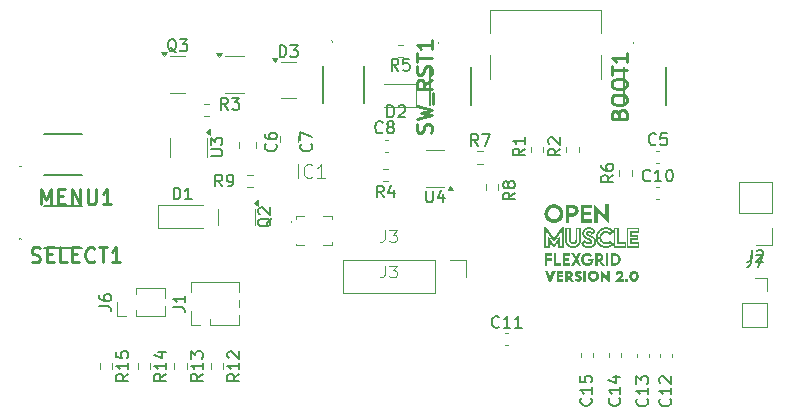
<source format=gbr>
%TF.GenerationSoftware,KiCad,Pcbnew,9.0.1*%
%TF.CreationDate,2025-11-02T14:12:38-06:00*%
%TF.ProjectId,OM-FlexGrid-Rigid-PCB,4f4d2d46-6c65-4784-9772-69642d526967,rev?*%
%TF.SameCoordinates,Original*%
%TF.FileFunction,Legend,Top*%
%TF.FilePolarity,Positive*%
%FSLAX46Y46*%
G04 Gerber Fmt 4.6, Leading zero omitted, Abs format (unit mm)*
G04 Created by KiCad (PCBNEW 9.0.1) date 2025-11-02 14:12:38*
%MOMM*%
%LPD*%
G01*
G04 APERTURE LIST*
%ADD10C,0.000000*%
%ADD11C,0.100000*%
%ADD12C,0.101600*%
%ADD13C,0.150000*%
%ADD14C,0.254000*%
%ADD15C,0.120000*%
%ADD16C,0.200000*%
G04 APERTURE END LIST*
D10*
G36*
X201617371Y-113793455D02*
G01*
X200997716Y-113793455D01*
X200997716Y-114094551D01*
X201529000Y-114094551D01*
X201529000Y-114403584D01*
X200997716Y-114403584D01*
X200997716Y-114722142D01*
X201617371Y-114722142D01*
X201617371Y-115030117D01*
X200688154Y-115030117D01*
X200688154Y-113488655D01*
X201617371Y-113488655D01*
X201617371Y-113793455D01*
G37*
G36*
X200000004Y-113489336D02*
G01*
X200027460Y-113491358D01*
X200054524Y-113494686D01*
X200081162Y-113499288D01*
X200107340Y-113505130D01*
X200133023Y-113512179D01*
X200158177Y-113520402D01*
X200182767Y-113529765D01*
X200206758Y-113540234D01*
X200230116Y-113551778D01*
X200252807Y-113564361D01*
X200274796Y-113577952D01*
X200296049Y-113592516D01*
X200316530Y-113608020D01*
X200336207Y-113624432D01*
X200355043Y-113641716D01*
X200373006Y-113659842D01*
X200390059Y-113678774D01*
X200406169Y-113698479D01*
X200421301Y-113718925D01*
X200435421Y-113740078D01*
X200448494Y-113761904D01*
X200460485Y-113784371D01*
X200471361Y-113807445D01*
X200481086Y-113831092D01*
X200489627Y-113855280D01*
X200496948Y-113879974D01*
X200503016Y-113905142D01*
X200507795Y-113930751D01*
X200511251Y-113956766D01*
X200513351Y-113983155D01*
X200514058Y-114009884D01*
X200513349Y-114036607D01*
X200511246Y-114062979D01*
X200507782Y-114088965D01*
X200502994Y-114114535D01*
X200496916Y-114139655D01*
X200489582Y-114164293D01*
X200481027Y-114188417D01*
X200471286Y-114211993D01*
X200460395Y-114234989D01*
X200448387Y-114257373D01*
X200435298Y-114279112D01*
X200421161Y-114300173D01*
X200406013Y-114320525D01*
X200389888Y-114340134D01*
X200372820Y-114358968D01*
X200354845Y-114376994D01*
X200335997Y-114394179D01*
X200316311Y-114410492D01*
X200295821Y-114425900D01*
X200274564Y-114440370D01*
X200252572Y-114453869D01*
X200229882Y-114466365D01*
X200206527Y-114477825D01*
X200182543Y-114488218D01*
X200157965Y-114497510D01*
X200132827Y-114505668D01*
X200107164Y-114512661D01*
X200081011Y-114518455D01*
X200054402Y-114523018D01*
X200027373Y-114526318D01*
X199999958Y-114528322D01*
X199972192Y-114528997D01*
X199740946Y-114528997D01*
X199740946Y-115030118D01*
X199431383Y-115030118D01*
X199431383Y-114222080D01*
X199431383Y-113795572D01*
X199740416Y-113795572D01*
X199740416Y-114222080D01*
X199971662Y-114223138D01*
X199983595Y-114222952D01*
X199995374Y-114222202D01*
X200006984Y-114220904D01*
X200018411Y-114219070D01*
X200029639Y-114216716D01*
X200040653Y-114213855D01*
X200051440Y-114210501D01*
X200061984Y-114206668D01*
X200072271Y-114202370D01*
X200082286Y-114197621D01*
X200092014Y-114192434D01*
X200101440Y-114186824D01*
X200110550Y-114180805D01*
X200119330Y-114174391D01*
X200127763Y-114167595D01*
X200135836Y-114160432D01*
X200143534Y-114152916D01*
X200150842Y-114145059D01*
X200157745Y-114136878D01*
X200164229Y-114128384D01*
X200170279Y-114119594D01*
X200175880Y-114110519D01*
X200181018Y-114101175D01*
X200185677Y-114091574D01*
X200189843Y-114081732D01*
X200193502Y-114071662D01*
X200196638Y-114061379D01*
X200199237Y-114050895D01*
X200201284Y-114040225D01*
X200202764Y-114029383D01*
X200203663Y-114018383D01*
X200203966Y-114007238D01*
X200203966Y-114006709D01*
X200203663Y-113995861D01*
X200202764Y-113985153D01*
X200201284Y-113974599D01*
X200199237Y-113964213D01*
X200196638Y-113954006D01*
X200193502Y-113943994D01*
X200189843Y-113934190D01*
X200185677Y-113924606D01*
X200181018Y-113915256D01*
X200175880Y-113906153D01*
X200170279Y-113897312D01*
X200164229Y-113888744D01*
X200157745Y-113880464D01*
X200150842Y-113872486D01*
X200143534Y-113864821D01*
X200135836Y-113857484D01*
X200127763Y-113850488D01*
X200119330Y-113843847D01*
X200110550Y-113837573D01*
X200101440Y-113831681D01*
X200092014Y-113826183D01*
X200082286Y-113821093D01*
X200072271Y-113816425D01*
X200061984Y-113812191D01*
X200051440Y-113808405D01*
X200040653Y-113805080D01*
X200029639Y-113802231D01*
X200018411Y-113799869D01*
X200006984Y-113798009D01*
X199995374Y-113796664D01*
X199983595Y-113795847D01*
X199971662Y-113795572D01*
X199740416Y-113795572D01*
X199431383Y-113795572D01*
X199431383Y-113488655D01*
X199972191Y-113488655D01*
X200000004Y-113489336D01*
G37*
G36*
X202773070Y-114347492D02*
G01*
X202773070Y-113484422D01*
X203083691Y-113484422D01*
X203083691Y-115058163D01*
X203069404Y-115058163D01*
X202154475Y-114168105D01*
X202154475Y-115031176D01*
X201844912Y-115031176D01*
X201844912Y-113459551D01*
X201860258Y-113459551D01*
X202773070Y-114347492D01*
G37*
G36*
X198468591Y-113457955D02*
G01*
X198509117Y-113461072D01*
X198549080Y-113466204D01*
X198588429Y-113473299D01*
X198627111Y-113482306D01*
X198665074Y-113493175D01*
X198702267Y-113505853D01*
X198738638Y-113520289D01*
X198774134Y-113536432D01*
X198808704Y-113554231D01*
X198842295Y-113573634D01*
X198874857Y-113594590D01*
X198906336Y-113617047D01*
X198936681Y-113640954D01*
X198965841Y-113666260D01*
X198993762Y-113692913D01*
X199020394Y-113720863D01*
X199045684Y-113750057D01*
X199069580Y-113780444D01*
X199092030Y-113811974D01*
X199112983Y-113844594D01*
X199132386Y-113878253D01*
X199150188Y-113912900D01*
X199166337Y-113948484D01*
X199180780Y-113984953D01*
X199193466Y-114022256D01*
X199204343Y-114060342D01*
X199213358Y-114099158D01*
X199220461Y-114138655D01*
X199225598Y-114178779D01*
X199228719Y-114219481D01*
X199229771Y-114260709D01*
X199228720Y-114301922D01*
X199225604Y-114342579D01*
X199220472Y-114382633D01*
X199213378Y-114422033D01*
X199204371Y-114460729D01*
X199193504Y-114498674D01*
X199180828Y-114535816D01*
X199166395Y-114572107D01*
X199150255Y-114607497D01*
X199132461Y-114641938D01*
X199113063Y-114675378D01*
X199092114Y-114707770D01*
X199069664Y-114739063D01*
X199045766Y-114769209D01*
X199020470Y-114798157D01*
X198993828Y-114825859D01*
X198965892Y-114852265D01*
X198936713Y-114877325D01*
X198906342Y-114900990D01*
X198874831Y-114923211D01*
X198842231Y-114943939D01*
X198808594Y-114963123D01*
X198773972Y-114980714D01*
X198738415Y-114996664D01*
X198701975Y-115010922D01*
X198664703Y-115023440D01*
X198626652Y-115034167D01*
X198587872Y-115043055D01*
X198548415Y-115050054D01*
X198508332Y-115055114D01*
X198467675Y-115058186D01*
X198426496Y-115059221D01*
X198385325Y-115058177D01*
X198344695Y-115055079D01*
X198304655Y-115049978D01*
X198265256Y-115042925D01*
X198226548Y-115033971D01*
X198188581Y-115023168D01*
X198151406Y-115010566D01*
X198115073Y-114996218D01*
X198079632Y-114980173D01*
X198045133Y-114962483D01*
X198011627Y-114943200D01*
X197979165Y-114922374D01*
X197947795Y-114900057D01*
X197917570Y-114876299D01*
X197888538Y-114851153D01*
X197860750Y-114824668D01*
X197834257Y-114796897D01*
X197809109Y-114767890D01*
X197785356Y-114737699D01*
X197763048Y-114706375D01*
X197742236Y-114673968D01*
X197722969Y-114640531D01*
X197705299Y-114606114D01*
X197689276Y-114570768D01*
X197674949Y-114534544D01*
X197662369Y-114497495D01*
X197651587Y-114459670D01*
X197642652Y-114421121D01*
X197635615Y-114381899D01*
X197630527Y-114342056D01*
X197627437Y-114301642D01*
X197626396Y-114260709D01*
X197626436Y-114259122D01*
X197939133Y-114259122D01*
X197939770Y-114284262D01*
X197941659Y-114309063D01*
X197944770Y-114333494D01*
X197949071Y-114357524D01*
X197954531Y-114381124D01*
X197961119Y-114404264D01*
X197968804Y-114426913D01*
X197977556Y-114449043D01*
X197987342Y-114470622D01*
X197998131Y-114491620D01*
X198009894Y-114512008D01*
X198022598Y-114531756D01*
X198036212Y-114550833D01*
X198050706Y-114569210D01*
X198066048Y-114586856D01*
X198082207Y-114603741D01*
X198099151Y-114619836D01*
X198116851Y-114635110D01*
X198135275Y-114649534D01*
X198154391Y-114663076D01*
X198174169Y-114675708D01*
X198194578Y-114687399D01*
X198215585Y-114698119D01*
X198237161Y-114707838D01*
X198259275Y-114716527D01*
X198281894Y-114724154D01*
X198304988Y-114730690D01*
X198328526Y-114736105D01*
X198352477Y-114740370D01*
X198376810Y-114743453D01*
X198401493Y-114745324D01*
X198426496Y-114745955D01*
X198451504Y-114745318D01*
X198476205Y-114743429D01*
X198500566Y-114740319D01*
X198524556Y-114736019D01*
X198548142Y-114730559D01*
X198571293Y-114723973D01*
X198593976Y-114716289D01*
X198616160Y-114707541D01*
X198637814Y-114697758D01*
X198658904Y-114686973D01*
X198679400Y-114675216D01*
X198699270Y-114662518D01*
X198718480Y-114648911D01*
X198737001Y-114634427D01*
X198754799Y-114619095D01*
X198771843Y-114602948D01*
X198788101Y-114586016D01*
X198803541Y-114568331D01*
X198818132Y-114549924D01*
X198831840Y-114530826D01*
X198844636Y-114511068D01*
X198856485Y-114490682D01*
X198867358Y-114469699D01*
X198877222Y-114448150D01*
X198886044Y-114426066D01*
X198893794Y-114403478D01*
X198900438Y-114380418D01*
X198905946Y-114356916D01*
X198910286Y-114333005D01*
X198913425Y-114308714D01*
X198915332Y-114284076D01*
X198915975Y-114259122D01*
X198916504Y-114259122D01*
X198915864Y-114234020D01*
X198913966Y-114209238D01*
X198910840Y-114184807D01*
X198906519Y-114160758D01*
X198901033Y-114137122D01*
X198894413Y-114113932D01*
X198886692Y-114091217D01*
X198877900Y-114069010D01*
X198868068Y-114047342D01*
X198857228Y-114026244D01*
X198845411Y-114005747D01*
X198832649Y-113985882D01*
X198818972Y-113966682D01*
X198804412Y-113948177D01*
X198789001Y-113930398D01*
X198772769Y-113913377D01*
X198755748Y-113897146D01*
X198737969Y-113881734D01*
X198719464Y-113867175D01*
X198700264Y-113853498D01*
X198680400Y-113840735D01*
X198659903Y-113828919D01*
X198638804Y-113818079D01*
X198617136Y-113808247D01*
X198594929Y-113799455D01*
X198572215Y-113791733D01*
X198549024Y-113785113D01*
X198525389Y-113779627D01*
X198501340Y-113775306D01*
X198476909Y-113772180D01*
X198452127Y-113770282D01*
X198427025Y-113769642D01*
X198401928Y-113770281D01*
X198377159Y-113772175D01*
X198352749Y-113775293D01*
X198328729Y-113779606D01*
X198305129Y-113785081D01*
X198281981Y-113791688D01*
X198259315Y-113799395D01*
X198237161Y-113808172D01*
X198215551Y-113817988D01*
X198194515Y-113828812D01*
X198174084Y-113840612D01*
X198154288Y-113853358D01*
X198135158Y-113867019D01*
X198116726Y-113881563D01*
X198099021Y-113896960D01*
X198082074Y-113913179D01*
X198065917Y-113930188D01*
X198050579Y-113947957D01*
X198036092Y-113966455D01*
X198022486Y-113985650D01*
X198009792Y-114005512D01*
X197998041Y-114026009D01*
X197987263Y-114047111D01*
X197977489Y-114068787D01*
X197968751Y-114091005D01*
X197961077Y-114113735D01*
X197954500Y-114136946D01*
X197949050Y-114160606D01*
X197944757Y-114184684D01*
X197941653Y-114209151D01*
X197939768Y-114233973D01*
X197939133Y-114259122D01*
X197626436Y-114259122D01*
X197627444Y-114219481D01*
X197630556Y-114178779D01*
X197635679Y-114138655D01*
X197642763Y-114099158D01*
X197651754Y-114060342D01*
X197662603Y-114022256D01*
X197675257Y-113984953D01*
X197689664Y-113948484D01*
X197705774Y-113912900D01*
X197723534Y-113878253D01*
X197742894Y-113844594D01*
X197763801Y-113811974D01*
X197786204Y-113780444D01*
X197810052Y-113750057D01*
X197835293Y-113720863D01*
X197861875Y-113692913D01*
X197889747Y-113666260D01*
X197918857Y-113640954D01*
X197949154Y-113617047D01*
X197980586Y-113594590D01*
X198013102Y-113573634D01*
X198046650Y-113554231D01*
X198081178Y-113536432D01*
X198116635Y-113520289D01*
X198152970Y-113505853D01*
X198190131Y-113493175D01*
X198228066Y-113482306D01*
X198266725Y-113473299D01*
X198306054Y-113466204D01*
X198346003Y-113461072D01*
X198386520Y-113457955D01*
X198427554Y-113456905D01*
X198468591Y-113457955D01*
G37*
G36*
X205668670Y-115904830D02*
G01*
X205049015Y-115904830D01*
X205049015Y-116047176D01*
X205580298Y-116047176D01*
X205580298Y-116514959D01*
X205049015Y-116514959D01*
X205049015Y-116674767D01*
X205668670Y-116674767D01*
X205668670Y-117140963D01*
X204580703Y-117140963D01*
X204580703Y-116982213D01*
X204739453Y-116982213D01*
X205509920Y-116982213D01*
X205509920Y-116832988D01*
X204890265Y-116832988D01*
X204890265Y-116355680D01*
X205421549Y-116355680D01*
X205421549Y-116205397D01*
X204890265Y-116205397D01*
X204890265Y-115745551D01*
X205509920Y-115745551D01*
X205509920Y-115599501D01*
X204739453Y-115599501D01*
X204739453Y-116981685D01*
X204739453Y-116982213D01*
X204580703Y-116982213D01*
X204580703Y-116981685D01*
X204580703Y-115441280D01*
X205668670Y-115441280D01*
X205668670Y-115904830D01*
G37*
G36*
X198448721Y-116364676D02*
G01*
X199145104Y-115402651D01*
X199282158Y-115402651D01*
X199282158Y-117140963D01*
X198814375Y-117140963D01*
X198814375Y-116646193D01*
X198492112Y-117115034D01*
X198408504Y-117115034D01*
X198383104Y-117080638D01*
X198083066Y-116645663D01*
X198083066Y-117140963D01*
X197614225Y-117140963D01*
X197614225Y-116982213D01*
X197614225Y-115703217D01*
X197772975Y-115703217D01*
X197772975Y-116982213D01*
X197923787Y-116982213D01*
X197923787Y-116135547D01*
X198448721Y-116897547D01*
X198972596Y-116135018D01*
X198972596Y-116982213D01*
X199123408Y-116982213D01*
X199123408Y-115703218D01*
X198448721Y-116635609D01*
X197772975Y-115703217D01*
X197614225Y-115703217D01*
X197614225Y-115402651D01*
X197751279Y-115402651D01*
X198448721Y-116364676D01*
G37*
G36*
X202883336Y-115411111D02*
G01*
X202923816Y-115414661D01*
X202963822Y-115420179D01*
X203003349Y-115427662D01*
X203042389Y-115437108D01*
X203080935Y-115448514D01*
X203118980Y-115461878D01*
X203156518Y-115477197D01*
X203193541Y-115494470D01*
X203230042Y-115513694D01*
X203266015Y-115534867D01*
X203301452Y-115557986D01*
X203336346Y-115583049D01*
X203370691Y-115610054D01*
X203404479Y-115638998D01*
X203437704Y-115669880D01*
X203477392Y-115708301D01*
X203477392Y-115441280D01*
X203945704Y-115441280D01*
X203945704Y-116674768D01*
X204565358Y-116674768D01*
X204565358Y-117140963D01*
X203477392Y-117140963D01*
X203477392Y-116982213D01*
X203636141Y-116982213D01*
X204406608Y-116982213D01*
X204406608Y-116832988D01*
X203786954Y-116832988D01*
X203786954Y-115599501D01*
X203636142Y-115599501D01*
X203636142Y-116981685D01*
X203636141Y-116982213D01*
X203477392Y-116982213D01*
X203477392Y-116872676D01*
X203438233Y-116911834D01*
X203404684Y-116943872D01*
X203370882Y-116973720D01*
X203336786Y-117001394D01*
X203302353Y-117026911D01*
X203267542Y-117050289D01*
X203232311Y-117071545D01*
X203196618Y-117090696D01*
X203160421Y-117107758D01*
X203123678Y-117122749D01*
X203086348Y-117135686D01*
X203048388Y-117146586D01*
X203009757Y-117155466D01*
X202970413Y-117162343D01*
X202930314Y-117167234D01*
X202889418Y-117170156D01*
X202847684Y-117171126D01*
X202848212Y-117170596D01*
X202802700Y-117169451D01*
X202757780Y-117166051D01*
X202713509Y-117160452D01*
X202669942Y-117152711D01*
X202627134Y-117142883D01*
X202585143Y-117131023D01*
X202544024Y-117117188D01*
X202503832Y-117101433D01*
X202464624Y-117083813D01*
X202426455Y-117064385D01*
X202389382Y-117043204D01*
X202353461Y-117020326D01*
X202318746Y-116995807D01*
X202285295Y-116969702D01*
X202253163Y-116942067D01*
X202222406Y-116912958D01*
X202193080Y-116882431D01*
X202165241Y-116850540D01*
X202138944Y-116817343D01*
X202114246Y-116782894D01*
X202091203Y-116747249D01*
X202069870Y-116710465D01*
X202050304Y-116672596D01*
X202032559Y-116633699D01*
X202016693Y-116593829D01*
X202002761Y-116553042D01*
X201990819Y-116511393D01*
X201980923Y-116468939D01*
X201973129Y-116425735D01*
X201967492Y-116381837D01*
X201964070Y-116337300D01*
X201962916Y-116292180D01*
X202121667Y-116292180D01*
X202122633Y-116328790D01*
X202125501Y-116364967D01*
X202130219Y-116400665D01*
X202136738Y-116435834D01*
X202145007Y-116470427D01*
X202154979Y-116504397D01*
X202166601Y-116537695D01*
X202179825Y-116570273D01*
X202194601Y-116602084D01*
X202210880Y-116633080D01*
X202228610Y-116663213D01*
X202247743Y-116692434D01*
X202268228Y-116720697D01*
X202290016Y-116747953D01*
X202313058Y-116774155D01*
X202337302Y-116799254D01*
X202362700Y-116823202D01*
X202389201Y-116845953D01*
X202416757Y-116867457D01*
X202445316Y-116887668D01*
X202474830Y-116906537D01*
X202505248Y-116924016D01*
X202536520Y-116940058D01*
X202568597Y-116954614D01*
X202601430Y-116967637D01*
X202634967Y-116979079D01*
X202669160Y-116988892D01*
X202703959Y-116997028D01*
X202739313Y-117003439D01*
X202775173Y-117008078D01*
X202811490Y-117010896D01*
X202848212Y-117011847D01*
X202878356Y-117011236D01*
X202907891Y-117009393D01*
X202936855Y-117006300D01*
X202965282Y-117001941D01*
X202993211Y-116996298D01*
X203020676Y-116989355D01*
X203047716Y-116981094D01*
X203074365Y-116971498D01*
X203100661Y-116960550D01*
X203126640Y-116948233D01*
X203152338Y-116934530D01*
X203177792Y-116919424D01*
X203203039Y-116902898D01*
X203228114Y-116884935D01*
X203253054Y-116865518D01*
X203277896Y-116844630D01*
X203191642Y-116722921D01*
X203170260Y-116739460D01*
X203148781Y-116754942D01*
X203127206Y-116769367D01*
X203105536Y-116782734D01*
X203083774Y-116795040D01*
X203061920Y-116806284D01*
X203039975Y-116816464D01*
X203017943Y-116825580D01*
X202995824Y-116833629D01*
X202973619Y-116840609D01*
X202951331Y-116846520D01*
X202928960Y-116851360D01*
X202906509Y-116855127D01*
X202883979Y-116857820D01*
X202861371Y-116859436D01*
X202838688Y-116859975D01*
X202813704Y-116859299D01*
X202788600Y-116857285D01*
X202763436Y-116853958D01*
X202738272Y-116849341D01*
X202713168Y-116843460D01*
X202688183Y-116836336D01*
X202663378Y-116827995D01*
X202638812Y-116818461D01*
X202614545Y-116807756D01*
X202590637Y-116795906D01*
X202567148Y-116782935D01*
X202544138Y-116768865D01*
X202521667Y-116753721D01*
X202499795Y-116737527D01*
X202478580Y-116720307D01*
X202458085Y-116702085D01*
X202438367Y-116682885D01*
X202419488Y-116662731D01*
X202401506Y-116641646D01*
X202384483Y-116619654D01*
X202368477Y-116596780D01*
X202353549Y-116573048D01*
X202339759Y-116548481D01*
X202327166Y-116523103D01*
X202315830Y-116496939D01*
X202305811Y-116470011D01*
X202297169Y-116442345D01*
X202289965Y-116413963D01*
X202284257Y-116384891D01*
X202280106Y-116355152D01*
X202277571Y-116324769D01*
X202276727Y-116294297D01*
X202434933Y-116294297D01*
X202435549Y-116315951D01*
X202437369Y-116337242D01*
X202440348Y-116358150D01*
X202444446Y-116378653D01*
X202449617Y-116398730D01*
X202455820Y-116418359D01*
X202463011Y-116437519D01*
X202471148Y-116456189D01*
X202480187Y-116474347D01*
X202490085Y-116491972D01*
X202500799Y-116509043D01*
X202512286Y-116525538D01*
X202524504Y-116541437D01*
X202537409Y-116556717D01*
X202550958Y-116571358D01*
X202565108Y-116585338D01*
X202579816Y-116598636D01*
X202595039Y-116611231D01*
X202610735Y-116623101D01*
X202626859Y-116634224D01*
X202643370Y-116644581D01*
X202660223Y-116654148D01*
X202677377Y-116662906D01*
X202694787Y-116670832D01*
X202712411Y-116677906D01*
X202730207Y-116684105D01*
X202748130Y-116689409D01*
X202766138Y-116693797D01*
X202784188Y-116697247D01*
X202802236Y-116699737D01*
X202820241Y-116701247D01*
X202838158Y-116701755D01*
X202857582Y-116701165D01*
X202876964Y-116699394D01*
X202896314Y-116696436D01*
X202915640Y-116692288D01*
X202934950Y-116686947D01*
X202954253Y-116680408D01*
X202973558Y-116672667D01*
X202992873Y-116663721D01*
X203012207Y-116653566D01*
X203031568Y-116642198D01*
X203050964Y-116629613D01*
X203070405Y-116615807D01*
X203089898Y-116600776D01*
X203109452Y-116584517D01*
X203129077Y-116567025D01*
X203148779Y-116548297D01*
X203215454Y-116483209D01*
X203477392Y-116852279D01*
X203477392Y-115731736D01*
X203213337Y-116091626D01*
X203147721Y-116027597D01*
X203129635Y-116010464D01*
X203111306Y-115994391D01*
X203092753Y-115979386D01*
X203073993Y-115965453D01*
X203055043Y-115952599D01*
X203035923Y-115940830D01*
X203016649Y-115930152D01*
X202997239Y-115920573D01*
X202977711Y-115912097D01*
X202958083Y-115904731D01*
X202938374Y-115898481D01*
X202918600Y-115893354D01*
X202898779Y-115889355D01*
X202878930Y-115886491D01*
X202859069Y-115884768D01*
X202839216Y-115884192D01*
X202819434Y-115884759D01*
X202799794Y-115886438D01*
X202780330Y-115889196D01*
X202761073Y-115893002D01*
X202742055Y-115897824D01*
X202723307Y-115903629D01*
X202704862Y-115910384D01*
X202686750Y-115918059D01*
X202669005Y-115926621D01*
X202651657Y-115936037D01*
X202634738Y-115946275D01*
X202618281Y-115957304D01*
X202602317Y-115969091D01*
X202586877Y-115981604D01*
X202571994Y-115994811D01*
X202557700Y-116008679D01*
X202544025Y-116023177D01*
X202531003Y-116038271D01*
X202518664Y-116053931D01*
X202507040Y-116070124D01*
X202496164Y-116086818D01*
X202486067Y-116103980D01*
X202476780Y-116121579D01*
X202468337Y-116139582D01*
X202460767Y-116157956D01*
X202454104Y-116176671D01*
X202448379Y-116195694D01*
X202443623Y-116214992D01*
X202439869Y-116234533D01*
X202437148Y-116254286D01*
X202435492Y-116274218D01*
X202434933Y-116294297D01*
X202276727Y-116294297D01*
X202276713Y-116293767D01*
X202277476Y-116265458D01*
X202279740Y-116237411D01*
X202283461Y-116209667D01*
X202288599Y-116182269D01*
X202295113Y-116155258D01*
X202302961Y-116128676D01*
X202312102Y-116102565D01*
X202322494Y-116076966D01*
X202334096Y-116051921D01*
X202346867Y-116027473D01*
X202360765Y-116003662D01*
X202375749Y-115980530D01*
X202391777Y-115958120D01*
X202408808Y-115936473D01*
X202426802Y-115915631D01*
X202445715Y-115895635D01*
X202465508Y-115876528D01*
X202486138Y-115858351D01*
X202507565Y-115841145D01*
X202529746Y-115824953D01*
X202552641Y-115809817D01*
X202576209Y-115795778D01*
X202600406Y-115782877D01*
X202625194Y-115771157D01*
X202650529Y-115760660D01*
X202676371Y-115751427D01*
X202702678Y-115743499D01*
X202729410Y-115736920D01*
X202756523Y-115731729D01*
X202783978Y-115727970D01*
X202811733Y-115725684D01*
X202839746Y-115724913D01*
X202862639Y-115725433D01*
X202885468Y-115726988D01*
X202908222Y-115729573D01*
X202930887Y-115733181D01*
X202953449Y-115737806D01*
X202975896Y-115743442D01*
X202998214Y-115750083D01*
X203020390Y-115757721D01*
X203042412Y-115766352D01*
X203064265Y-115775969D01*
X203085936Y-115786566D01*
X203107413Y-115798136D01*
X203128683Y-115810674D01*
X203149731Y-115824173D01*
X203170546Y-115838627D01*
X203191113Y-115854030D01*
X203276308Y-115737613D01*
X203251192Y-115717334D01*
X203225843Y-115698367D01*
X203200253Y-115680706D01*
X203174411Y-115664348D01*
X203148309Y-115649289D01*
X203121937Y-115635526D01*
X203095285Y-115623054D01*
X203068346Y-115611870D01*
X203041109Y-115601969D01*
X203013565Y-115593348D01*
X202985705Y-115586003D01*
X202957519Y-115579929D01*
X202928998Y-115575124D01*
X202900133Y-115571584D01*
X202870914Y-115569303D01*
X202841333Y-115568279D01*
X202841333Y-115568280D01*
X202805002Y-115569242D01*
X202769069Y-115572096D01*
X202733581Y-115576792D01*
X202698590Y-115583281D01*
X202664145Y-115591513D01*
X202630295Y-115601438D01*
X202597090Y-115613009D01*
X202564579Y-115626174D01*
X202532812Y-115640885D01*
X202501840Y-115657092D01*
X202471710Y-115674747D01*
X202442474Y-115693798D01*
X202414180Y-115714197D01*
X202386878Y-115735895D01*
X202360618Y-115758843D01*
X202335450Y-115782989D01*
X202311422Y-115808287D01*
X202288586Y-115834685D01*
X202266989Y-115862134D01*
X202246682Y-115890586D01*
X202227715Y-115919990D01*
X202210137Y-115950298D01*
X202193997Y-115981459D01*
X202179346Y-116013425D01*
X202166232Y-116046146D01*
X202154706Y-116079572D01*
X202144818Y-116113655D01*
X202136616Y-116148344D01*
X202130150Y-116183590D01*
X202125470Y-116219345D01*
X202122626Y-116255558D01*
X202121667Y-116292180D01*
X201962916Y-116292180D01*
X201964086Y-116247048D01*
X201967555Y-116202476D01*
X201973263Y-116158520D01*
X201981151Y-116115239D01*
X201991157Y-116072689D01*
X202003222Y-116030927D01*
X202017285Y-115990012D01*
X202033287Y-115949999D01*
X202051167Y-115910947D01*
X202070865Y-115872913D01*
X202092321Y-115835954D01*
X202115474Y-115800126D01*
X202140265Y-115765489D01*
X202166634Y-115732097D01*
X202194519Y-115700010D01*
X202223861Y-115669285D01*
X202254601Y-115639977D01*
X202286677Y-115612146D01*
X202320029Y-115585847D01*
X202354598Y-115561139D01*
X202390322Y-115538079D01*
X202427143Y-115516723D01*
X202465000Y-115497129D01*
X202503832Y-115479355D01*
X202543580Y-115463457D01*
X202584182Y-115449494D01*
X202625580Y-115437521D01*
X202667713Y-115427597D01*
X202710521Y-115419779D01*
X202753943Y-115414123D01*
X202797920Y-115410688D01*
X202842391Y-115409530D01*
X202883336Y-115411111D01*
G37*
G36*
X201457667Y-115410382D02*
G01*
X201503776Y-115414497D01*
X201548190Y-115421300D01*
X201590837Y-115430746D01*
X201631646Y-115442791D01*
X201670544Y-115457388D01*
X201707459Y-115474495D01*
X201742319Y-115494064D01*
X201775052Y-115516052D01*
X201805587Y-115540414D01*
X201833850Y-115567104D01*
X201859769Y-115596078D01*
X201883274Y-115627290D01*
X201904291Y-115660696D01*
X201922748Y-115696251D01*
X201938574Y-115733909D01*
X201960270Y-115791588D01*
X201605728Y-116039238D01*
X201564453Y-115957217D01*
X201560879Y-115950455D01*
X201557109Y-115944052D01*
X201553156Y-115937999D01*
X201549033Y-115932287D01*
X201544752Y-115926905D01*
X201540325Y-115921845D01*
X201535764Y-115917097D01*
X201531083Y-115912652D01*
X201526293Y-115908499D01*
X201521407Y-115904630D01*
X201516437Y-115901035D01*
X201511396Y-115897705D01*
X201506296Y-115894629D01*
X201501150Y-115891799D01*
X201490767Y-115886838D01*
X201480347Y-115882745D01*
X201469989Y-115879444D01*
X201459792Y-115876860D01*
X201449856Y-115874915D01*
X201440279Y-115873535D01*
X201431161Y-115872644D01*
X201422601Y-115872164D01*
X201414699Y-115872022D01*
X201400856Y-115872468D01*
X201387721Y-115873758D01*
X201375319Y-115875817D01*
X201363676Y-115878570D01*
X201352817Y-115881943D01*
X201342769Y-115885863D01*
X201333556Y-115890253D01*
X201325204Y-115895040D01*
X201317739Y-115900150D01*
X201311186Y-115905508D01*
X201305571Y-115911039D01*
X201300920Y-115916670D01*
X201297258Y-115922325D01*
X201294610Y-115927931D01*
X201293003Y-115933413D01*
X201292598Y-115936084D01*
X201292462Y-115938696D01*
X201292692Y-115940961D01*
X201293372Y-115943289D01*
X201294487Y-115945677D01*
X201296023Y-115948124D01*
X201297964Y-115950628D01*
X201300296Y-115953186D01*
X201303003Y-115955797D01*
X201306071Y-115958458D01*
X201309485Y-115961166D01*
X201313229Y-115963921D01*
X201321651Y-115969560D01*
X201331216Y-115975356D01*
X201341807Y-115981294D01*
X201353302Y-115987356D01*
X201365584Y-115993525D01*
X201378532Y-115999784D01*
X201392028Y-116006116D01*
X201420183Y-116018929D01*
X201449095Y-116031830D01*
X201493082Y-116051475D01*
X201516440Y-116061967D01*
X201540641Y-116073104D01*
X201585326Y-116094751D01*
X201629292Y-116117345D01*
X201672239Y-116141062D01*
X201713869Y-116166081D01*
X201753883Y-116192579D01*
X201791984Y-116220733D01*
X201827872Y-116250721D01*
X201861250Y-116282721D01*
X201876904Y-116299530D01*
X201891818Y-116316909D01*
X201905956Y-116334880D01*
X201919279Y-116353465D01*
X201931751Y-116372685D01*
X201943334Y-116392564D01*
X201953991Y-116413123D01*
X201963685Y-116434385D01*
X201972378Y-116456371D01*
X201980033Y-116479105D01*
X201986612Y-116502607D01*
X201992079Y-116526901D01*
X201996396Y-116552009D01*
X201999526Y-116577952D01*
X202001431Y-116604753D01*
X202002074Y-116632434D01*
X202001326Y-116662334D01*
X201999099Y-116691597D01*
X201995415Y-116720201D01*
X201990300Y-116748128D01*
X201983778Y-116775356D01*
X201975871Y-116801864D01*
X201966605Y-116827633D01*
X201956004Y-116852641D01*
X201944091Y-116876869D01*
X201930890Y-116900296D01*
X201916426Y-116922902D01*
X201900722Y-116944666D01*
X201883803Y-116965567D01*
X201865693Y-116985586D01*
X201846415Y-117004701D01*
X201825994Y-117022892D01*
X201804454Y-117040140D01*
X201781818Y-117056423D01*
X201758111Y-117071721D01*
X201733357Y-117086013D01*
X201707580Y-117099280D01*
X201680803Y-117111500D01*
X201653051Y-117122653D01*
X201624349Y-117132719D01*
X201594719Y-117141678D01*
X201564186Y-117149508D01*
X201532774Y-117156190D01*
X201500507Y-117161703D01*
X201467409Y-117166026D01*
X201433504Y-117169139D01*
X201398817Y-117171022D01*
X201363370Y-117171655D01*
X201362841Y-117171655D01*
X201311654Y-117170252D01*
X201261916Y-117166067D01*
X201213686Y-117159132D01*
X201167025Y-117149479D01*
X201121991Y-117137141D01*
X201078645Y-117122151D01*
X201037045Y-117104540D01*
X200997253Y-117084342D01*
X200959328Y-117061589D01*
X200923328Y-117036314D01*
X200889314Y-117008549D01*
X200857347Y-116978327D01*
X200827484Y-116945680D01*
X200799786Y-116910641D01*
X200774313Y-116873243D01*
X200751125Y-116833517D01*
X200742292Y-116817113D01*
X200927866Y-116817113D01*
X200946256Y-116840409D01*
X200965894Y-116862270D01*
X200986763Y-116882686D01*
X201008845Y-116901647D01*
X201032125Y-116919146D01*
X201056584Y-116935171D01*
X201082206Y-116949714D01*
X201108974Y-116962766D01*
X201136870Y-116974317D01*
X201165878Y-116984359D01*
X201195980Y-116992881D01*
X201227160Y-116999874D01*
X201259400Y-117005330D01*
X201292683Y-117009238D01*
X201326993Y-117011590D01*
X201362312Y-117012376D01*
X201415752Y-117010643D01*
X201466648Y-117005512D01*
X201514876Y-116997080D01*
X201560311Y-116985446D01*
X201581943Y-116978459D01*
X201602829Y-116970708D01*
X201622955Y-116962206D01*
X201642304Y-116952965D01*
X201660862Y-116942998D01*
X201678612Y-116932316D01*
X201695539Y-116920931D01*
X201711628Y-116908858D01*
X201726863Y-116896106D01*
X201741227Y-116882689D01*
X201754706Y-116868620D01*
X201767285Y-116853910D01*
X201778946Y-116838572D01*
X201789676Y-116822617D01*
X201799457Y-116806060D01*
X201808275Y-116788910D01*
X201816115Y-116771182D01*
X201822959Y-116752887D01*
X201828793Y-116734038D01*
X201833602Y-116714646D01*
X201837369Y-116694725D01*
X201840079Y-116674286D01*
X201841717Y-116653342D01*
X201842266Y-116631905D01*
X201841969Y-116615617D01*
X201841071Y-116599683D01*
X201839558Y-116584090D01*
X201837419Y-116568824D01*
X201834640Y-116553869D01*
X201831209Y-116539212D01*
X201827113Y-116524838D01*
X201822340Y-116510734D01*
X201816877Y-116496885D01*
X201810711Y-116483277D01*
X201803831Y-116469895D01*
X201796222Y-116456725D01*
X201787874Y-116443753D01*
X201778772Y-116430966D01*
X201768906Y-116418348D01*
X201758261Y-116405885D01*
X201746825Y-116393563D01*
X201734587Y-116381368D01*
X201721532Y-116369286D01*
X201707649Y-116357302D01*
X201692925Y-116345402D01*
X201677347Y-116333572D01*
X201643580Y-116310064D01*
X201606248Y-116286665D01*
X201565249Y-116263261D01*
X201520483Y-116239737D01*
X201471849Y-116215980D01*
X201448740Y-116205157D01*
X201426275Y-116194880D01*
X201383479Y-116175764D01*
X201332440Y-116152791D01*
X201308259Y-116141439D01*
X201285128Y-116129999D01*
X201263166Y-116118339D01*
X201242492Y-116106326D01*
X201223224Y-116093828D01*
X201205480Y-116080712D01*
X201189380Y-116066846D01*
X201175042Y-116052097D01*
X201168571Y-116044350D01*
X201162584Y-116036332D01*
X201157098Y-116028028D01*
X201152126Y-116019419D01*
X201147683Y-116010491D01*
X201143785Y-116001226D01*
X201140446Y-115991608D01*
X201137680Y-115981620D01*
X201135503Y-115971246D01*
X201133930Y-115960468D01*
X201132976Y-115949272D01*
X201132654Y-115937638D01*
X201133013Y-115925865D01*
X201134077Y-115914265D01*
X201135832Y-115902853D01*
X201138260Y-115891641D01*
X201141345Y-115880643D01*
X201145072Y-115869872D01*
X201149423Y-115859340D01*
X201154383Y-115849061D01*
X201159935Y-115839048D01*
X201166063Y-115829314D01*
X201172750Y-115819872D01*
X201179981Y-115810735D01*
X201187739Y-115801916D01*
X201196008Y-115793428D01*
X201204772Y-115785285D01*
X201214013Y-115777499D01*
X201223717Y-115770084D01*
X201233866Y-115763053D01*
X201244445Y-115756418D01*
X201255437Y-115750192D01*
X201266826Y-115744390D01*
X201278595Y-115739024D01*
X201290729Y-115734106D01*
X201303211Y-115729651D01*
X201316024Y-115725671D01*
X201329153Y-115722179D01*
X201342582Y-115719188D01*
X201356293Y-115716712D01*
X201370271Y-115714764D01*
X201384499Y-115713356D01*
X201398961Y-115712501D01*
X201413641Y-115712213D01*
X201431379Y-115712627D01*
X201448858Y-115713860D01*
X201466054Y-115715900D01*
X201482946Y-115718737D01*
X201499508Y-115722358D01*
X201515719Y-115726752D01*
X201531554Y-115731907D01*
X201546991Y-115737812D01*
X201562007Y-115744454D01*
X201576577Y-115751823D01*
X201590679Y-115759907D01*
X201604290Y-115768694D01*
X201617386Y-115778172D01*
X201629944Y-115788330D01*
X201641941Y-115799156D01*
X201653354Y-115810638D01*
X201762362Y-115734439D01*
X201754086Y-115721295D01*
X201745352Y-115708841D01*
X201736187Y-115697058D01*
X201726619Y-115685929D01*
X201716677Y-115675435D01*
X201706387Y-115665559D01*
X201695779Y-115656283D01*
X201684880Y-115647589D01*
X201673719Y-115639459D01*
X201662322Y-115631876D01*
X201650719Y-115624822D01*
X201638937Y-115618278D01*
X201614949Y-115606652D01*
X201590581Y-115596855D01*
X201566059Y-115588745D01*
X201541605Y-115582179D01*
X201517445Y-115577015D01*
X201493802Y-115573109D01*
X201470899Y-115570319D01*
X201448962Y-115568503D01*
X201428214Y-115567518D01*
X201408879Y-115567222D01*
X201385766Y-115567667D01*
X201363073Y-115568991D01*
X201340822Y-115571175D01*
X201319032Y-115574203D01*
X201297724Y-115578057D01*
X201276919Y-115582720D01*
X201256637Y-115588173D01*
X201236899Y-115594400D01*
X201217726Y-115601382D01*
X201199137Y-115609102D01*
X201181153Y-115617544D01*
X201163796Y-115626688D01*
X201147085Y-115636518D01*
X201131041Y-115647016D01*
X201115684Y-115658165D01*
X201101036Y-115669946D01*
X201087116Y-115682343D01*
X201073946Y-115695338D01*
X201061545Y-115708914D01*
X201049934Y-115723052D01*
X201039134Y-115737736D01*
X201029166Y-115752947D01*
X201020049Y-115768669D01*
X201011805Y-115784883D01*
X201004454Y-115801572D01*
X200998016Y-115818720D01*
X200992513Y-115836307D01*
X200987964Y-115854316D01*
X200984390Y-115872731D01*
X200981812Y-115891533D01*
X200980250Y-115910706D01*
X200979724Y-115930230D01*
X200980174Y-115948290D01*
X200981506Y-115965675D01*
X200983692Y-115982408D01*
X200986707Y-115998510D01*
X200990523Y-116014005D01*
X200995114Y-116028916D01*
X201000453Y-116043264D01*
X201006513Y-116057073D01*
X201013268Y-116070365D01*
X201020691Y-116083162D01*
X201028755Y-116095487D01*
X201037432Y-116107363D01*
X201046698Y-116118813D01*
X201056524Y-116129858D01*
X201066885Y-116140522D01*
X201077752Y-116150826D01*
X201100903Y-116170449D01*
X201125762Y-116188907D01*
X201152115Y-116206380D01*
X201179749Y-116223049D01*
X201208450Y-116239096D01*
X201238003Y-116254699D01*
X201298812Y-116285301D01*
X201310454Y-116291122D01*
X201380213Y-116326093D01*
X201448235Y-116362038D01*
X201480867Y-116380603D01*
X201512190Y-116399683D01*
X201541913Y-116419369D01*
X201569745Y-116439751D01*
X201595394Y-116460922D01*
X201618569Y-116482971D01*
X201638978Y-116505988D01*
X201648055Y-116517889D01*
X201656330Y-116530065D01*
X201663769Y-116542530D01*
X201670334Y-116555293D01*
X201675988Y-116568366D01*
X201680697Y-116581761D01*
X201684422Y-116595489D01*
X201687128Y-116609562D01*
X201688779Y-116623989D01*
X201689337Y-116638784D01*
X201688952Y-116650870D01*
X201687805Y-116662715D01*
X201685910Y-116674308D01*
X201683282Y-116685640D01*
X201679932Y-116696703D01*
X201675876Y-116707487D01*
X201671127Y-116717982D01*
X201665698Y-116728180D01*
X201659604Y-116738071D01*
X201652857Y-116747646D01*
X201645471Y-116756895D01*
X201637461Y-116765809D01*
X201628840Y-116774379D01*
X201619621Y-116782596D01*
X201609818Y-116790449D01*
X201599445Y-116797931D01*
X201588515Y-116805031D01*
X201577043Y-116811741D01*
X201565041Y-116818051D01*
X201552524Y-116823951D01*
X201539505Y-116829433D01*
X201525997Y-116834487D01*
X201512015Y-116839104D01*
X201497572Y-116843274D01*
X201482682Y-116846989D01*
X201467358Y-116850238D01*
X201451614Y-116853013D01*
X201435464Y-116855304D01*
X201418922Y-116857103D01*
X201402000Y-116858399D01*
X201384713Y-116859183D01*
X201367075Y-116859447D01*
X201342674Y-116858938D01*
X201318883Y-116857415D01*
X201295704Y-116854877D01*
X201273140Y-116851327D01*
X201251193Y-116846767D01*
X201229865Y-116841197D01*
X201209159Y-116834619D01*
X201189077Y-116827035D01*
X201169621Y-116818447D01*
X201150794Y-116808855D01*
X201132597Y-116798263D01*
X201115034Y-116786670D01*
X201098107Y-116774078D01*
X201081818Y-116760490D01*
X201066169Y-116745907D01*
X201051162Y-116730330D01*
X200927866Y-116817113D01*
X200742292Y-116817113D01*
X200717787Y-116771605D01*
X201091908Y-116508609D01*
X201136358Y-116580046D01*
X201146408Y-116595185D01*
X201151608Y-116602354D01*
X201156930Y-116609258D01*
X201162376Y-116615898D01*
X201167950Y-116622276D01*
X201173654Y-116628394D01*
X201179493Y-116634253D01*
X201185469Y-116639854D01*
X201191585Y-116645200D01*
X201197845Y-116650291D01*
X201204251Y-116655130D01*
X201210808Y-116659718D01*
X201217517Y-116664056D01*
X201224383Y-116668146D01*
X201231409Y-116671989D01*
X201238598Y-116675588D01*
X201245952Y-116678943D01*
X201253476Y-116682056D01*
X201261172Y-116684929D01*
X201269043Y-116687563D01*
X201277094Y-116689960D01*
X201285326Y-116692122D01*
X201293743Y-116694049D01*
X201302349Y-116695744D01*
X201311147Y-116697207D01*
X201320139Y-116698442D01*
X201329329Y-116699448D01*
X201348316Y-116700783D01*
X201368133Y-116701226D01*
X201387759Y-116700809D01*
X201406152Y-116699607D01*
X201423308Y-116697689D01*
X201439223Y-116695124D01*
X201453891Y-116691982D01*
X201467308Y-116688333D01*
X201479469Y-116684248D01*
X201490370Y-116679794D01*
X201500006Y-116675043D01*
X201508372Y-116670065D01*
X201515464Y-116664928D01*
X201521276Y-116659703D01*
X201525806Y-116654459D01*
X201529046Y-116649266D01*
X201530994Y-116644194D01*
X201531645Y-116639313D01*
X201531100Y-116633513D01*
X201529498Y-116627531D01*
X201526891Y-116621383D01*
X201523329Y-116615081D01*
X201518862Y-116608641D01*
X201513541Y-116602076D01*
X201507417Y-116595400D01*
X201500540Y-116588629D01*
X201484729Y-116574853D01*
X201466514Y-116560862D01*
X201446299Y-116546769D01*
X201424488Y-116532686D01*
X201401488Y-116518727D01*
X201377701Y-116505006D01*
X201353532Y-116491635D01*
X201329387Y-116478728D01*
X201282786Y-116454756D01*
X201241132Y-116433996D01*
X201229491Y-116428176D01*
X201159871Y-116392912D01*
X201124489Y-116373928D01*
X201089253Y-116353728D01*
X201054560Y-116332078D01*
X201020806Y-116308741D01*
X200988386Y-116283482D01*
X200957698Y-116256064D01*
X200943126Y-116241473D01*
X200929136Y-116226253D01*
X200915776Y-116210376D01*
X200903097Y-116193813D01*
X200891148Y-116176533D01*
X200879978Y-116158507D01*
X200869637Y-116139707D01*
X200860174Y-116120101D01*
X200851639Y-116099662D01*
X200844081Y-116078359D01*
X200837550Y-116056164D01*
X200832096Y-116033045D01*
X200827767Y-116008975D01*
X200824614Y-115983924D01*
X200822686Y-115957862D01*
X200822032Y-115930759D01*
X200822752Y-115903330D01*
X200824891Y-115876327D01*
X200828422Y-115849779D01*
X200833317Y-115823715D01*
X200839547Y-115798165D01*
X200847084Y-115773158D01*
X200855901Y-115748723D01*
X200865970Y-115724888D01*
X200877261Y-115701684D01*
X200889748Y-115679139D01*
X200903402Y-115657283D01*
X200918194Y-115636144D01*
X200934097Y-115615753D01*
X200951083Y-115596137D01*
X200969124Y-115577326D01*
X200988191Y-115559350D01*
X201008256Y-115542237D01*
X201029292Y-115526017D01*
X201051270Y-115510719D01*
X201074162Y-115496372D01*
X201097940Y-115483005D01*
X201122575Y-115470647D01*
X201148041Y-115459328D01*
X201174308Y-115449077D01*
X201201349Y-115439922D01*
X201229136Y-115431893D01*
X201257640Y-115425020D01*
X201286833Y-115419331D01*
X201316687Y-115414855D01*
X201347175Y-115411622D01*
X201378267Y-115409661D01*
X201409936Y-115409001D01*
X201457667Y-115410382D01*
G37*
G36*
X199848366Y-116490617D02*
G01*
X199848631Y-116501465D01*
X199849416Y-116512173D01*
X199850708Y-116522727D01*
X199852495Y-116533114D01*
X199854764Y-116543320D01*
X199857502Y-116553332D01*
X199860695Y-116563137D01*
X199864332Y-116572721D01*
X199868399Y-116582071D01*
X199872884Y-116591173D01*
X199877772Y-116600015D01*
X199883053Y-116608582D01*
X199888712Y-116616862D01*
X199894736Y-116624841D01*
X199901114Y-116632505D01*
X199907831Y-116639842D01*
X199914876Y-116646838D01*
X199922235Y-116653479D01*
X199929895Y-116659753D01*
X199937844Y-116665645D01*
X199946068Y-116671143D01*
X199954555Y-116676233D01*
X199963292Y-116680902D01*
X199972266Y-116685136D01*
X199981463Y-116688922D01*
X199990872Y-116692246D01*
X200000479Y-116695096D01*
X200010272Y-116697457D01*
X200020237Y-116699317D01*
X200030361Y-116700663D01*
X200040632Y-116701480D01*
X200051037Y-116701755D01*
X200060284Y-116701519D01*
X200069557Y-116700814D01*
X200078834Y-116699646D01*
X200088095Y-116698022D01*
X200097319Y-116695946D01*
X200106485Y-116693425D01*
X200115572Y-116690465D01*
X200124558Y-116687070D01*
X200133424Y-116683248D01*
X200142148Y-116679004D01*
X200150709Y-116674344D01*
X200159086Y-116669273D01*
X200167259Y-116663798D01*
X200175206Y-116657923D01*
X200182907Y-116651656D01*
X200190340Y-116645002D01*
X200197485Y-116637966D01*
X200204321Y-116630555D01*
X200210826Y-116622773D01*
X200216980Y-116614628D01*
X200222763Y-116606125D01*
X200228152Y-116597270D01*
X200233127Y-116588068D01*
X200237668Y-116578525D01*
X200241752Y-116568648D01*
X200245360Y-116558441D01*
X200248470Y-116547911D01*
X200251062Y-116537064D01*
X200253114Y-116525905D01*
X200254606Y-116514441D01*
X200255516Y-116502676D01*
X200255825Y-116490617D01*
X200255825Y-115440751D01*
X200726254Y-115440751D01*
X200726254Y-116491676D01*
X200725394Y-116527295D01*
X200722839Y-116562390D01*
X200718630Y-116596923D01*
X200712804Y-116630852D01*
X200705402Y-116664138D01*
X200696461Y-116696741D01*
X200686022Y-116728622D01*
X200674123Y-116759740D01*
X200660802Y-116790056D01*
X200646100Y-116819530D01*
X200630056Y-116848122D01*
X200612707Y-116875792D01*
X200594094Y-116902500D01*
X200574255Y-116928208D01*
X200553230Y-116952874D01*
X200531057Y-116976459D01*
X200507776Y-116998923D01*
X200483426Y-117020226D01*
X200458045Y-117040329D01*
X200431672Y-117059192D01*
X200404348Y-117076774D01*
X200376110Y-117093036D01*
X200346998Y-117107939D01*
X200317051Y-117121442D01*
X200286308Y-117133506D01*
X200254807Y-117144090D01*
X200222589Y-117153155D01*
X200189692Y-117160661D01*
X200156155Y-117166569D01*
X200122017Y-117170838D01*
X200087318Y-117173428D01*
X200052095Y-117174301D01*
X200016920Y-117173428D01*
X199982261Y-117170838D01*
X199948158Y-117166569D01*
X199914651Y-117160661D01*
X199881778Y-117153155D01*
X199849580Y-117144090D01*
X199818095Y-117133506D01*
X199787363Y-117121442D01*
X199757424Y-117107939D01*
X199728316Y-117093036D01*
X199700078Y-117076774D01*
X199672751Y-117059192D01*
X199646374Y-117040329D01*
X199620985Y-117020226D01*
X199596625Y-116998923D01*
X199573332Y-116976459D01*
X199551146Y-116952874D01*
X199530106Y-116928208D01*
X199510252Y-116902500D01*
X199491623Y-116875792D01*
X199474258Y-116848122D01*
X199458197Y-116819530D01*
X199443479Y-116790056D01*
X199430143Y-116759740D01*
X199418228Y-116728622D01*
X199407775Y-116696741D01*
X199398822Y-116664138D01*
X199391408Y-116630852D01*
X199385574Y-116596923D01*
X199381357Y-116562390D01*
X199378799Y-116527295D01*
X199377950Y-116492205D01*
X199536687Y-116492205D01*
X199537332Y-116519966D01*
X199539249Y-116547271D01*
X199542410Y-116574093D01*
X199546788Y-116600403D01*
X199552355Y-116626173D01*
X199559085Y-116651377D01*
X199566949Y-116675984D01*
X199575920Y-116699969D01*
X199585971Y-116723302D01*
X199597074Y-116745957D01*
X199609203Y-116767904D01*
X199622328Y-116789117D01*
X199636424Y-116809567D01*
X199651463Y-116829226D01*
X199667417Y-116848067D01*
X199684258Y-116866061D01*
X199701961Y-116883181D01*
X199720496Y-116899399D01*
X199739836Y-116914686D01*
X199759955Y-116929016D01*
X199780825Y-116942359D01*
X199802417Y-116954688D01*
X199824706Y-116965976D01*
X199847663Y-116976194D01*
X199871262Y-116985315D01*
X199895474Y-116993309D01*
X199920272Y-117000151D01*
X199945628Y-117005811D01*
X199971517Y-117010262D01*
X199997909Y-117013476D01*
X200024778Y-117015424D01*
X200052095Y-117016080D01*
X200079413Y-117015424D01*
X200106282Y-117013476D01*
X200132674Y-117010262D01*
X200158562Y-117005811D01*
X200183919Y-117000151D01*
X200208717Y-116993309D01*
X200232929Y-116985315D01*
X200256527Y-116976194D01*
X200279484Y-116965976D01*
X200301773Y-116954688D01*
X200323366Y-116942359D01*
X200344236Y-116929016D01*
X200364354Y-116914686D01*
X200383695Y-116899399D01*
X200402230Y-116883181D01*
X200419932Y-116866061D01*
X200436774Y-116848067D01*
X200452728Y-116829226D01*
X200467766Y-116809567D01*
X200481862Y-116789117D01*
X200494988Y-116767904D01*
X200507116Y-116745957D01*
X200518220Y-116723302D01*
X200528271Y-116699969D01*
X200537242Y-116675984D01*
X200545106Y-116651377D01*
X200551835Y-116626173D01*
X200557403Y-116600403D01*
X200561781Y-116574093D01*
X200564942Y-116547271D01*
X200566858Y-116519966D01*
X200567503Y-116492205D01*
X200567503Y-115600030D01*
X200414574Y-115600030D01*
X200414574Y-116491146D01*
X200414101Y-116510179D01*
X200412695Y-116528961D01*
X200410380Y-116547471D01*
X200407179Y-116565685D01*
X200403116Y-116583579D01*
X200398211Y-116601130D01*
X200392490Y-116618316D01*
X200385975Y-116635113D01*
X200378688Y-116651497D01*
X200370653Y-116667446D01*
X200361892Y-116682936D01*
X200352429Y-116697943D01*
X200342287Y-116712445D01*
X200331488Y-116726419D01*
X200320056Y-116739841D01*
X200308013Y-116752687D01*
X200295383Y-116764935D01*
X200282188Y-116776562D01*
X200268452Y-116787543D01*
X200254197Y-116797856D01*
X200239446Y-116807478D01*
X200224222Y-116816386D01*
X200208549Y-116824555D01*
X200192448Y-116831963D01*
X200175944Y-116838587D01*
X200159059Y-116844402D01*
X200141816Y-116849387D01*
X200124239Y-116853518D01*
X200106349Y-116856771D01*
X200088170Y-116859124D01*
X200069725Y-116860553D01*
X200051037Y-116861034D01*
X200032355Y-116860551D01*
X200013928Y-116859118D01*
X199995777Y-116856759D01*
X199977926Y-116853497D01*
X199960396Y-116849355D01*
X199943210Y-116844357D01*
X199926389Y-116838527D01*
X199909956Y-116831889D01*
X199893933Y-116824465D01*
X199878343Y-116816279D01*
X199863207Y-116807355D01*
X199848547Y-116797717D01*
X199834386Y-116787388D01*
X199820747Y-116776391D01*
X199807650Y-116764750D01*
X199795119Y-116752489D01*
X199783175Y-116739631D01*
X199771841Y-116726199D01*
X199761139Y-116712218D01*
X199751092Y-116697711D01*
X199741720Y-116682701D01*
X199733047Y-116667211D01*
X199725095Y-116651267D01*
X199717885Y-116634890D01*
X199711441Y-116618104D01*
X199705784Y-116600934D01*
X199700936Y-116583402D01*
X199696920Y-116565533D01*
X199693758Y-116547349D01*
X199691472Y-116528874D01*
X199690084Y-116510132D01*
X199689616Y-116491147D01*
X199689616Y-115600030D01*
X199536687Y-115600030D01*
X199536687Y-116492205D01*
X199377950Y-116492205D01*
X199377937Y-116491676D01*
X199377937Y-115600030D01*
X199377937Y-115440751D01*
X199848366Y-115440751D01*
X199848366Y-116490617D01*
G37*
G36*
X203035537Y-118668138D02*
G01*
X202823870Y-118668138D01*
X202823870Y-117614038D01*
X203035537Y-117614038D01*
X203035537Y-118668138D01*
G37*
G36*
X199795979Y-117822530D02*
G01*
X199372117Y-117822530D01*
X199372117Y-118028376D01*
X199735654Y-118028376D01*
X199735654Y-118239513D01*
X199372117Y-118239513D01*
X199372117Y-118457530D01*
X199795979Y-118457530D01*
X199795979Y-118668138D01*
X199160450Y-118668138D01*
X199160450Y-117614038D01*
X199795979Y-117614038D01*
X199795979Y-117822530D01*
G37*
G36*
X202279184Y-117615009D02*
G01*
X202297300Y-117616319D01*
X202315162Y-117618477D01*
X202332748Y-117621463D01*
X202350033Y-117625255D01*
X202366995Y-117629831D01*
X202383612Y-117635173D01*
X202399859Y-117641257D01*
X202415714Y-117648064D01*
X202431153Y-117655573D01*
X202446155Y-117663762D01*
X202460694Y-117672610D01*
X202474750Y-117682098D01*
X202488298Y-117692203D01*
X202501315Y-117702905D01*
X202513778Y-117714183D01*
X202525665Y-117726016D01*
X202536952Y-117738383D01*
X202547617Y-117751263D01*
X202557635Y-117764636D01*
X202566985Y-117778479D01*
X202575642Y-117792773D01*
X202583584Y-117807497D01*
X202590789Y-117822629D01*
X202597232Y-117838149D01*
X202602891Y-117854035D01*
X202607742Y-117870267D01*
X202611763Y-117886823D01*
X202614931Y-117903684D01*
X202617222Y-117920828D01*
X202618614Y-117938233D01*
X202619083Y-117955880D01*
X202618140Y-117981066D01*
X202615360Y-118005765D01*
X202610816Y-118029885D01*
X202604580Y-118053337D01*
X202596726Y-118076029D01*
X202587326Y-118097871D01*
X202576454Y-118118772D01*
X202564181Y-118138640D01*
X202550582Y-118157387D01*
X202535728Y-118174920D01*
X202519693Y-118191150D01*
X202502550Y-118205985D01*
X202484371Y-118219335D01*
X202465229Y-118231109D01*
X202445198Y-118241217D01*
X202424349Y-118249567D01*
X202723857Y-118668667D01*
X202464566Y-118668667D01*
X202129074Y-118170192D01*
X202129074Y-118668667D01*
X201917408Y-118668667D01*
X201917408Y-118088701D01*
X201917408Y-117823588D01*
X202128016Y-117823588D01*
X202128016Y-118088701D01*
X202264012Y-118088701D01*
X202270734Y-118088627D01*
X202277399Y-118088215D01*
X202283997Y-118087470D01*
X202290518Y-118086402D01*
X202296951Y-118085017D01*
X202303286Y-118083324D01*
X202309514Y-118081330D01*
X202315622Y-118079043D01*
X202321602Y-118076471D01*
X202327444Y-118073621D01*
X202333135Y-118070502D01*
X202338668Y-118067120D01*
X202344031Y-118063485D01*
X202349213Y-118059603D01*
X202354206Y-118055482D01*
X202358997Y-118051130D01*
X202363578Y-118046554D01*
X202367938Y-118041764D01*
X202372067Y-118036765D01*
X202375954Y-118031567D01*
X202379588Y-118026176D01*
X202382961Y-118020601D01*
X202386061Y-118014849D01*
X202388879Y-118008929D01*
X202391403Y-118002847D01*
X202393625Y-117996611D01*
X202395532Y-117990230D01*
X202397116Y-117983710D01*
X202398366Y-117977061D01*
X202399271Y-117970289D01*
X202399822Y-117963402D01*
X202400008Y-117956409D01*
X202399821Y-117949417D01*
X202399265Y-117942534D01*
X202398353Y-117935769D01*
X202397094Y-117929128D01*
X202395500Y-117922619D01*
X202393579Y-117916248D01*
X202391344Y-117910025D01*
X202388804Y-117903955D01*
X202385971Y-117898047D01*
X202382855Y-117892307D01*
X202379465Y-117886743D01*
X202375814Y-117881362D01*
X202371911Y-117876172D01*
X202367767Y-117871180D01*
X202363393Y-117866394D01*
X202358799Y-117861820D01*
X202353996Y-117857467D01*
X202348994Y-117853341D01*
X202343803Y-117849449D01*
X202338435Y-117845800D01*
X202332901Y-117842401D01*
X202327209Y-117839259D01*
X202321372Y-117836381D01*
X202315399Y-117833774D01*
X202309302Y-117831447D01*
X202303090Y-117829406D01*
X202296775Y-117827659D01*
X202290366Y-117826213D01*
X202283875Y-117825076D01*
X202277312Y-117824254D01*
X202270687Y-117823756D01*
X202264012Y-117823588D01*
X202128016Y-117823588D01*
X201917408Y-117823588D01*
X201917408Y-117614567D01*
X202260837Y-117614567D01*
X202279184Y-117615009D01*
G37*
G36*
X200316679Y-117933125D02*
G01*
X200496596Y-117614038D01*
X200740012Y-117614038D01*
X200438387Y-118120451D01*
X200759591Y-118668667D01*
X200516175Y-118668667D01*
X200316150Y-118314655D01*
X200116654Y-118668667D01*
X199873237Y-118668667D01*
X200193912Y-118120980D01*
X199892816Y-117614038D01*
X200136233Y-117614038D01*
X200316679Y-117933125D01*
G37*
G36*
X203557102Y-117615584D02*
G01*
X203587867Y-117617237D01*
X203617826Y-117620041D01*
X203646966Y-117623984D01*
X203675273Y-117629052D01*
X203702732Y-117635232D01*
X203729331Y-117642510D01*
X203755055Y-117650873D01*
X203779890Y-117660309D01*
X203803824Y-117670803D01*
X203826842Y-117682343D01*
X203848930Y-117694915D01*
X203870075Y-117708506D01*
X203890263Y-117723103D01*
X203909480Y-117738692D01*
X203927712Y-117755260D01*
X203944946Y-117772794D01*
X203961167Y-117791280D01*
X203976363Y-117810706D01*
X203990519Y-117831058D01*
X204003622Y-117852322D01*
X204015657Y-117874486D01*
X204026612Y-117897536D01*
X204036472Y-117921459D01*
X204045223Y-117946242D01*
X204052853Y-117971871D01*
X204059346Y-117998333D01*
X204064689Y-118025615D01*
X204068869Y-118053704D01*
X204071872Y-118082586D01*
X204073684Y-118112247D01*
X204074291Y-118142676D01*
X204073684Y-118172957D01*
X204071872Y-118202475D01*
X204068869Y-118231217D01*
X204064689Y-118259169D01*
X204059346Y-118286319D01*
X204052853Y-118312654D01*
X204045223Y-118338160D01*
X204036472Y-118362826D01*
X204026612Y-118386637D01*
X204015657Y-118409581D01*
X204003622Y-118431644D01*
X203990519Y-118452815D01*
X203976363Y-118473079D01*
X203961167Y-118492425D01*
X203944946Y-118510838D01*
X203927712Y-118528306D01*
X203909480Y-118544816D01*
X203890263Y-118560355D01*
X203870075Y-118574910D01*
X203848930Y-118588468D01*
X203826842Y-118601016D01*
X203803824Y-118612540D01*
X203779890Y-118623029D01*
X203755055Y-118632469D01*
X203729331Y-118640847D01*
X203702732Y-118648150D01*
X203675273Y-118654365D01*
X203646966Y-118659480D01*
X203617826Y-118663480D01*
X203587867Y-118666353D01*
X203557102Y-118668087D01*
X203525545Y-118668668D01*
X203218628Y-118668668D01*
X203218628Y-118457000D01*
X203218628Y-117824117D01*
X203430295Y-117824117D01*
X203430295Y-118457000D01*
X203527133Y-118457000D01*
X203546340Y-118456653D01*
X203565061Y-118455615D01*
X203583288Y-118453895D01*
X203601014Y-118451501D01*
X203618229Y-118448439D01*
X203634926Y-118444719D01*
X203651097Y-118440346D01*
X203666734Y-118435329D01*
X203681828Y-118429676D01*
X203696371Y-118423395D01*
X203710355Y-118416492D01*
X203723772Y-118408975D01*
X203736614Y-118400853D01*
X203748873Y-118392133D01*
X203760540Y-118382823D01*
X203771608Y-118372929D01*
X203782068Y-118362460D01*
X203791912Y-118351424D01*
X203801132Y-118339828D01*
X203809721Y-118327680D01*
X203817668Y-118314987D01*
X203824968Y-118301758D01*
X203831611Y-118287999D01*
X203837589Y-118273719D01*
X203842894Y-118258924D01*
X203847518Y-118243624D01*
X203851454Y-118227825D01*
X203854692Y-118211534D01*
X203857224Y-118194761D01*
X203859043Y-118177512D01*
X203860141Y-118159795D01*
X203860503Y-118141892D01*
X203860137Y-118123868D01*
X203859031Y-118106048D01*
X203857197Y-118088693D01*
X203854644Y-118071812D01*
X203851380Y-118055412D01*
X203847413Y-118039503D01*
X203842753Y-118024091D01*
X203837406Y-118009185D01*
X203831383Y-117994793D01*
X203824690Y-117980923D01*
X203817336Y-117967583D01*
X203809330Y-117954781D01*
X203800679Y-117942525D01*
X203791393Y-117930823D01*
X203781479Y-117919684D01*
X203770946Y-117909115D01*
X203759803Y-117899124D01*
X203748056Y-117889719D01*
X203735716Y-117880908D01*
X203722790Y-117872700D01*
X203709286Y-117865103D01*
X203695214Y-117858124D01*
X203680580Y-117851771D01*
X203665394Y-117846053D01*
X203649664Y-117840977D01*
X203633398Y-117836553D01*
X203616604Y-117832786D01*
X203599292Y-117829687D01*
X203581468Y-117827262D01*
X203563142Y-117825520D01*
X203544322Y-117824469D01*
X203525016Y-117824117D01*
X203430295Y-117824117D01*
X203218628Y-117824117D01*
X203218628Y-117615097D01*
X203525545Y-117615097D01*
X203557102Y-117615584D01*
G37*
G36*
X198617525Y-118458059D02*
G01*
X199041387Y-118458059D01*
X199041387Y-118668668D01*
X198405858Y-118668668D01*
X198405858Y-117614568D01*
X198617525Y-117614568D01*
X198617525Y-118458059D01*
G37*
G36*
X198286796Y-117822529D02*
G01*
X197863462Y-117822529D01*
X197863462Y-117822530D01*
X197863462Y-118035255D01*
X198227000Y-118035255D01*
X198227000Y-118246392D01*
X197863462Y-118246392D01*
X197863462Y-118669725D01*
X197651266Y-118669725D01*
X197651266Y-117611392D01*
X198286796Y-117611392D01*
X198286796Y-117822529D01*
G37*
G36*
X201294347Y-117593790D02*
G01*
X201320191Y-117596123D01*
X201346104Y-117599836D01*
X201372011Y-117604893D01*
X201397834Y-117611259D01*
X201423496Y-117618898D01*
X201448921Y-117627774D01*
X201474033Y-117637851D01*
X201498753Y-117649094D01*
X201523006Y-117661467D01*
X201546715Y-117674935D01*
X201569803Y-117689461D01*
X201592194Y-117705011D01*
X201613810Y-117721548D01*
X201634575Y-117739037D01*
X201654412Y-117757442D01*
X201536937Y-117933126D01*
X201521326Y-117918450D01*
X201505458Y-117904598D01*
X201489352Y-117891587D01*
X201473024Y-117879432D01*
X201456491Y-117868152D01*
X201439771Y-117857763D01*
X201422880Y-117848283D01*
X201405836Y-117839728D01*
X201388656Y-117832116D01*
X201371356Y-117825463D01*
X201353953Y-117819787D01*
X201336466Y-117815105D01*
X201318910Y-117811434D01*
X201301303Y-117808790D01*
X201283662Y-117807192D01*
X201266004Y-117806655D01*
X201250673Y-117807059D01*
X201235361Y-117808260D01*
X201220098Y-117810244D01*
X201204915Y-117812997D01*
X201189842Y-117816503D01*
X201174910Y-117820747D01*
X201160151Y-117825716D01*
X201145594Y-117831394D01*
X201131270Y-117837766D01*
X201117210Y-117844818D01*
X201103445Y-117852535D01*
X201090005Y-117860903D01*
X201076922Y-117869906D01*
X201064225Y-117879530D01*
X201051946Y-117889761D01*
X201040116Y-117900582D01*
X201028764Y-117911981D01*
X201017922Y-117923941D01*
X201007621Y-117936449D01*
X200997891Y-117949489D01*
X200988763Y-117963047D01*
X200980267Y-117977108D01*
X200972435Y-117991657D01*
X200965297Y-118006680D01*
X200958883Y-118022162D01*
X200953225Y-118038088D01*
X200948353Y-118054443D01*
X200944298Y-118071214D01*
X200941091Y-118088384D01*
X200938762Y-118105939D01*
X200937342Y-118123865D01*
X200936862Y-118142147D01*
X200937277Y-118159212D01*
X200938511Y-118176063D01*
X200940551Y-118192679D01*
X200943382Y-118209039D01*
X200946989Y-118225120D01*
X200951359Y-118240901D01*
X200956477Y-118256361D01*
X200962328Y-118271478D01*
X200968899Y-118286231D01*
X200976175Y-118300598D01*
X200984141Y-118314558D01*
X200992784Y-118328089D01*
X201002089Y-118341169D01*
X201012041Y-118353778D01*
X201022627Y-118365893D01*
X201033832Y-118377494D01*
X201045641Y-118388558D01*
X201058041Y-118399064D01*
X201071016Y-118408990D01*
X201084553Y-118418316D01*
X201098638Y-118427019D01*
X201113255Y-118435079D01*
X201128391Y-118442472D01*
X201144031Y-118449179D01*
X201160161Y-118455178D01*
X201176766Y-118460446D01*
X201193833Y-118464963D01*
X201211346Y-118468707D01*
X201229293Y-118471656D01*
X201247657Y-118473789D01*
X201266425Y-118475085D01*
X201285583Y-118475522D01*
X201313250Y-118474623D01*
X201339841Y-118471954D01*
X201365268Y-118467555D01*
X201389448Y-118461466D01*
X201412294Y-118453727D01*
X201433722Y-118444380D01*
X201443878Y-118439115D01*
X201453646Y-118433463D01*
X201463018Y-118427429D01*
X201471981Y-118421018D01*
X201480526Y-118414234D01*
X201488642Y-118407084D01*
X201496318Y-118399572D01*
X201503543Y-118391703D01*
X201510307Y-118383482D01*
X201516600Y-118374914D01*
X201522409Y-118366004D01*
X201527726Y-118356757D01*
X201532538Y-118347179D01*
X201536837Y-118337273D01*
X201540610Y-118327047D01*
X201543847Y-118316503D01*
X201546537Y-118305648D01*
X201548671Y-118294486D01*
X201550237Y-118283023D01*
X201551224Y-118271264D01*
X201278703Y-118271264D01*
X201278703Y-118075472D01*
X201774533Y-118075472D01*
X201776699Y-118098293D01*
X201777602Y-118109554D01*
X201778369Y-118120716D01*
X201778987Y-118131779D01*
X201779444Y-118142743D01*
X201779727Y-118153607D01*
X201779824Y-118164372D01*
X201779824Y-118165430D01*
X201779296Y-118165430D01*
X201778633Y-118196031D01*
X201776667Y-118225816D01*
X201773432Y-118254774D01*
X201768959Y-118282896D01*
X201763284Y-118310170D01*
X201756438Y-118336588D01*
X201748455Y-118362139D01*
X201739368Y-118386812D01*
X201729211Y-118410597D01*
X201718017Y-118433485D01*
X201705819Y-118455465D01*
X201692650Y-118476527D01*
X201678543Y-118496661D01*
X201663532Y-118515856D01*
X201647650Y-118534103D01*
X201630931Y-118551391D01*
X201613406Y-118567710D01*
X201595110Y-118583050D01*
X201576076Y-118597401D01*
X201556338Y-118610752D01*
X201535927Y-118623093D01*
X201514878Y-118634415D01*
X201493224Y-118644707D01*
X201470998Y-118653958D01*
X201448233Y-118662160D01*
X201424963Y-118669301D01*
X201401221Y-118675371D01*
X201377039Y-118680360D01*
X201352452Y-118684258D01*
X201327492Y-118687055D01*
X201302193Y-118688741D01*
X201276587Y-118689305D01*
X201247666Y-118688590D01*
X201219164Y-118686468D01*
X201191116Y-118682975D01*
X201163553Y-118678145D01*
X201136509Y-118672014D01*
X201110015Y-118664616D01*
X201084105Y-118655987D01*
X201058810Y-118646161D01*
X201034165Y-118635175D01*
X201010201Y-118623062D01*
X200986951Y-118609859D01*
X200964448Y-118595599D01*
X200942725Y-118580319D01*
X200921813Y-118564052D01*
X200901746Y-118546835D01*
X200882557Y-118528703D01*
X200864277Y-118509690D01*
X200846940Y-118489831D01*
X200830579Y-118469162D01*
X200815225Y-118447718D01*
X200800912Y-118425533D01*
X200787673Y-118402643D01*
X200775539Y-118379083D01*
X200764544Y-118354888D01*
X200754720Y-118330093D01*
X200746100Y-118304733D01*
X200738717Y-118278844D01*
X200732603Y-118252459D01*
X200727791Y-118225615D01*
X200724313Y-118198347D01*
X200722202Y-118170688D01*
X200721492Y-118142676D01*
X200722207Y-118114654D01*
X200724328Y-118086969D01*
X200727822Y-118059658D01*
X200732653Y-118032756D01*
X200738785Y-118006300D01*
X200746184Y-117980325D01*
X200754815Y-117954869D01*
X200764643Y-117929967D01*
X200775633Y-117905656D01*
X200787750Y-117881972D01*
X200800959Y-117858951D01*
X200815225Y-117836629D01*
X200830513Y-117815043D01*
X200846788Y-117794229D01*
X200864016Y-117774223D01*
X200882160Y-117755061D01*
X200901186Y-117736780D01*
X200921060Y-117719415D01*
X200941745Y-117703004D01*
X200963208Y-117687582D01*
X200985413Y-117673185D01*
X201008325Y-117659851D01*
X201031910Y-117647614D01*
X201056131Y-117636511D01*
X201080955Y-117626579D01*
X201106347Y-117617854D01*
X201132271Y-117610371D01*
X201158692Y-117604168D01*
X201185575Y-117599280D01*
X201212886Y-117595744D01*
X201240589Y-117593596D01*
X201268650Y-117592871D01*
X201294347Y-117593790D01*
G37*
G36*
X203993037Y-119098258D02*
G01*
X204010501Y-119099552D01*
X204027708Y-119101681D01*
X204044637Y-119104622D01*
X204061266Y-119108352D01*
X204077574Y-119112848D01*
X204093540Y-119118088D01*
X204109142Y-119124048D01*
X204124359Y-119130706D01*
X204139169Y-119138039D01*
X204153551Y-119146023D01*
X204167484Y-119154636D01*
X204180945Y-119163856D01*
X204193915Y-119173659D01*
X204206370Y-119184022D01*
X204218291Y-119194923D01*
X204229655Y-119206339D01*
X204240441Y-119218246D01*
X204250627Y-119230623D01*
X204260193Y-119243445D01*
X204269117Y-119256691D01*
X204277377Y-119270337D01*
X204284952Y-119284361D01*
X204291820Y-119298739D01*
X204297961Y-119313449D01*
X204303352Y-119328468D01*
X204307973Y-119343773D01*
X204311801Y-119359341D01*
X204314816Y-119375149D01*
X204316997Y-119391175D01*
X204318320Y-119407396D01*
X204318766Y-119423788D01*
X204318401Y-119437463D01*
X204317316Y-119451097D01*
X204315532Y-119464680D01*
X204313068Y-119478203D01*
X204309944Y-119491655D01*
X204306178Y-119505027D01*
X204301789Y-119518309D01*
X204296798Y-119531490D01*
X204285083Y-119557512D01*
X204271188Y-119583015D01*
X204255266Y-119607920D01*
X204237473Y-119632147D01*
X204217962Y-119655618D01*
X204196887Y-119678253D01*
X204174404Y-119699973D01*
X204150665Y-119720700D01*
X204125825Y-119740354D01*
X204100039Y-119758856D01*
X204073461Y-119776127D01*
X204046245Y-119792088D01*
X204329349Y-119792088D01*
X204329879Y-119791559D01*
X204329879Y-120009047D01*
X203613387Y-120009047D01*
X203613387Y-119923321D01*
X203730851Y-119824065D01*
X203829494Y-119738477D01*
X203910290Y-119665142D01*
X203944300Y-119632627D01*
X203974213Y-119602646D01*
X204000151Y-119575022D01*
X204022236Y-119549577D01*
X204040589Y-119526135D01*
X204055332Y-119504519D01*
X204066588Y-119484553D01*
X204074476Y-119466059D01*
X204079121Y-119448862D01*
X204080641Y-119432784D01*
X204080506Y-119427204D01*
X204080104Y-119421682D01*
X204079442Y-119416225D01*
X204078525Y-119410841D01*
X204077360Y-119405538D01*
X204075953Y-119400324D01*
X204074311Y-119395207D01*
X204072439Y-119390194D01*
X204070344Y-119385294D01*
X204068032Y-119380514D01*
X204065510Y-119375862D01*
X204062782Y-119371346D01*
X204059856Y-119366973D01*
X204056738Y-119362753D01*
X204053434Y-119358692D01*
X204049950Y-119354798D01*
X204046292Y-119351079D01*
X204042467Y-119347544D01*
X204038481Y-119344199D01*
X204034339Y-119341053D01*
X204030049Y-119338113D01*
X204025616Y-119335388D01*
X204021047Y-119332886D01*
X204016348Y-119330613D01*
X204011524Y-119328579D01*
X204006583Y-119326790D01*
X204001530Y-119325255D01*
X203996372Y-119323981D01*
X203991114Y-119322977D01*
X203985763Y-119322250D01*
X203980326Y-119321808D01*
X203974808Y-119321659D01*
X203967444Y-119321849D01*
X203960145Y-119322415D01*
X203952920Y-119323347D01*
X203945781Y-119324634D01*
X203938740Y-119326269D01*
X203931807Y-119328241D01*
X203924994Y-119330541D01*
X203918311Y-119333160D01*
X203911770Y-119336088D01*
X203905383Y-119339316D01*
X203899159Y-119342834D01*
X203893111Y-119346634D01*
X203887249Y-119350705D01*
X203881584Y-119355039D01*
X203876129Y-119359625D01*
X203870893Y-119364455D01*
X203865888Y-119369519D01*
X203861125Y-119374808D01*
X203856616Y-119380312D01*
X203852371Y-119386022D01*
X203848402Y-119391928D01*
X203844719Y-119398021D01*
X203841334Y-119404293D01*
X203838258Y-119410732D01*
X203835503Y-119417331D01*
X203833078Y-119424079D01*
X203830996Y-119430967D01*
X203829268Y-119437985D01*
X203827904Y-119445125D01*
X203826916Y-119452377D01*
X203826315Y-119459732D01*
X203826112Y-119467180D01*
X203633496Y-119403680D01*
X203633937Y-119388556D01*
X203635248Y-119373560D01*
X203637406Y-119358716D01*
X203640392Y-119344047D01*
X203644185Y-119329575D01*
X203648763Y-119315325D01*
X203654106Y-119301317D01*
X203660194Y-119287577D01*
X203667004Y-119274127D01*
X203674517Y-119260989D01*
X203682711Y-119248188D01*
X203691566Y-119235746D01*
X203701061Y-119223686D01*
X203711176Y-119212031D01*
X203721888Y-119200804D01*
X203733177Y-119190029D01*
X203745024Y-119179728D01*
X203757406Y-119169924D01*
X203770302Y-119160641D01*
X203783693Y-119151902D01*
X203797557Y-119143729D01*
X203811874Y-119136146D01*
X203826622Y-119129176D01*
X203841781Y-119122841D01*
X203857329Y-119117165D01*
X203873247Y-119112172D01*
X203889513Y-119107883D01*
X203906106Y-119104322D01*
X203923006Y-119101513D01*
X203940192Y-119099477D01*
X203957643Y-119098239D01*
X203975338Y-119097821D01*
X203993037Y-119098258D01*
G37*
G36*
X201167050Y-120009047D02*
G01*
X200929983Y-120009047D01*
X200929983Y-119116342D01*
X201167050Y-119116342D01*
X201167050Y-120009047D01*
G37*
G36*
X199723387Y-119117250D02*
G01*
X199740948Y-119118372D01*
X199758159Y-119120221D01*
X199775004Y-119122778D01*
X199791469Y-119126024D01*
X199807538Y-119129941D01*
X199823196Y-119134512D01*
X199838428Y-119139716D01*
X199853217Y-119145537D01*
X199867550Y-119151956D01*
X199881410Y-119158955D01*
X199894782Y-119166515D01*
X199907651Y-119174618D01*
X199920002Y-119183245D01*
X199931819Y-119192379D01*
X199943087Y-119202001D01*
X199953791Y-119212093D01*
X199963915Y-119222636D01*
X199973444Y-119233612D01*
X199982363Y-119245003D01*
X199990657Y-119256790D01*
X199998309Y-119268956D01*
X200005306Y-119281482D01*
X200011631Y-119294349D01*
X200017269Y-119307539D01*
X200022205Y-119321034D01*
X200026424Y-119334816D01*
X200029910Y-119348866D01*
X200032648Y-119363167D01*
X200034622Y-119377698D01*
X200035818Y-119392444D01*
X200036220Y-119407384D01*
X200035444Y-119428000D01*
X200033162Y-119448144D01*
X200029443Y-119467764D01*
X200024356Y-119486808D01*
X200017969Y-119505227D01*
X200010352Y-119522967D01*
X200001574Y-119539979D01*
X199991704Y-119556212D01*
X199980811Y-119571613D01*
X199968964Y-119586133D01*
X199956231Y-119599719D01*
X199942682Y-119612320D01*
X199928386Y-119623886D01*
X199913411Y-119634365D01*
X199897828Y-119643707D01*
X199881704Y-119651859D01*
X200120887Y-120010105D01*
X199843604Y-120010105D01*
X199843075Y-120009575D01*
X199604420Y-119621696D01*
X199604420Y-120009575D01*
X199367354Y-120009575D01*
X199366760Y-119508984D01*
X199366548Y-119330126D01*
X199603362Y-119330126D01*
X199603362Y-119508984D01*
X199700200Y-119508984D01*
X199704899Y-119508977D01*
X199709566Y-119508759D01*
X199714192Y-119508333D01*
X199718771Y-119507703D01*
X199723295Y-119506872D01*
X199727755Y-119505843D01*
X199732145Y-119504620D01*
X199736456Y-119503204D01*
X199740681Y-119501601D01*
X199744813Y-119499812D01*
X199748843Y-119497841D01*
X199752764Y-119495692D01*
X199756569Y-119493367D01*
X199760249Y-119490869D01*
X199763797Y-119488202D01*
X199767206Y-119485370D01*
X199770467Y-119482374D01*
X199773573Y-119479219D01*
X199776517Y-119475908D01*
X199779291Y-119472444D01*
X199781886Y-119468829D01*
X199784296Y-119465068D01*
X199786513Y-119461163D01*
X199788529Y-119457117D01*
X199790337Y-119452935D01*
X199791928Y-119448618D01*
X199793296Y-119444171D01*
X199794432Y-119439596D01*
X199795329Y-119434897D01*
X199795979Y-119430076D01*
X199796375Y-119425137D01*
X199796508Y-119420084D01*
X199796373Y-119415031D01*
X199795973Y-119410092D01*
X199795316Y-119405271D01*
X199794410Y-119400570D01*
X199793263Y-119395993D01*
X199791883Y-119391543D01*
X199790277Y-119387222D01*
X199788455Y-119383034D01*
X199786423Y-119378982D01*
X199784190Y-119375068D01*
X199781763Y-119371296D01*
X199779151Y-119367669D01*
X199776361Y-119364189D01*
X199773402Y-119360860D01*
X199770282Y-119357685D01*
X199767007Y-119354666D01*
X199763587Y-119351807D01*
X199760029Y-119349111D01*
X199756341Y-119346580D01*
X199752531Y-119344218D01*
X199748608Y-119342028D01*
X199744578Y-119340012D01*
X199740451Y-119338174D01*
X199736233Y-119336517D01*
X199731933Y-119335044D01*
X199727559Y-119333757D01*
X199723118Y-119332660D01*
X199718619Y-119331756D01*
X199714070Y-119331047D01*
X199709479Y-119330537D01*
X199704852Y-119330229D01*
X199700200Y-119330126D01*
X199603362Y-119330126D01*
X199366548Y-119330126D01*
X199366295Y-119116871D01*
X199705491Y-119116871D01*
X199723387Y-119117250D01*
G37*
G36*
X199234533Y-119338063D02*
G01*
X198890046Y-119338063D01*
X198890046Y-119461888D01*
X199173679Y-119461888D01*
X199173679Y-119659797D01*
X198890046Y-119659797D01*
X198890046Y-119787855D01*
X199234533Y-119787855D01*
X199234533Y-120010105D01*
X198655625Y-120010105D01*
X198655625Y-119117400D01*
X199234533Y-119117400D01*
X199234533Y-119338063D01*
G37*
G36*
X202913829Y-119550259D02*
G01*
X202913829Y-119114755D01*
X203151425Y-119114755D01*
X203151425Y-119115284D01*
X203151425Y-120018042D01*
X203076283Y-120018042D01*
X202616967Y-119573013D01*
X202616967Y-120009575D01*
X202379900Y-120009575D01*
X202379900Y-119107346D01*
X202456100Y-119107346D01*
X202913829Y-119550259D01*
G37*
G36*
X198100000Y-119600000D02*
G01*
X198306375Y-119116342D01*
X198566196Y-119116342D01*
X198566725Y-119116342D01*
X198155033Y-120018571D01*
X198047612Y-120018571D01*
X197637508Y-119116342D01*
X197894154Y-119116342D01*
X198100000Y-119600000D01*
G37*
G36*
X200536112Y-119103324D02*
G01*
X200560563Y-119105508D01*
X200584176Y-119109075D01*
X200606894Y-119113969D01*
X200628656Y-119120131D01*
X200649405Y-119127503D01*
X200669080Y-119136027D01*
X200687624Y-119145645D01*
X200704978Y-119156298D01*
X200721082Y-119167928D01*
X200735877Y-119180478D01*
X200749306Y-119193890D01*
X200761307Y-119208104D01*
X200771824Y-119223063D01*
X200780797Y-119238709D01*
X200788166Y-119254984D01*
X200651112Y-119386746D01*
X200648510Y-119382408D01*
X200645672Y-119378224D01*
X200642611Y-119374193D01*
X200639339Y-119370314D01*
X200635870Y-119366585D01*
X200632214Y-119363007D01*
X200628386Y-119359576D01*
X200624398Y-119356294D01*
X200620261Y-119353158D01*
X200615988Y-119350167D01*
X200607087Y-119344618D01*
X200597793Y-119339638D01*
X200588207Y-119335218D01*
X200578429Y-119331350D01*
X200568559Y-119328026D01*
X200558696Y-119325236D01*
X200548942Y-119322973D01*
X200539395Y-119321227D01*
X200530155Y-119319991D01*
X200521324Y-119319256D01*
X200513000Y-119319012D01*
X200504038Y-119319299D01*
X200495430Y-119320141D01*
X200487206Y-119321510D01*
X200479398Y-119323378D01*
X200472036Y-119325718D01*
X200465151Y-119328500D01*
X200458776Y-119331699D01*
X200452939Y-119335284D01*
X200447673Y-119339230D01*
X200443009Y-119343507D01*
X200440912Y-119345762D01*
X200438977Y-119348088D01*
X200437208Y-119350484D01*
X200435609Y-119352945D01*
X200434183Y-119355469D01*
X200432935Y-119358051D01*
X200431868Y-119360687D01*
X200430987Y-119363376D01*
X200430295Y-119366112D01*
X200429795Y-119368893D01*
X200429493Y-119371715D01*
X200429391Y-119374575D01*
X200429575Y-119378318D01*
X200430122Y-119381912D01*
X200431027Y-119385367D01*
X200432285Y-119388694D01*
X200433890Y-119391902D01*
X200435837Y-119395001D01*
X200438121Y-119398000D01*
X200440735Y-119400909D01*
X200443675Y-119403739D01*
X200446935Y-119406499D01*
X200450510Y-119409198D01*
X200454394Y-119411847D01*
X200458582Y-119414456D01*
X200463069Y-119417033D01*
X200467848Y-119419589D01*
X200472915Y-119422134D01*
X200483890Y-119427229D01*
X200495950Y-119432396D01*
X200509052Y-119437713D01*
X200523153Y-119443260D01*
X200554175Y-119455351D01*
X200571010Y-119462053D01*
X200588670Y-119469296D01*
X200614301Y-119480624D01*
X200638761Y-119492602D01*
X200661984Y-119505259D01*
X200683904Y-119518624D01*
X200704453Y-119532728D01*
X200723564Y-119547598D01*
X200741172Y-119563266D01*
X200757210Y-119579760D01*
X200771610Y-119597109D01*
X200778176Y-119606114D01*
X200784307Y-119615344D01*
X200789995Y-119624802D01*
X200795233Y-119634493D01*
X200800011Y-119644420D01*
X200804322Y-119654587D01*
X200808157Y-119664997D01*
X200811507Y-119675654D01*
X200814365Y-119686562D01*
X200816722Y-119697724D01*
X200818570Y-119709145D01*
X200819900Y-119720827D01*
X200820704Y-119732775D01*
X200820974Y-119744992D01*
X200820515Y-119760727D01*
X200819154Y-119776080D01*
X200816915Y-119791043D01*
X200813825Y-119805607D01*
X200809909Y-119819766D01*
X200805190Y-119833511D01*
X200799696Y-119846835D01*
X200793449Y-119859730D01*
X200786477Y-119872189D01*
X200778803Y-119884203D01*
X200770453Y-119895766D01*
X200761452Y-119906870D01*
X200751826Y-119917507D01*
X200741598Y-119927669D01*
X200730794Y-119937348D01*
X200719440Y-119946538D01*
X200707561Y-119955230D01*
X200695181Y-119963417D01*
X200682325Y-119971090D01*
X200669020Y-119978244D01*
X200655289Y-119984868D01*
X200641158Y-119990957D01*
X200626652Y-119996503D01*
X200611796Y-120001497D01*
X200596616Y-120005932D01*
X200581136Y-120009801D01*
X200565381Y-120013095D01*
X200549376Y-120015808D01*
X200533148Y-120017931D01*
X200516720Y-120019457D01*
X200500117Y-120020379D01*
X200483366Y-120020687D01*
X200456050Y-120019938D01*
X200429144Y-120017720D01*
X200402760Y-120014077D01*
X200377012Y-120009054D01*
X200352010Y-120002694D01*
X200327869Y-119995043D01*
X200304699Y-119986143D01*
X200282613Y-119976039D01*
X200261725Y-119964776D01*
X200242146Y-119952397D01*
X200223988Y-119938947D01*
X200207364Y-119924470D01*
X200192387Y-119909010D01*
X200179169Y-119892612D01*
X200167821Y-119875319D01*
X200158458Y-119857175D01*
X200159516Y-119858234D01*
X200302920Y-119717476D01*
X200306487Y-119722569D01*
X200310237Y-119727531D01*
X200314167Y-119732359D01*
X200318271Y-119737051D01*
X200322545Y-119741604D01*
X200326983Y-119746018D01*
X200336332Y-119754418D01*
X200346280Y-119762235D01*
X200356787Y-119769454D01*
X200367813Y-119776058D01*
X200379319Y-119782034D01*
X200391265Y-119787364D01*
X200403612Y-119792034D01*
X200416320Y-119796028D01*
X200429350Y-119799331D01*
X200442662Y-119801927D01*
X200456217Y-119803800D01*
X200469974Y-119804935D01*
X200483896Y-119805317D01*
X200493297Y-119805106D01*
X200502604Y-119804472D01*
X200511744Y-119803413D01*
X200520648Y-119801927D01*
X200529245Y-119800014D01*
X200537464Y-119797671D01*
X200545236Y-119794898D01*
X200552489Y-119791691D01*
X200559153Y-119788051D01*
X200565157Y-119783975D01*
X200567889Y-119781773D01*
X200570431Y-119779462D01*
X200572772Y-119777041D01*
X200574904Y-119774510D01*
X200576818Y-119771869D01*
X200578506Y-119769118D01*
X200579958Y-119766256D01*
X200581166Y-119763284D01*
X200582121Y-119760200D01*
X200582814Y-119757006D01*
X200583236Y-119753701D01*
X200583379Y-119750284D01*
X200583114Y-119745985D01*
X200582329Y-119741719D01*
X200581044Y-119737485D01*
X200579275Y-119733283D01*
X200577039Y-119729112D01*
X200574355Y-119724970D01*
X200571240Y-119720857D01*
X200567711Y-119716773D01*
X200563785Y-119712715D01*
X200559482Y-119708684D01*
X200554817Y-119704678D01*
X200549809Y-119700696D01*
X200544475Y-119696738D01*
X200538832Y-119692803D01*
X200526692Y-119684998D01*
X200513528Y-119677273D01*
X200499482Y-119669622D01*
X200484693Y-119662038D01*
X200469302Y-119654513D01*
X200437274Y-119639614D01*
X200404521Y-119624871D01*
X200383500Y-119615437D01*
X200362981Y-119605355D01*
X200343082Y-119594574D01*
X200323922Y-119583042D01*
X200305617Y-119570707D01*
X200288286Y-119557517D01*
X200272046Y-119543420D01*
X200257015Y-119528364D01*
X200249990Y-119520461D01*
X200243312Y-119512298D01*
X200236994Y-119503869D01*
X200231053Y-119495169D01*
X200225502Y-119486189D01*
X200220357Y-119476925D01*
X200215632Y-119467368D01*
X200211342Y-119457514D01*
X200207501Y-119447355D01*
X200204124Y-119436885D01*
X200201227Y-119426097D01*
X200198824Y-119414985D01*
X200196928Y-119403543D01*
X200195557Y-119391763D01*
X200194723Y-119379640D01*
X200194441Y-119367167D01*
X200194867Y-119352813D01*
X200196129Y-119338732D01*
X200198205Y-119324935D01*
X200201071Y-119311435D01*
X200204707Y-119298243D01*
X200209088Y-119285372D01*
X200214193Y-119272833D01*
X200219998Y-119260639D01*
X200226482Y-119248802D01*
X200233622Y-119237333D01*
X200241394Y-119226244D01*
X200249777Y-119215548D01*
X200258749Y-119205257D01*
X200268285Y-119195383D01*
X200278364Y-119185937D01*
X200288964Y-119176932D01*
X200300061Y-119168379D01*
X200311633Y-119160291D01*
X200323658Y-119152680D01*
X200336112Y-119145558D01*
X200348974Y-119138936D01*
X200362221Y-119132827D01*
X200375830Y-119127243D01*
X200389778Y-119122196D01*
X200404044Y-119117697D01*
X200418604Y-119113760D01*
X200433436Y-119110395D01*
X200448517Y-119107615D01*
X200463825Y-119105432D01*
X200479337Y-119103858D01*
X200495030Y-119102904D01*
X200510883Y-119102584D01*
X200536112Y-119103324D01*
G37*
G36*
X205235507Y-119098360D02*
G01*
X205257406Y-119099964D01*
X205278745Y-119102617D01*
X205299512Y-119106304D01*
X205319697Y-119111007D01*
X205339289Y-119116710D01*
X205358278Y-119123397D01*
X205376652Y-119131051D01*
X205394402Y-119139657D01*
X205411517Y-119149197D01*
X205427985Y-119159656D01*
X205443797Y-119171017D01*
X205458941Y-119183263D01*
X205473407Y-119196379D01*
X205487184Y-119210347D01*
X205500262Y-119225152D01*
X205512630Y-119240777D01*
X205524278Y-119257206D01*
X205535194Y-119274422D01*
X205545368Y-119292409D01*
X205554789Y-119311151D01*
X205563447Y-119330630D01*
X205571331Y-119350832D01*
X205578430Y-119371739D01*
X205584734Y-119393336D01*
X205590232Y-119415605D01*
X205594914Y-119438530D01*
X205598768Y-119462096D01*
X205601784Y-119486285D01*
X205603952Y-119511081D01*
X205605260Y-119536468D01*
X205605699Y-119562429D01*
X205603923Y-119613784D01*
X205598659Y-119662786D01*
X205594750Y-119686364D01*
X205590005Y-119709303D01*
X205584437Y-119731588D01*
X205578058Y-119753202D01*
X205570880Y-119774129D01*
X205562914Y-119794351D01*
X205554173Y-119813853D01*
X205544670Y-119832618D01*
X205534416Y-119850628D01*
X205523423Y-119867869D01*
X205511704Y-119884322D01*
X205499270Y-119899972D01*
X205486134Y-119914801D01*
X205472308Y-119928794D01*
X205457804Y-119941934D01*
X205442634Y-119954204D01*
X205426810Y-119965588D01*
X205410344Y-119976068D01*
X205393249Y-119985629D01*
X205375536Y-119994254D01*
X205357218Y-120001927D01*
X205338307Y-120008630D01*
X205318814Y-120014347D01*
X205298752Y-120019062D01*
X205278134Y-120022758D01*
X205256970Y-120025419D01*
X205235274Y-120027027D01*
X205213057Y-120027567D01*
X205190828Y-120027029D01*
X205169097Y-120025425D01*
X205147876Y-120022771D01*
X205127180Y-120019085D01*
X205107023Y-120014382D01*
X205087417Y-120008679D01*
X205068377Y-120001991D01*
X205049917Y-119994337D01*
X205032049Y-119985731D01*
X205014788Y-119976191D01*
X204998148Y-119965732D01*
X204982141Y-119954371D01*
X204966782Y-119942125D01*
X204952084Y-119929010D01*
X204938062Y-119915041D01*
X204924728Y-119900236D01*
X204912096Y-119884611D01*
X204900180Y-119868183D01*
X204888994Y-119850967D01*
X204878551Y-119832979D01*
X204868864Y-119814238D01*
X204859949Y-119794758D01*
X204851818Y-119774556D01*
X204844484Y-119753649D01*
X204837963Y-119732053D01*
X204832266Y-119709784D01*
X204827409Y-119686858D01*
X204823404Y-119663293D01*
X204820265Y-119639104D01*
X204818006Y-119614308D01*
X204816640Y-119588920D01*
X204816182Y-119562959D01*
X204816201Y-119562429D01*
X205053250Y-119562429D01*
X205053957Y-119588835D01*
X205056055Y-119614031D01*
X205059507Y-119637950D01*
X205064279Y-119660524D01*
X205070335Y-119681683D01*
X205077639Y-119701360D01*
X205086155Y-119719488D01*
X205095847Y-119735996D01*
X205101124Y-119743622D01*
X205106681Y-119750818D01*
X205112515Y-119757575D01*
X205118620Y-119763885D01*
X205124993Y-119769739D01*
X205131629Y-119775128D01*
X205138523Y-119780045D01*
X205145672Y-119784481D01*
X205153070Y-119788426D01*
X205160713Y-119791874D01*
X205168597Y-119794814D01*
X205176717Y-119797239D01*
X205185069Y-119799139D01*
X205193648Y-119800508D01*
X205202451Y-119801335D01*
X205211471Y-119801612D01*
X205220487Y-119801335D01*
X205229276Y-119800508D01*
X205237834Y-119799140D01*
X205246156Y-119797241D01*
X205254241Y-119794818D01*
X205262082Y-119791881D01*
X205269677Y-119788437D01*
X205277022Y-119784497D01*
X205284112Y-119780069D01*
X205290945Y-119775161D01*
X205297515Y-119769782D01*
X205303819Y-119763940D01*
X205309854Y-119757646D01*
X205315615Y-119750906D01*
X205321098Y-119743731D01*
X205326301Y-119736128D01*
X205331218Y-119728107D01*
X205335845Y-119719676D01*
X205340180Y-119710843D01*
X205344218Y-119701619D01*
X205347955Y-119692010D01*
X205351388Y-119682027D01*
X205354511Y-119671677D01*
X205357323Y-119660970D01*
X205359818Y-119649914D01*
X205361994Y-119638518D01*
X205363845Y-119626790D01*
X205365368Y-119614740D01*
X205366560Y-119602376D01*
X205367415Y-119589707D01*
X205367932Y-119576741D01*
X205368105Y-119563488D01*
X205368104Y-119563488D01*
X205367403Y-119536977D01*
X205365323Y-119511666D01*
X205361899Y-119487624D01*
X205357165Y-119464922D01*
X205351157Y-119443632D01*
X205343910Y-119423822D01*
X205335458Y-119405564D01*
X205325837Y-119388929D01*
X205315080Y-119373987D01*
X205309287Y-119367173D01*
X205303224Y-119360808D01*
X205296894Y-119354902D01*
X205290303Y-119349463D01*
X205283453Y-119344500D01*
X205276351Y-119340023D01*
X205269000Y-119336039D01*
X205261404Y-119332557D01*
X205253568Y-119329587D01*
X205245497Y-119327138D01*
X205237194Y-119325217D01*
X205228664Y-119323834D01*
X205219912Y-119322998D01*
X205210941Y-119322717D01*
X205201969Y-119322996D01*
X205193212Y-119323828D01*
X205184675Y-119325203D01*
X205176362Y-119327114D01*
X205168279Y-119329551D01*
X205160429Y-119332505D01*
X205152817Y-119335968D01*
X205145448Y-119339932D01*
X205138327Y-119344387D01*
X205131457Y-119349324D01*
X205124843Y-119354736D01*
X205118491Y-119360613D01*
X205112404Y-119366946D01*
X205106587Y-119373727D01*
X205101044Y-119380948D01*
X205095781Y-119388598D01*
X205090802Y-119396671D01*
X205086110Y-119405156D01*
X205081712Y-119414046D01*
X205077611Y-119423331D01*
X205073812Y-119433003D01*
X205070319Y-119443053D01*
X205067137Y-119453472D01*
X205064271Y-119464252D01*
X205061725Y-119475384D01*
X205059504Y-119486860D01*
X205057612Y-119498669D01*
X205056054Y-119510805D01*
X205054834Y-119523257D01*
X205053957Y-119536018D01*
X205053427Y-119549078D01*
X205053250Y-119562429D01*
X204816201Y-119562429D01*
X204817977Y-119511430D01*
X204823295Y-119462298D01*
X204827245Y-119438672D01*
X204832039Y-119415692D01*
X204837666Y-119393376D01*
X204844112Y-119371740D01*
X204851366Y-119350798D01*
X204859416Y-119330568D01*
X204868249Y-119311065D01*
X204877853Y-119292306D01*
X204888216Y-119274305D01*
X204899325Y-119257080D01*
X204911169Y-119240646D01*
X204923735Y-119225020D01*
X204937012Y-119210216D01*
X204950986Y-119196252D01*
X204965645Y-119183143D01*
X204980978Y-119170905D01*
X204996973Y-119159555D01*
X205013616Y-119149107D01*
X205030896Y-119139579D01*
X205048801Y-119130985D01*
X205067318Y-119123343D01*
X205086435Y-119116668D01*
X205106140Y-119110976D01*
X205126421Y-119106283D01*
X205147265Y-119102605D01*
X205168661Y-119099958D01*
X205190596Y-119098358D01*
X205213057Y-119097821D01*
X205235507Y-119098360D01*
G37*
G36*
X201799276Y-119093121D02*
G01*
X201824673Y-119094877D01*
X201849636Y-119097774D01*
X201874141Y-119101785D01*
X201898158Y-119106886D01*
X201921661Y-119113051D01*
X201944623Y-119120254D01*
X201967018Y-119128472D01*
X201988816Y-119137677D01*
X202009993Y-119147846D01*
X202030520Y-119158952D01*
X202050370Y-119170971D01*
X202069516Y-119183877D01*
X202087931Y-119197645D01*
X202105588Y-119212250D01*
X202122460Y-119227666D01*
X202138520Y-119243867D01*
X202153740Y-119260830D01*
X202168094Y-119278528D01*
X202181553Y-119296936D01*
X202194092Y-119316029D01*
X202205683Y-119335781D01*
X202216299Y-119356168D01*
X202225912Y-119377164D01*
X202234497Y-119398743D01*
X202242024Y-119420881D01*
X202248468Y-119443552D01*
X202253801Y-119466730D01*
X202257996Y-119490391D01*
X202261027Y-119514510D01*
X202262865Y-119539060D01*
X202263483Y-119564018D01*
X202262865Y-119588964D01*
X202261027Y-119613483D01*
X202257996Y-119637552D01*
X202253800Y-119661145D01*
X202248466Y-119684240D01*
X202242021Y-119706812D01*
X202234491Y-119728838D01*
X202225904Y-119750292D01*
X202216287Y-119771153D01*
X202205667Y-119791394D01*
X202194071Y-119810994D01*
X202181526Y-119829927D01*
X202168058Y-119848170D01*
X202153696Y-119865698D01*
X202138465Y-119882489D01*
X202122394Y-119898517D01*
X202105509Y-119913759D01*
X202087837Y-119928192D01*
X202069405Y-119941790D01*
X202050240Y-119954531D01*
X202030370Y-119966390D01*
X202009821Y-119977343D01*
X201988620Y-119987367D01*
X201966794Y-119996437D01*
X201944371Y-120004530D01*
X201921377Y-120011622D01*
X201897840Y-120017688D01*
X201873786Y-120022704D01*
X201849242Y-120026648D01*
X201824236Y-120029495D01*
X201798795Y-120031220D01*
X201772945Y-120031800D01*
X201747099Y-120031213D01*
X201721666Y-120029465D01*
X201696675Y-120026585D01*
X201672150Y-120022596D01*
X201648120Y-120017524D01*
X201624611Y-120011395D01*
X201601650Y-120004233D01*
X201579262Y-119996065D01*
X201557475Y-119986916D01*
X201536316Y-119976810D01*
X201515810Y-119965774D01*
X201495985Y-119953833D01*
X201476868Y-119941012D01*
X201458485Y-119927337D01*
X201440862Y-119912833D01*
X201424026Y-119897525D01*
X201408004Y-119881438D01*
X201392823Y-119864599D01*
X201378509Y-119847033D01*
X201365089Y-119828764D01*
X201352589Y-119809819D01*
X201341037Y-119790222D01*
X201330458Y-119769999D01*
X201320880Y-119749176D01*
X201312329Y-119727778D01*
X201304831Y-119705830D01*
X201298414Y-119683357D01*
X201293104Y-119660386D01*
X201288927Y-119636941D01*
X201285911Y-119613047D01*
X201284082Y-119588731D01*
X201283466Y-119564018D01*
X201283506Y-119562429D01*
X201523178Y-119562429D01*
X201523494Y-119575278D01*
X201524431Y-119587917D01*
X201525977Y-119600336D01*
X201528117Y-119612519D01*
X201530837Y-119624456D01*
X201534124Y-119636131D01*
X201537965Y-119647532D01*
X201542344Y-119658647D01*
X201547249Y-119669462D01*
X201552666Y-119679963D01*
X201558581Y-119690139D01*
X201564981Y-119699975D01*
X201571850Y-119709459D01*
X201579177Y-119718577D01*
X201586946Y-119727317D01*
X201595145Y-119735666D01*
X201603759Y-119743609D01*
X201612775Y-119751136D01*
X201622179Y-119758231D01*
X201631957Y-119764883D01*
X201642096Y-119771077D01*
X201652581Y-119776802D01*
X201663399Y-119782043D01*
X201674537Y-119786788D01*
X201685979Y-119791024D01*
X201697714Y-119794738D01*
X201709726Y-119797916D01*
X201722003Y-119800546D01*
X201734529Y-119802614D01*
X201747293Y-119804107D01*
X201760279Y-119805013D01*
X201773474Y-119805317D01*
X201786670Y-119805010D01*
X201799656Y-119804095D01*
X201812419Y-119802588D01*
X201824946Y-119800502D01*
X201837223Y-119797850D01*
X201849235Y-119794647D01*
X201860969Y-119790905D01*
X201872412Y-119786639D01*
X201883549Y-119781862D01*
X201894368Y-119776588D01*
X201904853Y-119770831D01*
X201914991Y-119764604D01*
X201924770Y-119757920D01*
X201934173Y-119750794D01*
X201943189Y-119743239D01*
X201951804Y-119735269D01*
X201960002Y-119726897D01*
X201967772Y-119718138D01*
X201975099Y-119709004D01*
X201981968Y-119699510D01*
X201988368Y-119689669D01*
X201994283Y-119679494D01*
X201999700Y-119669000D01*
X202004605Y-119658201D01*
X202008984Y-119647109D01*
X202012825Y-119635738D01*
X202016112Y-119624103D01*
X202018832Y-119612216D01*
X202020972Y-119600092D01*
X202022518Y-119587743D01*
X202023455Y-119575185D01*
X202023770Y-119562430D01*
X202023770Y-119562429D01*
X202023455Y-119549577D01*
X202022518Y-119536924D01*
X202020972Y-119524484D01*
X202018832Y-119512271D01*
X202016112Y-119500299D01*
X202012825Y-119488582D01*
X202008984Y-119477132D01*
X202004605Y-119465964D01*
X201999700Y-119455091D01*
X201994283Y-119444528D01*
X201988368Y-119434287D01*
X201981968Y-119424382D01*
X201975099Y-119414827D01*
X201967772Y-119405636D01*
X201960002Y-119396823D01*
X201951804Y-119388400D01*
X201943189Y-119380382D01*
X201934173Y-119372782D01*
X201924770Y-119365614D01*
X201914991Y-119358891D01*
X201904853Y-119352628D01*
X201894368Y-119346838D01*
X201883549Y-119341535D01*
X201872412Y-119336731D01*
X201860969Y-119332442D01*
X201849235Y-119328680D01*
X201837223Y-119325460D01*
X201824946Y-119322794D01*
X201812419Y-119320697D01*
X201799656Y-119319182D01*
X201786670Y-119318264D01*
X201773474Y-119317954D01*
X201760279Y-119318264D01*
X201747293Y-119319182D01*
X201734529Y-119320697D01*
X201722003Y-119322794D01*
X201709726Y-119325460D01*
X201697714Y-119328680D01*
X201685979Y-119332442D01*
X201674537Y-119336731D01*
X201663399Y-119341535D01*
X201652581Y-119346838D01*
X201642096Y-119352628D01*
X201631957Y-119358891D01*
X201622179Y-119365614D01*
X201612775Y-119372782D01*
X201603759Y-119380382D01*
X201595145Y-119388400D01*
X201586946Y-119396823D01*
X201579177Y-119405636D01*
X201571850Y-119414827D01*
X201564981Y-119424382D01*
X201558581Y-119434287D01*
X201552666Y-119444528D01*
X201547249Y-119455091D01*
X201542344Y-119465964D01*
X201537965Y-119477132D01*
X201534124Y-119488582D01*
X201530837Y-119500299D01*
X201528117Y-119512271D01*
X201525977Y-119524484D01*
X201524431Y-119536924D01*
X201523494Y-119549577D01*
X201523178Y-119562429D01*
X201283506Y-119562429D01*
X201284085Y-119539060D01*
X201285923Y-119514510D01*
X201288953Y-119490392D01*
X201293148Y-119466730D01*
X201298481Y-119443552D01*
X201304925Y-119420881D01*
X201312453Y-119398743D01*
X201321037Y-119377164D01*
X201330651Y-119356168D01*
X201341266Y-119335781D01*
X201352857Y-119316029D01*
X201365396Y-119296936D01*
X201378856Y-119278528D01*
X201393209Y-119260830D01*
X201408430Y-119243868D01*
X201424489Y-119227666D01*
X201441361Y-119212250D01*
X201459018Y-119197645D01*
X201477434Y-119183878D01*
X201496580Y-119170971D01*
X201516430Y-119158953D01*
X201536957Y-119147846D01*
X201558133Y-119137677D01*
X201579932Y-119128472D01*
X201602326Y-119120254D01*
X201625288Y-119113051D01*
X201648792Y-119106886D01*
X201672809Y-119101785D01*
X201697313Y-119097774D01*
X201722277Y-119094877D01*
X201747673Y-119093121D01*
X201773475Y-119092530D01*
X201799276Y-119093121D01*
G37*
G36*
X204580169Y-119765813D02*
G01*
X204587487Y-119766355D01*
X204594711Y-119767248D01*
X204601831Y-119768481D01*
X204608837Y-119770046D01*
X204615719Y-119771933D01*
X204622468Y-119774132D01*
X204629073Y-119776635D01*
X204635524Y-119779431D01*
X204641812Y-119782512D01*
X204647927Y-119785867D01*
X204653859Y-119789489D01*
X204659598Y-119793366D01*
X204665133Y-119797490D01*
X204670456Y-119801852D01*
X204675557Y-119806442D01*
X204680424Y-119811250D01*
X204685050Y-119816267D01*
X204689423Y-119821485D01*
X204693534Y-119826892D01*
X204697373Y-119832481D01*
X204700929Y-119838241D01*
X204704194Y-119844163D01*
X204707158Y-119850239D01*
X204709809Y-119856457D01*
X204712140Y-119862810D01*
X204714138Y-119869287D01*
X204715796Y-119875879D01*
X204717102Y-119882578D01*
X204718048Y-119889372D01*
X204718622Y-119896254D01*
X204718816Y-119903213D01*
X204718622Y-119910174D01*
X204718048Y-119917060D01*
X204717102Y-119923862D01*
X204715796Y-119930570D01*
X204714138Y-119937174D01*
X204712140Y-119943665D01*
X204709809Y-119950034D01*
X204707158Y-119956270D01*
X204704194Y-119962365D01*
X204700929Y-119968308D01*
X204697373Y-119974090D01*
X204693534Y-119979702D01*
X204689423Y-119985133D01*
X204685050Y-119990374D01*
X204680424Y-119995416D01*
X204675557Y-120000249D01*
X204670456Y-120004864D01*
X204665133Y-120009250D01*
X204659598Y-120013398D01*
X204653859Y-120017299D01*
X204647927Y-120020943D01*
X204641812Y-120024321D01*
X204635524Y-120027422D01*
X204629073Y-120030238D01*
X204622468Y-120032758D01*
X204615719Y-120034974D01*
X204608837Y-120036875D01*
X204601831Y-120038452D01*
X204594711Y-120039695D01*
X204587487Y-120040594D01*
X204580169Y-120041141D01*
X204572766Y-120041326D01*
X204565362Y-120041147D01*
X204558040Y-120040618D01*
X204550809Y-120039745D01*
X204543679Y-120038538D01*
X204536661Y-120037006D01*
X204529764Y-120035155D01*
X204523000Y-120032996D01*
X204516377Y-120030536D01*
X204509906Y-120027783D01*
X204503598Y-120024747D01*
X204497461Y-120021436D01*
X204491506Y-120017857D01*
X204485744Y-120014020D01*
X204480184Y-120009933D01*
X204474836Y-120005605D01*
X204469711Y-120001043D01*
X204464818Y-119996256D01*
X204460168Y-119991253D01*
X204455771Y-119986042D01*
X204451637Y-119980632D01*
X204447775Y-119975030D01*
X204444196Y-119969246D01*
X204440910Y-119963287D01*
X204437928Y-119957163D01*
X204435258Y-119950882D01*
X204432912Y-119944451D01*
X204430899Y-119937880D01*
X204429229Y-119931177D01*
X204427913Y-119924351D01*
X204426961Y-119917409D01*
X204426382Y-119910360D01*
X204426187Y-119903213D01*
X204426382Y-119896254D01*
X204426961Y-119889372D01*
X204427913Y-119882578D01*
X204429229Y-119875879D01*
X204430899Y-119869287D01*
X204432912Y-119862810D01*
X204435258Y-119856457D01*
X204437928Y-119850238D01*
X204440910Y-119844163D01*
X204444196Y-119838241D01*
X204447775Y-119832481D01*
X204451637Y-119826892D01*
X204455771Y-119821484D01*
X204460168Y-119816267D01*
X204464818Y-119811250D01*
X204469711Y-119806442D01*
X204474836Y-119801852D01*
X204480184Y-119797490D01*
X204485744Y-119793366D01*
X204491506Y-119789489D01*
X204497461Y-119785867D01*
X204503598Y-119782512D01*
X204509906Y-119779431D01*
X204516377Y-119776635D01*
X204523000Y-119774132D01*
X204529764Y-119771933D01*
X204536661Y-119770046D01*
X204543679Y-119768481D01*
X204550809Y-119767248D01*
X204558040Y-119766355D01*
X204565362Y-119765813D01*
X204572766Y-119765630D01*
X204580169Y-119765813D01*
G37*
D11*
X184116666Y-115657419D02*
X184116666Y-116371704D01*
X184116666Y-116371704D02*
X184069047Y-116514561D01*
X184069047Y-116514561D02*
X183973809Y-116609800D01*
X183973809Y-116609800D02*
X183830952Y-116657419D01*
X183830952Y-116657419D02*
X183735714Y-116657419D01*
X184497619Y-115657419D02*
X185116666Y-115657419D01*
X185116666Y-115657419D02*
X184783333Y-116038371D01*
X184783333Y-116038371D02*
X184926190Y-116038371D01*
X184926190Y-116038371D02*
X185021428Y-116085990D01*
X185021428Y-116085990D02*
X185069047Y-116133609D01*
X185069047Y-116133609D02*
X185116666Y-116228847D01*
X185116666Y-116228847D02*
X185116666Y-116466942D01*
X185116666Y-116466942D02*
X185069047Y-116562180D01*
X185069047Y-116562180D02*
X185021428Y-116609800D01*
X185021428Y-116609800D02*
X184926190Y-116657419D01*
X184926190Y-116657419D02*
X184640476Y-116657419D01*
X184640476Y-116657419D02*
X184545238Y-116609800D01*
X184545238Y-116609800D02*
X184497619Y-116562180D01*
X184116666Y-118657419D02*
X184116666Y-119371704D01*
X184116666Y-119371704D02*
X184069047Y-119514561D01*
X184069047Y-119514561D02*
X183973809Y-119609800D01*
X183973809Y-119609800D02*
X183830952Y-119657419D01*
X183830952Y-119657419D02*
X183735714Y-119657419D01*
X184497619Y-118657419D02*
X185116666Y-118657419D01*
X185116666Y-118657419D02*
X184783333Y-119038371D01*
X184783333Y-119038371D02*
X184926190Y-119038371D01*
X184926190Y-119038371D02*
X185021428Y-119085990D01*
X185021428Y-119085990D02*
X185069047Y-119133609D01*
X185069047Y-119133609D02*
X185116666Y-119228847D01*
X185116666Y-119228847D02*
X185116666Y-119466942D01*
X185116666Y-119466942D02*
X185069047Y-119562180D01*
X185069047Y-119562180D02*
X185021428Y-119609800D01*
X185021428Y-119609800D02*
X184926190Y-119657419D01*
X184926190Y-119657419D02*
X184640476Y-119657419D01*
X184640476Y-119657419D02*
X184545238Y-119609800D01*
X184545238Y-119609800D02*
X184497619Y-119562180D01*
D12*
X176734419Y-111235240D02*
X176734419Y-110066840D01*
X177958457Y-111123963D02*
X177902819Y-111179602D01*
X177902819Y-111179602D02*
X177735905Y-111235240D01*
X177735905Y-111235240D02*
X177624629Y-111235240D01*
X177624629Y-111235240D02*
X177457714Y-111179602D01*
X177457714Y-111179602D02*
X177346438Y-111068325D01*
X177346438Y-111068325D02*
X177290800Y-110957049D01*
X177290800Y-110957049D02*
X177235162Y-110734497D01*
X177235162Y-110734497D02*
X177235162Y-110567582D01*
X177235162Y-110567582D02*
X177290800Y-110345030D01*
X177290800Y-110345030D02*
X177346438Y-110233754D01*
X177346438Y-110233754D02*
X177457714Y-110122478D01*
X177457714Y-110122478D02*
X177624629Y-110066840D01*
X177624629Y-110066840D02*
X177735905Y-110066840D01*
X177735905Y-110066840D02*
X177902819Y-110122478D01*
X177902819Y-110122478D02*
X177958457Y-110178116D01*
X179071219Y-111235240D02*
X178403562Y-111235240D01*
X178737390Y-111235240D02*
X178737390Y-110066840D01*
X178737390Y-110066840D02*
X178626114Y-110233754D01*
X178626114Y-110233754D02*
X178514838Y-110345030D01*
X178514838Y-110345030D02*
X178403562Y-110400668D01*
D13*
X165584819Y-127817857D02*
X165108628Y-128151190D01*
X165584819Y-128389285D02*
X164584819Y-128389285D01*
X164584819Y-128389285D02*
X164584819Y-128008333D01*
X164584819Y-128008333D02*
X164632438Y-127913095D01*
X164632438Y-127913095D02*
X164680057Y-127865476D01*
X164680057Y-127865476D02*
X164775295Y-127817857D01*
X164775295Y-127817857D02*
X164918152Y-127817857D01*
X164918152Y-127817857D02*
X165013390Y-127865476D01*
X165013390Y-127865476D02*
X165061009Y-127913095D01*
X165061009Y-127913095D02*
X165108628Y-128008333D01*
X165108628Y-128008333D02*
X165108628Y-128389285D01*
X165584819Y-126865476D02*
X165584819Y-127436904D01*
X165584819Y-127151190D02*
X164584819Y-127151190D01*
X164584819Y-127151190D02*
X164727676Y-127246428D01*
X164727676Y-127246428D02*
X164822914Y-127341666D01*
X164822914Y-127341666D02*
X164870533Y-127436904D01*
X164918152Y-126008333D02*
X165584819Y-126008333D01*
X164537200Y-126246428D02*
X165251485Y-126484523D01*
X165251485Y-126484523D02*
X165251485Y-125865476D01*
X166234905Y-113049819D02*
X166234905Y-112049819D01*
X166234905Y-112049819D02*
X166473000Y-112049819D01*
X166473000Y-112049819D02*
X166615857Y-112097438D01*
X166615857Y-112097438D02*
X166711095Y-112192676D01*
X166711095Y-112192676D02*
X166758714Y-112287914D01*
X166758714Y-112287914D02*
X166806333Y-112478390D01*
X166806333Y-112478390D02*
X166806333Y-112621247D01*
X166806333Y-112621247D02*
X166758714Y-112811723D01*
X166758714Y-112811723D02*
X166711095Y-112906961D01*
X166711095Y-112906961D02*
X166615857Y-113002200D01*
X166615857Y-113002200D02*
X166473000Y-113049819D01*
X166473000Y-113049819D02*
X166234905Y-113049819D01*
X167758714Y-113049819D02*
X167187286Y-113049819D01*
X167473000Y-113049819D02*
X167473000Y-112049819D01*
X167473000Y-112049819D02*
X167377762Y-112192676D01*
X167377762Y-112192676D02*
X167282524Y-112287914D01*
X167282524Y-112287914D02*
X167187286Y-112335533D01*
D14*
X154200475Y-118313842D02*
X154381904Y-118374318D01*
X154381904Y-118374318D02*
X154684285Y-118374318D01*
X154684285Y-118374318D02*
X154805237Y-118313842D01*
X154805237Y-118313842D02*
X154865713Y-118253365D01*
X154865713Y-118253365D02*
X154926190Y-118132413D01*
X154926190Y-118132413D02*
X154926190Y-118011461D01*
X154926190Y-118011461D02*
X154865713Y-117890508D01*
X154865713Y-117890508D02*
X154805237Y-117830032D01*
X154805237Y-117830032D02*
X154684285Y-117769556D01*
X154684285Y-117769556D02*
X154442380Y-117709080D01*
X154442380Y-117709080D02*
X154321428Y-117648603D01*
X154321428Y-117648603D02*
X154260951Y-117588127D01*
X154260951Y-117588127D02*
X154200475Y-117467175D01*
X154200475Y-117467175D02*
X154200475Y-117346222D01*
X154200475Y-117346222D02*
X154260951Y-117225270D01*
X154260951Y-117225270D02*
X154321428Y-117164794D01*
X154321428Y-117164794D02*
X154442380Y-117104318D01*
X154442380Y-117104318D02*
X154744761Y-117104318D01*
X154744761Y-117104318D02*
X154926190Y-117164794D01*
X155470475Y-117709080D02*
X155893809Y-117709080D01*
X156075237Y-118374318D02*
X155470475Y-118374318D01*
X155470475Y-118374318D02*
X155470475Y-117104318D01*
X155470475Y-117104318D02*
X156075237Y-117104318D01*
X157224285Y-118374318D02*
X156619523Y-118374318D01*
X156619523Y-118374318D02*
X156619523Y-117104318D01*
X157647618Y-117709080D02*
X158070952Y-117709080D01*
X158252380Y-118374318D02*
X157647618Y-118374318D01*
X157647618Y-118374318D02*
X157647618Y-117104318D01*
X157647618Y-117104318D02*
X158252380Y-117104318D01*
X159522381Y-118253365D02*
X159461905Y-118313842D01*
X159461905Y-118313842D02*
X159280476Y-118374318D01*
X159280476Y-118374318D02*
X159159524Y-118374318D01*
X159159524Y-118374318D02*
X158978095Y-118313842D01*
X158978095Y-118313842D02*
X158857143Y-118192889D01*
X158857143Y-118192889D02*
X158796666Y-118071937D01*
X158796666Y-118071937D02*
X158736190Y-117830032D01*
X158736190Y-117830032D02*
X158736190Y-117648603D01*
X158736190Y-117648603D02*
X158796666Y-117406699D01*
X158796666Y-117406699D02*
X158857143Y-117285746D01*
X158857143Y-117285746D02*
X158978095Y-117164794D01*
X158978095Y-117164794D02*
X159159524Y-117104318D01*
X159159524Y-117104318D02*
X159280476Y-117104318D01*
X159280476Y-117104318D02*
X159461905Y-117164794D01*
X159461905Y-117164794D02*
X159522381Y-117225270D01*
X159885238Y-117104318D02*
X160610952Y-117104318D01*
X160248095Y-118374318D02*
X160248095Y-117104318D01*
X161699524Y-118374318D02*
X160973809Y-118374318D01*
X161336666Y-118374318D02*
X161336666Y-117104318D01*
X161336666Y-117104318D02*
X161215714Y-117285746D01*
X161215714Y-117285746D02*
X161094762Y-117406699D01*
X161094762Y-117406699D02*
X160973809Y-117467175D01*
D13*
X169354819Y-109399404D02*
X170164342Y-109399404D01*
X170164342Y-109399404D02*
X170259580Y-109351785D01*
X170259580Y-109351785D02*
X170307200Y-109304166D01*
X170307200Y-109304166D02*
X170354819Y-109208928D01*
X170354819Y-109208928D02*
X170354819Y-109018452D01*
X170354819Y-109018452D02*
X170307200Y-108923214D01*
X170307200Y-108923214D02*
X170259580Y-108875595D01*
X170259580Y-108875595D02*
X170164342Y-108827976D01*
X170164342Y-108827976D02*
X169354819Y-108827976D01*
X169354819Y-108447023D02*
X169354819Y-107827976D01*
X169354819Y-107827976D02*
X169735771Y-108161309D01*
X169735771Y-108161309D02*
X169735771Y-108018452D01*
X169735771Y-108018452D02*
X169783390Y-107923214D01*
X169783390Y-107923214D02*
X169831009Y-107875595D01*
X169831009Y-107875595D02*
X169926247Y-107827976D01*
X169926247Y-107827976D02*
X170164342Y-107827976D01*
X170164342Y-107827976D02*
X170259580Y-107875595D01*
X170259580Y-107875595D02*
X170307200Y-107923214D01*
X170307200Y-107923214D02*
X170354819Y-108018452D01*
X170354819Y-108018452D02*
X170354819Y-108304166D01*
X170354819Y-108304166D02*
X170307200Y-108399404D01*
X170307200Y-108399404D02*
X170259580Y-108447023D01*
D14*
X155016904Y-113474318D02*
X155016904Y-112204318D01*
X155016904Y-112204318D02*
X155440238Y-113111461D01*
X155440238Y-113111461D02*
X155863571Y-112204318D01*
X155863571Y-112204318D02*
X155863571Y-113474318D01*
X156468333Y-112809080D02*
X156891667Y-112809080D01*
X157073095Y-113474318D02*
X156468333Y-113474318D01*
X156468333Y-113474318D02*
X156468333Y-112204318D01*
X156468333Y-112204318D02*
X157073095Y-112204318D01*
X157617381Y-113474318D02*
X157617381Y-112204318D01*
X157617381Y-112204318D02*
X158343096Y-113474318D01*
X158343096Y-113474318D02*
X158343096Y-112204318D01*
X158947857Y-112204318D02*
X158947857Y-113232413D01*
X158947857Y-113232413D02*
X159008334Y-113353365D01*
X159008334Y-113353365D02*
X159068810Y-113413842D01*
X159068810Y-113413842D02*
X159189762Y-113474318D01*
X159189762Y-113474318D02*
X159431667Y-113474318D01*
X159431667Y-113474318D02*
X159552619Y-113413842D01*
X159552619Y-113413842D02*
X159613096Y-113353365D01*
X159613096Y-113353365D02*
X159673572Y-113232413D01*
X159673572Y-113232413D02*
X159673572Y-112204318D01*
X160943572Y-113474318D02*
X160217857Y-113474318D01*
X160580714Y-113474318D02*
X160580714Y-112204318D01*
X160580714Y-112204318D02*
X160459762Y-112385746D01*
X160459762Y-112385746D02*
X160338810Y-112506699D01*
X160338810Y-112506699D02*
X160217857Y-112567175D01*
D13*
X185258333Y-102154819D02*
X184925000Y-101678628D01*
X184686905Y-102154819D02*
X184686905Y-101154819D01*
X184686905Y-101154819D02*
X185067857Y-101154819D01*
X185067857Y-101154819D02*
X185163095Y-101202438D01*
X185163095Y-101202438D02*
X185210714Y-101250057D01*
X185210714Y-101250057D02*
X185258333Y-101345295D01*
X185258333Y-101345295D02*
X185258333Y-101488152D01*
X185258333Y-101488152D02*
X185210714Y-101583390D01*
X185210714Y-101583390D02*
X185163095Y-101631009D01*
X185163095Y-101631009D02*
X185067857Y-101678628D01*
X185067857Y-101678628D02*
X184686905Y-101678628D01*
X186163095Y-101154819D02*
X185686905Y-101154819D01*
X185686905Y-101154819D02*
X185639286Y-101631009D01*
X185639286Y-101631009D02*
X185686905Y-101583390D01*
X185686905Y-101583390D02*
X185782143Y-101535771D01*
X185782143Y-101535771D02*
X186020238Y-101535771D01*
X186020238Y-101535771D02*
X186115476Y-101583390D01*
X186115476Y-101583390D02*
X186163095Y-101631009D01*
X186163095Y-101631009D02*
X186210714Y-101726247D01*
X186210714Y-101726247D02*
X186210714Y-101964342D01*
X186210714Y-101964342D02*
X186163095Y-102059580D01*
X186163095Y-102059580D02*
X186115476Y-102107200D01*
X186115476Y-102107200D02*
X186020238Y-102154819D01*
X186020238Y-102154819D02*
X185782143Y-102154819D01*
X185782143Y-102154819D02*
X185686905Y-102107200D01*
X185686905Y-102107200D02*
X185639286Y-102059580D01*
X166189819Y-122198333D02*
X166904104Y-122198333D01*
X166904104Y-122198333D02*
X167046961Y-122245952D01*
X167046961Y-122245952D02*
X167142200Y-122341190D01*
X167142200Y-122341190D02*
X167189819Y-122484047D01*
X167189819Y-122484047D02*
X167189819Y-122579285D01*
X167189819Y-121198333D02*
X167189819Y-121769761D01*
X167189819Y-121484047D02*
X166189819Y-121484047D01*
X166189819Y-121484047D02*
X166332676Y-121579285D01*
X166332676Y-121579285D02*
X166427914Y-121674523D01*
X166427914Y-121674523D02*
X166475533Y-121769761D01*
X193782142Y-123829580D02*
X193734523Y-123877200D01*
X193734523Y-123877200D02*
X193591666Y-123924819D01*
X193591666Y-123924819D02*
X193496428Y-123924819D01*
X193496428Y-123924819D02*
X193353571Y-123877200D01*
X193353571Y-123877200D02*
X193258333Y-123781961D01*
X193258333Y-123781961D02*
X193210714Y-123686723D01*
X193210714Y-123686723D02*
X193163095Y-123496247D01*
X193163095Y-123496247D02*
X193163095Y-123353390D01*
X193163095Y-123353390D02*
X193210714Y-123162914D01*
X193210714Y-123162914D02*
X193258333Y-123067676D01*
X193258333Y-123067676D02*
X193353571Y-122972438D01*
X193353571Y-122972438D02*
X193496428Y-122924819D01*
X193496428Y-122924819D02*
X193591666Y-122924819D01*
X193591666Y-122924819D02*
X193734523Y-122972438D01*
X193734523Y-122972438D02*
X193782142Y-123020057D01*
X194734523Y-123924819D02*
X194163095Y-123924819D01*
X194448809Y-123924819D02*
X194448809Y-122924819D01*
X194448809Y-122924819D02*
X194353571Y-123067676D01*
X194353571Y-123067676D02*
X194258333Y-123162914D01*
X194258333Y-123162914D02*
X194163095Y-123210533D01*
X195686904Y-123924819D02*
X195115476Y-123924819D01*
X195401190Y-123924819D02*
X195401190Y-122924819D01*
X195401190Y-122924819D02*
X195305952Y-123067676D01*
X195305952Y-123067676D02*
X195210714Y-123162914D01*
X195210714Y-123162914D02*
X195115476Y-123210533D01*
X198954819Y-108754408D02*
X198478628Y-109087741D01*
X198954819Y-109325836D02*
X197954819Y-109325836D01*
X197954819Y-109325836D02*
X197954819Y-108944884D01*
X197954819Y-108944884D02*
X198002438Y-108849646D01*
X198002438Y-108849646D02*
X198050057Y-108802027D01*
X198050057Y-108802027D02*
X198145295Y-108754408D01*
X198145295Y-108754408D02*
X198288152Y-108754408D01*
X198288152Y-108754408D02*
X198383390Y-108802027D01*
X198383390Y-108802027D02*
X198431009Y-108849646D01*
X198431009Y-108849646D02*
X198478628Y-108944884D01*
X198478628Y-108944884D02*
X198478628Y-109325836D01*
X198050057Y-108373455D02*
X198002438Y-108325836D01*
X198002438Y-108325836D02*
X197954819Y-108230598D01*
X197954819Y-108230598D02*
X197954819Y-107992503D01*
X197954819Y-107992503D02*
X198002438Y-107897265D01*
X198002438Y-107897265D02*
X198050057Y-107849646D01*
X198050057Y-107849646D02*
X198145295Y-107802027D01*
X198145295Y-107802027D02*
X198240533Y-107802027D01*
X198240533Y-107802027D02*
X198383390Y-107849646D01*
X198383390Y-107849646D02*
X198954819Y-108421074D01*
X198954819Y-108421074D02*
X198954819Y-107802027D01*
X166467261Y-100600057D02*
X166372023Y-100552438D01*
X166372023Y-100552438D02*
X166276785Y-100457200D01*
X166276785Y-100457200D02*
X166133928Y-100314342D01*
X166133928Y-100314342D02*
X166038690Y-100266723D01*
X166038690Y-100266723D02*
X165943452Y-100266723D01*
X165991071Y-100504819D02*
X165895833Y-100457200D01*
X165895833Y-100457200D02*
X165800595Y-100361961D01*
X165800595Y-100361961D02*
X165752976Y-100171485D01*
X165752976Y-100171485D02*
X165752976Y-99838152D01*
X165752976Y-99838152D02*
X165800595Y-99647676D01*
X165800595Y-99647676D02*
X165895833Y-99552438D01*
X165895833Y-99552438D02*
X165991071Y-99504819D01*
X165991071Y-99504819D02*
X166181547Y-99504819D01*
X166181547Y-99504819D02*
X166276785Y-99552438D01*
X166276785Y-99552438D02*
X166372023Y-99647676D01*
X166372023Y-99647676D02*
X166419642Y-99838152D01*
X166419642Y-99838152D02*
X166419642Y-100171485D01*
X166419642Y-100171485D02*
X166372023Y-100361961D01*
X166372023Y-100361961D02*
X166276785Y-100457200D01*
X166276785Y-100457200D02*
X166181547Y-100504819D01*
X166181547Y-100504819D02*
X165991071Y-100504819D01*
X166752976Y-99504819D02*
X167372023Y-99504819D01*
X167372023Y-99504819D02*
X167038690Y-99885771D01*
X167038690Y-99885771D02*
X167181547Y-99885771D01*
X167181547Y-99885771D02*
X167276785Y-99933390D01*
X167276785Y-99933390D02*
X167324404Y-99981009D01*
X167324404Y-99981009D02*
X167372023Y-100076247D01*
X167372023Y-100076247D02*
X167372023Y-100314342D01*
X167372023Y-100314342D02*
X167324404Y-100409580D01*
X167324404Y-100409580D02*
X167276785Y-100457200D01*
X167276785Y-100457200D02*
X167181547Y-100504819D01*
X167181547Y-100504819D02*
X166895833Y-100504819D01*
X166895833Y-100504819D02*
X166800595Y-100457200D01*
X166800595Y-100457200D02*
X166752976Y-100409580D01*
X184008333Y-112884819D02*
X183675000Y-112408628D01*
X183436905Y-112884819D02*
X183436905Y-111884819D01*
X183436905Y-111884819D02*
X183817857Y-111884819D01*
X183817857Y-111884819D02*
X183913095Y-111932438D01*
X183913095Y-111932438D02*
X183960714Y-111980057D01*
X183960714Y-111980057D02*
X184008333Y-112075295D01*
X184008333Y-112075295D02*
X184008333Y-112218152D01*
X184008333Y-112218152D02*
X183960714Y-112313390D01*
X183960714Y-112313390D02*
X183913095Y-112361009D01*
X183913095Y-112361009D02*
X183817857Y-112408628D01*
X183817857Y-112408628D02*
X183436905Y-112408628D01*
X184865476Y-112218152D02*
X184865476Y-112884819D01*
X184627381Y-111837200D02*
X184389286Y-112551485D01*
X184389286Y-112551485D02*
X185008333Y-112551485D01*
X201554580Y-129887857D02*
X201602200Y-129935476D01*
X201602200Y-129935476D02*
X201649819Y-130078333D01*
X201649819Y-130078333D02*
X201649819Y-130173571D01*
X201649819Y-130173571D02*
X201602200Y-130316428D01*
X201602200Y-130316428D02*
X201506961Y-130411666D01*
X201506961Y-130411666D02*
X201411723Y-130459285D01*
X201411723Y-130459285D02*
X201221247Y-130506904D01*
X201221247Y-130506904D02*
X201078390Y-130506904D01*
X201078390Y-130506904D02*
X200887914Y-130459285D01*
X200887914Y-130459285D02*
X200792676Y-130411666D01*
X200792676Y-130411666D02*
X200697438Y-130316428D01*
X200697438Y-130316428D02*
X200649819Y-130173571D01*
X200649819Y-130173571D02*
X200649819Y-130078333D01*
X200649819Y-130078333D02*
X200697438Y-129935476D01*
X200697438Y-129935476D02*
X200745057Y-129887857D01*
X201649819Y-128935476D02*
X201649819Y-129506904D01*
X201649819Y-129221190D02*
X200649819Y-129221190D01*
X200649819Y-129221190D02*
X200792676Y-129316428D01*
X200792676Y-129316428D02*
X200887914Y-129411666D01*
X200887914Y-129411666D02*
X200935533Y-129506904D01*
X200649819Y-128030714D02*
X200649819Y-128506904D01*
X200649819Y-128506904D02*
X201126009Y-128554523D01*
X201126009Y-128554523D02*
X201078390Y-128506904D01*
X201078390Y-128506904D02*
X201030771Y-128411666D01*
X201030771Y-128411666D02*
X201030771Y-128173571D01*
X201030771Y-128173571D02*
X201078390Y-128078333D01*
X201078390Y-128078333D02*
X201126009Y-128030714D01*
X201126009Y-128030714D02*
X201221247Y-127983095D01*
X201221247Y-127983095D02*
X201459342Y-127983095D01*
X201459342Y-127983095D02*
X201554580Y-128030714D01*
X201554580Y-128030714D02*
X201602200Y-128078333D01*
X201602200Y-128078333D02*
X201649819Y-128173571D01*
X201649819Y-128173571D02*
X201649819Y-128411666D01*
X201649819Y-128411666D02*
X201602200Y-128506904D01*
X201602200Y-128506904D02*
X201554580Y-128554523D01*
X215116666Y-117754819D02*
X215116666Y-118469104D01*
X215116666Y-118469104D02*
X215069047Y-118611961D01*
X215069047Y-118611961D02*
X214973809Y-118707200D01*
X214973809Y-118707200D02*
X214830952Y-118754819D01*
X214830952Y-118754819D02*
X214735714Y-118754819D01*
X215497619Y-117754819D02*
X216164285Y-117754819D01*
X216164285Y-117754819D02*
X215735714Y-118754819D01*
D14*
X203909080Y-105828332D02*
X203969556Y-105646904D01*
X203969556Y-105646904D02*
X204030032Y-105586427D01*
X204030032Y-105586427D02*
X204150984Y-105525951D01*
X204150984Y-105525951D02*
X204332413Y-105525951D01*
X204332413Y-105525951D02*
X204453365Y-105586427D01*
X204453365Y-105586427D02*
X204513842Y-105646904D01*
X204513842Y-105646904D02*
X204574318Y-105767856D01*
X204574318Y-105767856D02*
X204574318Y-106251666D01*
X204574318Y-106251666D02*
X203304318Y-106251666D01*
X203304318Y-106251666D02*
X203304318Y-105828332D01*
X203304318Y-105828332D02*
X203364794Y-105707380D01*
X203364794Y-105707380D02*
X203425270Y-105646904D01*
X203425270Y-105646904D02*
X203546222Y-105586427D01*
X203546222Y-105586427D02*
X203667175Y-105586427D01*
X203667175Y-105586427D02*
X203788127Y-105646904D01*
X203788127Y-105646904D02*
X203848603Y-105707380D01*
X203848603Y-105707380D02*
X203909080Y-105828332D01*
X203909080Y-105828332D02*
X203909080Y-106251666D01*
X203304318Y-104739761D02*
X203304318Y-104497856D01*
X203304318Y-104497856D02*
X203364794Y-104376904D01*
X203364794Y-104376904D02*
X203485746Y-104255951D01*
X203485746Y-104255951D02*
X203727651Y-104195475D01*
X203727651Y-104195475D02*
X204150984Y-104195475D01*
X204150984Y-104195475D02*
X204392889Y-104255951D01*
X204392889Y-104255951D02*
X204513842Y-104376904D01*
X204513842Y-104376904D02*
X204574318Y-104497856D01*
X204574318Y-104497856D02*
X204574318Y-104739761D01*
X204574318Y-104739761D02*
X204513842Y-104860713D01*
X204513842Y-104860713D02*
X204392889Y-104981666D01*
X204392889Y-104981666D02*
X204150984Y-105042142D01*
X204150984Y-105042142D02*
X203727651Y-105042142D01*
X203727651Y-105042142D02*
X203485746Y-104981666D01*
X203485746Y-104981666D02*
X203364794Y-104860713D01*
X203364794Y-104860713D02*
X203304318Y-104739761D01*
X203304318Y-103409285D02*
X203304318Y-103167380D01*
X203304318Y-103167380D02*
X203364794Y-103046428D01*
X203364794Y-103046428D02*
X203485746Y-102925475D01*
X203485746Y-102925475D02*
X203727651Y-102864999D01*
X203727651Y-102864999D02*
X204150984Y-102864999D01*
X204150984Y-102864999D02*
X204392889Y-102925475D01*
X204392889Y-102925475D02*
X204513842Y-103046428D01*
X204513842Y-103046428D02*
X204574318Y-103167380D01*
X204574318Y-103167380D02*
X204574318Y-103409285D01*
X204574318Y-103409285D02*
X204513842Y-103530237D01*
X204513842Y-103530237D02*
X204392889Y-103651190D01*
X204392889Y-103651190D02*
X204150984Y-103711666D01*
X204150984Y-103711666D02*
X203727651Y-103711666D01*
X203727651Y-103711666D02*
X203485746Y-103651190D01*
X203485746Y-103651190D02*
X203364794Y-103530237D01*
X203364794Y-103530237D02*
X203304318Y-103409285D01*
X203304318Y-102502142D02*
X203304318Y-101776428D01*
X204574318Y-102139285D02*
X203304318Y-102139285D01*
X204574318Y-100687856D02*
X204574318Y-101413571D01*
X204574318Y-101050714D02*
X203304318Y-101050714D01*
X203304318Y-101050714D02*
X203485746Y-101171666D01*
X203485746Y-101171666D02*
X203606699Y-101292618D01*
X203606699Y-101292618D02*
X203667175Y-101413571D01*
D13*
X174500057Y-114632738D02*
X174452438Y-114727976D01*
X174452438Y-114727976D02*
X174357200Y-114823214D01*
X174357200Y-114823214D02*
X174214342Y-114966071D01*
X174214342Y-114966071D02*
X174166723Y-115061309D01*
X174166723Y-115061309D02*
X174166723Y-115156547D01*
X174404819Y-115108928D02*
X174357200Y-115204166D01*
X174357200Y-115204166D02*
X174261961Y-115299404D01*
X174261961Y-115299404D02*
X174071485Y-115347023D01*
X174071485Y-115347023D02*
X173738152Y-115347023D01*
X173738152Y-115347023D02*
X173547676Y-115299404D01*
X173547676Y-115299404D02*
X173452438Y-115204166D01*
X173452438Y-115204166D02*
X173404819Y-115108928D01*
X173404819Y-115108928D02*
X173404819Y-114918452D01*
X173404819Y-114918452D02*
X173452438Y-114823214D01*
X173452438Y-114823214D02*
X173547676Y-114727976D01*
X173547676Y-114727976D02*
X173738152Y-114680357D01*
X173738152Y-114680357D02*
X174071485Y-114680357D01*
X174071485Y-114680357D02*
X174261961Y-114727976D01*
X174261961Y-114727976D02*
X174357200Y-114823214D01*
X174357200Y-114823214D02*
X174404819Y-114918452D01*
X174404819Y-114918452D02*
X174404819Y-115108928D01*
X173500057Y-114299404D02*
X173452438Y-114251785D01*
X173452438Y-114251785D02*
X173404819Y-114156547D01*
X173404819Y-114156547D02*
X173404819Y-113918452D01*
X173404819Y-113918452D02*
X173452438Y-113823214D01*
X173452438Y-113823214D02*
X173500057Y-113775595D01*
X173500057Y-113775595D02*
X173595295Y-113727976D01*
X173595295Y-113727976D02*
X173690533Y-113727976D01*
X173690533Y-113727976D02*
X173833390Y-113775595D01*
X173833390Y-113775595D02*
X174404819Y-114347023D01*
X174404819Y-114347023D02*
X174404819Y-113727976D01*
X195954819Y-108754408D02*
X195478628Y-109087741D01*
X195954819Y-109325836D02*
X194954819Y-109325836D01*
X194954819Y-109325836D02*
X194954819Y-108944884D01*
X194954819Y-108944884D02*
X195002438Y-108849646D01*
X195002438Y-108849646D02*
X195050057Y-108802027D01*
X195050057Y-108802027D02*
X195145295Y-108754408D01*
X195145295Y-108754408D02*
X195288152Y-108754408D01*
X195288152Y-108754408D02*
X195383390Y-108802027D01*
X195383390Y-108802027D02*
X195431009Y-108849646D01*
X195431009Y-108849646D02*
X195478628Y-108944884D01*
X195478628Y-108944884D02*
X195478628Y-109325836D01*
X195954819Y-107802027D02*
X195954819Y-108373455D01*
X195954819Y-108087741D02*
X194954819Y-108087741D01*
X194954819Y-108087741D02*
X195097676Y-108182979D01*
X195097676Y-108182979D02*
X195192914Y-108278217D01*
X195192914Y-108278217D02*
X195240533Y-108373455D01*
X206582142Y-111429580D02*
X206534523Y-111477200D01*
X206534523Y-111477200D02*
X206391666Y-111524819D01*
X206391666Y-111524819D02*
X206296428Y-111524819D01*
X206296428Y-111524819D02*
X206153571Y-111477200D01*
X206153571Y-111477200D02*
X206058333Y-111381961D01*
X206058333Y-111381961D02*
X206010714Y-111286723D01*
X206010714Y-111286723D02*
X205963095Y-111096247D01*
X205963095Y-111096247D02*
X205963095Y-110953390D01*
X205963095Y-110953390D02*
X206010714Y-110762914D01*
X206010714Y-110762914D02*
X206058333Y-110667676D01*
X206058333Y-110667676D02*
X206153571Y-110572438D01*
X206153571Y-110572438D02*
X206296428Y-110524819D01*
X206296428Y-110524819D02*
X206391666Y-110524819D01*
X206391666Y-110524819D02*
X206534523Y-110572438D01*
X206534523Y-110572438D02*
X206582142Y-110620057D01*
X207534523Y-111524819D02*
X206963095Y-111524819D01*
X207248809Y-111524819D02*
X207248809Y-110524819D01*
X207248809Y-110524819D02*
X207153571Y-110667676D01*
X207153571Y-110667676D02*
X207058333Y-110762914D01*
X207058333Y-110762914D02*
X206963095Y-110810533D01*
X208153571Y-110524819D02*
X208248809Y-110524819D01*
X208248809Y-110524819D02*
X208344047Y-110572438D01*
X208344047Y-110572438D02*
X208391666Y-110620057D01*
X208391666Y-110620057D02*
X208439285Y-110715295D01*
X208439285Y-110715295D02*
X208486904Y-110905771D01*
X208486904Y-110905771D02*
X208486904Y-111143866D01*
X208486904Y-111143866D02*
X208439285Y-111334342D01*
X208439285Y-111334342D02*
X208391666Y-111429580D01*
X208391666Y-111429580D02*
X208344047Y-111477200D01*
X208344047Y-111477200D02*
X208248809Y-111524819D01*
X208248809Y-111524819D02*
X208153571Y-111524819D01*
X208153571Y-111524819D02*
X208058333Y-111477200D01*
X208058333Y-111477200D02*
X208010714Y-111429580D01*
X208010714Y-111429580D02*
X207963095Y-111334342D01*
X207963095Y-111334342D02*
X207915476Y-111143866D01*
X207915476Y-111143866D02*
X207915476Y-110905771D01*
X207915476Y-110905771D02*
X207963095Y-110715295D01*
X207963095Y-110715295D02*
X208010714Y-110620057D01*
X208010714Y-110620057D02*
X208058333Y-110572438D01*
X208058333Y-110572438D02*
X208153571Y-110524819D01*
X184324405Y-106104819D02*
X184324405Y-105104819D01*
X184324405Y-105104819D02*
X184562500Y-105104819D01*
X184562500Y-105104819D02*
X184705357Y-105152438D01*
X184705357Y-105152438D02*
X184800595Y-105247676D01*
X184800595Y-105247676D02*
X184848214Y-105342914D01*
X184848214Y-105342914D02*
X184895833Y-105533390D01*
X184895833Y-105533390D02*
X184895833Y-105676247D01*
X184895833Y-105676247D02*
X184848214Y-105866723D01*
X184848214Y-105866723D02*
X184800595Y-105961961D01*
X184800595Y-105961961D02*
X184705357Y-106057200D01*
X184705357Y-106057200D02*
X184562500Y-106104819D01*
X184562500Y-106104819D02*
X184324405Y-106104819D01*
X185276786Y-105200057D02*
X185324405Y-105152438D01*
X185324405Y-105152438D02*
X185419643Y-105104819D01*
X185419643Y-105104819D02*
X185657738Y-105104819D01*
X185657738Y-105104819D02*
X185752976Y-105152438D01*
X185752976Y-105152438D02*
X185800595Y-105200057D01*
X185800595Y-105200057D02*
X185848214Y-105295295D01*
X185848214Y-105295295D02*
X185848214Y-105390533D01*
X185848214Y-105390533D02*
X185800595Y-105533390D01*
X185800595Y-105533390D02*
X185229167Y-106104819D01*
X185229167Y-106104819D02*
X185848214Y-106104819D01*
X203959580Y-129892857D02*
X204007200Y-129940476D01*
X204007200Y-129940476D02*
X204054819Y-130083333D01*
X204054819Y-130083333D02*
X204054819Y-130178571D01*
X204054819Y-130178571D02*
X204007200Y-130321428D01*
X204007200Y-130321428D02*
X203911961Y-130416666D01*
X203911961Y-130416666D02*
X203816723Y-130464285D01*
X203816723Y-130464285D02*
X203626247Y-130511904D01*
X203626247Y-130511904D02*
X203483390Y-130511904D01*
X203483390Y-130511904D02*
X203292914Y-130464285D01*
X203292914Y-130464285D02*
X203197676Y-130416666D01*
X203197676Y-130416666D02*
X203102438Y-130321428D01*
X203102438Y-130321428D02*
X203054819Y-130178571D01*
X203054819Y-130178571D02*
X203054819Y-130083333D01*
X203054819Y-130083333D02*
X203102438Y-129940476D01*
X203102438Y-129940476D02*
X203150057Y-129892857D01*
X204054819Y-128940476D02*
X204054819Y-129511904D01*
X204054819Y-129226190D02*
X203054819Y-129226190D01*
X203054819Y-129226190D02*
X203197676Y-129321428D01*
X203197676Y-129321428D02*
X203292914Y-129416666D01*
X203292914Y-129416666D02*
X203340533Y-129511904D01*
X203388152Y-128083333D02*
X204054819Y-128083333D01*
X203007200Y-128321428D02*
X203721485Y-128559523D01*
X203721485Y-128559523D02*
X203721485Y-127940476D01*
X195129819Y-112491666D02*
X194653628Y-112824999D01*
X195129819Y-113063094D02*
X194129819Y-113063094D01*
X194129819Y-113063094D02*
X194129819Y-112682142D01*
X194129819Y-112682142D02*
X194177438Y-112586904D01*
X194177438Y-112586904D02*
X194225057Y-112539285D01*
X194225057Y-112539285D02*
X194320295Y-112491666D01*
X194320295Y-112491666D02*
X194463152Y-112491666D01*
X194463152Y-112491666D02*
X194558390Y-112539285D01*
X194558390Y-112539285D02*
X194606009Y-112586904D01*
X194606009Y-112586904D02*
X194653628Y-112682142D01*
X194653628Y-112682142D02*
X194653628Y-113063094D01*
X194558390Y-111920237D02*
X194510771Y-112015475D01*
X194510771Y-112015475D02*
X194463152Y-112063094D01*
X194463152Y-112063094D02*
X194367914Y-112110713D01*
X194367914Y-112110713D02*
X194320295Y-112110713D01*
X194320295Y-112110713D02*
X194225057Y-112063094D01*
X194225057Y-112063094D02*
X194177438Y-112015475D01*
X194177438Y-112015475D02*
X194129819Y-111920237D01*
X194129819Y-111920237D02*
X194129819Y-111729761D01*
X194129819Y-111729761D02*
X194177438Y-111634523D01*
X194177438Y-111634523D02*
X194225057Y-111586904D01*
X194225057Y-111586904D02*
X194320295Y-111539285D01*
X194320295Y-111539285D02*
X194367914Y-111539285D01*
X194367914Y-111539285D02*
X194463152Y-111586904D01*
X194463152Y-111586904D02*
X194510771Y-111634523D01*
X194510771Y-111634523D02*
X194558390Y-111729761D01*
X194558390Y-111729761D02*
X194558390Y-111920237D01*
X194558390Y-111920237D02*
X194606009Y-112015475D01*
X194606009Y-112015475D02*
X194653628Y-112063094D01*
X194653628Y-112063094D02*
X194748866Y-112110713D01*
X194748866Y-112110713D02*
X194939342Y-112110713D01*
X194939342Y-112110713D02*
X195034580Y-112063094D01*
X195034580Y-112063094D02*
X195082200Y-112015475D01*
X195082200Y-112015475D02*
X195129819Y-111920237D01*
X195129819Y-111920237D02*
X195129819Y-111729761D01*
X195129819Y-111729761D02*
X195082200Y-111634523D01*
X195082200Y-111634523D02*
X195034580Y-111586904D01*
X195034580Y-111586904D02*
X194939342Y-111539285D01*
X194939342Y-111539285D02*
X194748866Y-111539285D01*
X194748866Y-111539285D02*
X194653628Y-111586904D01*
X194653628Y-111586904D02*
X194606009Y-111634523D01*
X194606009Y-111634523D02*
X194558390Y-111729761D01*
X208259580Y-129942857D02*
X208307200Y-129990476D01*
X208307200Y-129990476D02*
X208354819Y-130133333D01*
X208354819Y-130133333D02*
X208354819Y-130228571D01*
X208354819Y-130228571D02*
X208307200Y-130371428D01*
X208307200Y-130371428D02*
X208211961Y-130466666D01*
X208211961Y-130466666D02*
X208116723Y-130514285D01*
X208116723Y-130514285D02*
X207926247Y-130561904D01*
X207926247Y-130561904D02*
X207783390Y-130561904D01*
X207783390Y-130561904D02*
X207592914Y-130514285D01*
X207592914Y-130514285D02*
X207497676Y-130466666D01*
X207497676Y-130466666D02*
X207402438Y-130371428D01*
X207402438Y-130371428D02*
X207354819Y-130228571D01*
X207354819Y-130228571D02*
X207354819Y-130133333D01*
X207354819Y-130133333D02*
X207402438Y-129990476D01*
X207402438Y-129990476D02*
X207450057Y-129942857D01*
X208354819Y-128990476D02*
X208354819Y-129561904D01*
X208354819Y-129276190D02*
X207354819Y-129276190D01*
X207354819Y-129276190D02*
X207497676Y-129371428D01*
X207497676Y-129371428D02*
X207592914Y-129466666D01*
X207592914Y-129466666D02*
X207640533Y-129561904D01*
X207450057Y-128609523D02*
X207402438Y-128561904D01*
X207402438Y-128561904D02*
X207354819Y-128466666D01*
X207354819Y-128466666D02*
X207354819Y-128228571D01*
X207354819Y-128228571D02*
X207402438Y-128133333D01*
X207402438Y-128133333D02*
X207450057Y-128085714D01*
X207450057Y-128085714D02*
X207545295Y-128038095D01*
X207545295Y-128038095D02*
X207640533Y-128038095D01*
X207640533Y-128038095D02*
X207783390Y-128085714D01*
X207783390Y-128085714D02*
X208354819Y-128657142D01*
X208354819Y-128657142D02*
X208354819Y-128038095D01*
X183917753Y-107359580D02*
X183870134Y-107407200D01*
X183870134Y-107407200D02*
X183727277Y-107454819D01*
X183727277Y-107454819D02*
X183632039Y-107454819D01*
X183632039Y-107454819D02*
X183489182Y-107407200D01*
X183489182Y-107407200D02*
X183393944Y-107311961D01*
X183393944Y-107311961D02*
X183346325Y-107216723D01*
X183346325Y-107216723D02*
X183298706Y-107026247D01*
X183298706Y-107026247D02*
X183298706Y-106883390D01*
X183298706Y-106883390D02*
X183346325Y-106692914D01*
X183346325Y-106692914D02*
X183393944Y-106597676D01*
X183393944Y-106597676D02*
X183489182Y-106502438D01*
X183489182Y-106502438D02*
X183632039Y-106454819D01*
X183632039Y-106454819D02*
X183727277Y-106454819D01*
X183727277Y-106454819D02*
X183870134Y-106502438D01*
X183870134Y-106502438D02*
X183917753Y-106550057D01*
X184489182Y-106883390D02*
X184393944Y-106835771D01*
X184393944Y-106835771D02*
X184346325Y-106788152D01*
X184346325Y-106788152D02*
X184298706Y-106692914D01*
X184298706Y-106692914D02*
X184298706Y-106645295D01*
X184298706Y-106645295D02*
X184346325Y-106550057D01*
X184346325Y-106550057D02*
X184393944Y-106502438D01*
X184393944Y-106502438D02*
X184489182Y-106454819D01*
X184489182Y-106454819D02*
X184679658Y-106454819D01*
X184679658Y-106454819D02*
X184774896Y-106502438D01*
X184774896Y-106502438D02*
X184822515Y-106550057D01*
X184822515Y-106550057D02*
X184870134Y-106645295D01*
X184870134Y-106645295D02*
X184870134Y-106692914D01*
X184870134Y-106692914D02*
X184822515Y-106788152D01*
X184822515Y-106788152D02*
X184774896Y-106835771D01*
X184774896Y-106835771D02*
X184679658Y-106883390D01*
X184679658Y-106883390D02*
X184489182Y-106883390D01*
X184489182Y-106883390D02*
X184393944Y-106931009D01*
X184393944Y-106931009D02*
X184346325Y-106978628D01*
X184346325Y-106978628D02*
X184298706Y-107073866D01*
X184298706Y-107073866D02*
X184298706Y-107264342D01*
X184298706Y-107264342D02*
X184346325Y-107359580D01*
X184346325Y-107359580D02*
X184393944Y-107407200D01*
X184393944Y-107407200D02*
X184489182Y-107454819D01*
X184489182Y-107454819D02*
X184679658Y-107454819D01*
X184679658Y-107454819D02*
X184774896Y-107407200D01*
X184774896Y-107407200D02*
X184822515Y-107359580D01*
X184822515Y-107359580D02*
X184870134Y-107264342D01*
X184870134Y-107264342D02*
X184870134Y-107073866D01*
X184870134Y-107073866D02*
X184822515Y-106978628D01*
X184822515Y-106978628D02*
X184774896Y-106931009D01*
X184774896Y-106931009D02*
X184679658Y-106883390D01*
X215166666Y-117334819D02*
X215166666Y-118049104D01*
X215166666Y-118049104D02*
X215119047Y-118191961D01*
X215119047Y-118191961D02*
X215023809Y-118287200D01*
X215023809Y-118287200D02*
X214880952Y-118334819D01*
X214880952Y-118334819D02*
X214785714Y-118334819D01*
X215595238Y-117430057D02*
X215642857Y-117382438D01*
X215642857Y-117382438D02*
X215738095Y-117334819D01*
X215738095Y-117334819D02*
X215976190Y-117334819D01*
X215976190Y-117334819D02*
X216071428Y-117382438D01*
X216071428Y-117382438D02*
X216119047Y-117430057D01*
X216119047Y-117430057D02*
X216166666Y-117525295D01*
X216166666Y-117525295D02*
X216166666Y-117620533D01*
X216166666Y-117620533D02*
X216119047Y-117763390D01*
X216119047Y-117763390D02*
X215547619Y-118334819D01*
X215547619Y-118334819D02*
X216166666Y-118334819D01*
X170833333Y-105454819D02*
X170500000Y-104978628D01*
X170261905Y-105454819D02*
X170261905Y-104454819D01*
X170261905Y-104454819D02*
X170642857Y-104454819D01*
X170642857Y-104454819D02*
X170738095Y-104502438D01*
X170738095Y-104502438D02*
X170785714Y-104550057D01*
X170785714Y-104550057D02*
X170833333Y-104645295D01*
X170833333Y-104645295D02*
X170833333Y-104788152D01*
X170833333Y-104788152D02*
X170785714Y-104883390D01*
X170785714Y-104883390D02*
X170738095Y-104931009D01*
X170738095Y-104931009D02*
X170642857Y-104978628D01*
X170642857Y-104978628D02*
X170261905Y-104978628D01*
X171166667Y-104454819D02*
X171785714Y-104454819D01*
X171785714Y-104454819D02*
X171452381Y-104835771D01*
X171452381Y-104835771D02*
X171595238Y-104835771D01*
X171595238Y-104835771D02*
X171690476Y-104883390D01*
X171690476Y-104883390D02*
X171738095Y-104931009D01*
X171738095Y-104931009D02*
X171785714Y-105026247D01*
X171785714Y-105026247D02*
X171785714Y-105264342D01*
X171785714Y-105264342D02*
X171738095Y-105359580D01*
X171738095Y-105359580D02*
X171690476Y-105407200D01*
X171690476Y-105407200D02*
X171595238Y-105454819D01*
X171595238Y-105454819D02*
X171309524Y-105454819D01*
X171309524Y-105454819D02*
X171214286Y-105407200D01*
X171214286Y-105407200D02*
X171166667Y-105359580D01*
X177859580Y-108377918D02*
X177907200Y-108425537D01*
X177907200Y-108425537D02*
X177954819Y-108568394D01*
X177954819Y-108568394D02*
X177954819Y-108663632D01*
X177954819Y-108663632D02*
X177907200Y-108806489D01*
X177907200Y-108806489D02*
X177811961Y-108901727D01*
X177811961Y-108901727D02*
X177716723Y-108949346D01*
X177716723Y-108949346D02*
X177526247Y-108996965D01*
X177526247Y-108996965D02*
X177383390Y-108996965D01*
X177383390Y-108996965D02*
X177192914Y-108949346D01*
X177192914Y-108949346D02*
X177097676Y-108901727D01*
X177097676Y-108901727D02*
X177002438Y-108806489D01*
X177002438Y-108806489D02*
X176954819Y-108663632D01*
X176954819Y-108663632D02*
X176954819Y-108568394D01*
X176954819Y-108568394D02*
X177002438Y-108425537D01*
X177002438Y-108425537D02*
X177050057Y-108377918D01*
X176954819Y-108044584D02*
X176954819Y-107377918D01*
X176954819Y-107377918D02*
X177954819Y-107806489D01*
X187600595Y-112304819D02*
X187600595Y-113114342D01*
X187600595Y-113114342D02*
X187648214Y-113209580D01*
X187648214Y-113209580D02*
X187695833Y-113257200D01*
X187695833Y-113257200D02*
X187791071Y-113304819D01*
X187791071Y-113304819D02*
X187981547Y-113304819D01*
X187981547Y-113304819D02*
X188076785Y-113257200D01*
X188076785Y-113257200D02*
X188124404Y-113209580D01*
X188124404Y-113209580D02*
X188172023Y-113114342D01*
X188172023Y-113114342D02*
X188172023Y-112304819D01*
X189076785Y-112638152D02*
X189076785Y-113304819D01*
X188838690Y-112257200D02*
X188600595Y-112971485D01*
X188600595Y-112971485D02*
X189219642Y-112971485D01*
D14*
X188013842Y-107400714D02*
X188074318Y-107219285D01*
X188074318Y-107219285D02*
X188074318Y-106916904D01*
X188074318Y-106916904D02*
X188013842Y-106795952D01*
X188013842Y-106795952D02*
X187953365Y-106735476D01*
X187953365Y-106735476D02*
X187832413Y-106674999D01*
X187832413Y-106674999D02*
X187711461Y-106674999D01*
X187711461Y-106674999D02*
X187590508Y-106735476D01*
X187590508Y-106735476D02*
X187530032Y-106795952D01*
X187530032Y-106795952D02*
X187469556Y-106916904D01*
X187469556Y-106916904D02*
X187409080Y-107158809D01*
X187409080Y-107158809D02*
X187348603Y-107279761D01*
X187348603Y-107279761D02*
X187288127Y-107340238D01*
X187288127Y-107340238D02*
X187167175Y-107400714D01*
X187167175Y-107400714D02*
X187046222Y-107400714D01*
X187046222Y-107400714D02*
X186925270Y-107340238D01*
X186925270Y-107340238D02*
X186864794Y-107279761D01*
X186864794Y-107279761D02*
X186804318Y-107158809D01*
X186804318Y-107158809D02*
X186804318Y-106856428D01*
X186804318Y-106856428D02*
X186864794Y-106674999D01*
X186804318Y-106251666D02*
X188074318Y-105949285D01*
X188074318Y-105949285D02*
X187167175Y-105707380D01*
X187167175Y-105707380D02*
X188074318Y-105465475D01*
X188074318Y-105465475D02*
X186804318Y-105163095D01*
X188195270Y-104981666D02*
X188195270Y-104014046D01*
X188074318Y-102985951D02*
X187469556Y-103409285D01*
X188074318Y-103711666D02*
X186804318Y-103711666D01*
X186804318Y-103711666D02*
X186804318Y-103227856D01*
X186804318Y-103227856D02*
X186864794Y-103106904D01*
X186864794Y-103106904D02*
X186925270Y-103046427D01*
X186925270Y-103046427D02*
X187046222Y-102985951D01*
X187046222Y-102985951D02*
X187227651Y-102985951D01*
X187227651Y-102985951D02*
X187348603Y-103046427D01*
X187348603Y-103046427D02*
X187409080Y-103106904D01*
X187409080Y-103106904D02*
X187469556Y-103227856D01*
X187469556Y-103227856D02*
X187469556Y-103711666D01*
X188013842Y-102502142D02*
X188074318Y-102320713D01*
X188074318Y-102320713D02*
X188074318Y-102018332D01*
X188074318Y-102018332D02*
X188013842Y-101897380D01*
X188013842Y-101897380D02*
X187953365Y-101836904D01*
X187953365Y-101836904D02*
X187832413Y-101776427D01*
X187832413Y-101776427D02*
X187711461Y-101776427D01*
X187711461Y-101776427D02*
X187590508Y-101836904D01*
X187590508Y-101836904D02*
X187530032Y-101897380D01*
X187530032Y-101897380D02*
X187469556Y-102018332D01*
X187469556Y-102018332D02*
X187409080Y-102260237D01*
X187409080Y-102260237D02*
X187348603Y-102381189D01*
X187348603Y-102381189D02*
X187288127Y-102441666D01*
X187288127Y-102441666D02*
X187167175Y-102502142D01*
X187167175Y-102502142D02*
X187046222Y-102502142D01*
X187046222Y-102502142D02*
X186925270Y-102441666D01*
X186925270Y-102441666D02*
X186864794Y-102381189D01*
X186864794Y-102381189D02*
X186804318Y-102260237D01*
X186804318Y-102260237D02*
X186804318Y-101957856D01*
X186804318Y-101957856D02*
X186864794Y-101776427D01*
X186804318Y-101413570D02*
X186804318Y-100687856D01*
X188074318Y-101050713D02*
X186804318Y-101050713D01*
X188074318Y-99599284D02*
X188074318Y-100324999D01*
X188074318Y-99962142D02*
X186804318Y-99962142D01*
X186804318Y-99962142D02*
X186985746Y-100083094D01*
X186985746Y-100083094D02*
X187106699Y-100204046D01*
X187106699Y-100204046D02*
X187167175Y-100324999D01*
D13*
X207058333Y-108359580D02*
X207010714Y-108407200D01*
X207010714Y-108407200D02*
X206867857Y-108454819D01*
X206867857Y-108454819D02*
X206772619Y-108454819D01*
X206772619Y-108454819D02*
X206629762Y-108407200D01*
X206629762Y-108407200D02*
X206534524Y-108311961D01*
X206534524Y-108311961D02*
X206486905Y-108216723D01*
X206486905Y-108216723D02*
X206439286Y-108026247D01*
X206439286Y-108026247D02*
X206439286Y-107883390D01*
X206439286Y-107883390D02*
X206486905Y-107692914D01*
X206486905Y-107692914D02*
X206534524Y-107597676D01*
X206534524Y-107597676D02*
X206629762Y-107502438D01*
X206629762Y-107502438D02*
X206772619Y-107454819D01*
X206772619Y-107454819D02*
X206867857Y-107454819D01*
X206867857Y-107454819D02*
X207010714Y-107502438D01*
X207010714Y-107502438D02*
X207058333Y-107550057D01*
X207963095Y-107454819D02*
X207486905Y-107454819D01*
X207486905Y-107454819D02*
X207439286Y-107931009D01*
X207439286Y-107931009D02*
X207486905Y-107883390D01*
X207486905Y-107883390D02*
X207582143Y-107835771D01*
X207582143Y-107835771D02*
X207820238Y-107835771D01*
X207820238Y-107835771D02*
X207915476Y-107883390D01*
X207915476Y-107883390D02*
X207963095Y-107931009D01*
X207963095Y-107931009D02*
X208010714Y-108026247D01*
X208010714Y-108026247D02*
X208010714Y-108264342D01*
X208010714Y-108264342D02*
X207963095Y-108359580D01*
X207963095Y-108359580D02*
X207915476Y-108407200D01*
X207915476Y-108407200D02*
X207820238Y-108454819D01*
X207820238Y-108454819D02*
X207582143Y-108454819D01*
X207582143Y-108454819D02*
X207486905Y-108407200D01*
X207486905Y-108407200D02*
X207439286Y-108359580D01*
X192008333Y-108524819D02*
X191675000Y-108048628D01*
X191436905Y-108524819D02*
X191436905Y-107524819D01*
X191436905Y-107524819D02*
X191817857Y-107524819D01*
X191817857Y-107524819D02*
X191913095Y-107572438D01*
X191913095Y-107572438D02*
X191960714Y-107620057D01*
X191960714Y-107620057D02*
X192008333Y-107715295D01*
X192008333Y-107715295D02*
X192008333Y-107858152D01*
X192008333Y-107858152D02*
X191960714Y-107953390D01*
X191960714Y-107953390D02*
X191913095Y-108001009D01*
X191913095Y-108001009D02*
X191817857Y-108048628D01*
X191817857Y-108048628D02*
X191436905Y-108048628D01*
X192341667Y-107524819D02*
X193008333Y-107524819D01*
X193008333Y-107524819D02*
X192579762Y-108524819D01*
X174859580Y-108355414D02*
X174907200Y-108403033D01*
X174907200Y-108403033D02*
X174954819Y-108545890D01*
X174954819Y-108545890D02*
X174954819Y-108641128D01*
X174954819Y-108641128D02*
X174907200Y-108783985D01*
X174907200Y-108783985D02*
X174811961Y-108879223D01*
X174811961Y-108879223D02*
X174716723Y-108926842D01*
X174716723Y-108926842D02*
X174526247Y-108974461D01*
X174526247Y-108974461D02*
X174383390Y-108974461D01*
X174383390Y-108974461D02*
X174192914Y-108926842D01*
X174192914Y-108926842D02*
X174097676Y-108879223D01*
X174097676Y-108879223D02*
X174002438Y-108783985D01*
X174002438Y-108783985D02*
X173954819Y-108641128D01*
X173954819Y-108641128D02*
X173954819Y-108545890D01*
X173954819Y-108545890D02*
X174002438Y-108403033D01*
X174002438Y-108403033D02*
X174050057Y-108355414D01*
X173954819Y-107498271D02*
X173954819Y-107688747D01*
X173954819Y-107688747D02*
X174002438Y-107783985D01*
X174002438Y-107783985D02*
X174050057Y-107831604D01*
X174050057Y-107831604D02*
X174192914Y-107926842D01*
X174192914Y-107926842D02*
X174383390Y-107974461D01*
X174383390Y-107974461D02*
X174764342Y-107974461D01*
X174764342Y-107974461D02*
X174859580Y-107926842D01*
X174859580Y-107926842D02*
X174907200Y-107879223D01*
X174907200Y-107879223D02*
X174954819Y-107783985D01*
X174954819Y-107783985D02*
X174954819Y-107593509D01*
X174954819Y-107593509D02*
X174907200Y-107498271D01*
X174907200Y-107498271D02*
X174859580Y-107450652D01*
X174859580Y-107450652D02*
X174764342Y-107403033D01*
X174764342Y-107403033D02*
X174526247Y-107403033D01*
X174526247Y-107403033D02*
X174431009Y-107450652D01*
X174431009Y-107450652D02*
X174383390Y-107498271D01*
X174383390Y-107498271D02*
X174335771Y-107593509D01*
X174335771Y-107593509D02*
X174335771Y-107783985D01*
X174335771Y-107783985D02*
X174383390Y-107879223D01*
X174383390Y-107879223D02*
X174431009Y-107926842D01*
X174431009Y-107926842D02*
X174526247Y-107974461D01*
X162384819Y-127817857D02*
X161908628Y-128151190D01*
X162384819Y-128389285D02*
X161384819Y-128389285D01*
X161384819Y-128389285D02*
X161384819Y-128008333D01*
X161384819Y-128008333D02*
X161432438Y-127913095D01*
X161432438Y-127913095D02*
X161480057Y-127865476D01*
X161480057Y-127865476D02*
X161575295Y-127817857D01*
X161575295Y-127817857D02*
X161718152Y-127817857D01*
X161718152Y-127817857D02*
X161813390Y-127865476D01*
X161813390Y-127865476D02*
X161861009Y-127913095D01*
X161861009Y-127913095D02*
X161908628Y-128008333D01*
X161908628Y-128008333D02*
X161908628Y-128389285D01*
X162384819Y-126865476D02*
X162384819Y-127436904D01*
X162384819Y-127151190D02*
X161384819Y-127151190D01*
X161384819Y-127151190D02*
X161527676Y-127246428D01*
X161527676Y-127246428D02*
X161622914Y-127341666D01*
X161622914Y-127341666D02*
X161670533Y-127436904D01*
X161384819Y-125960714D02*
X161384819Y-126436904D01*
X161384819Y-126436904D02*
X161861009Y-126484523D01*
X161861009Y-126484523D02*
X161813390Y-126436904D01*
X161813390Y-126436904D02*
X161765771Y-126341666D01*
X161765771Y-126341666D02*
X161765771Y-126103571D01*
X161765771Y-126103571D02*
X161813390Y-126008333D01*
X161813390Y-126008333D02*
X161861009Y-125960714D01*
X161861009Y-125960714D02*
X161956247Y-125913095D01*
X161956247Y-125913095D02*
X162194342Y-125913095D01*
X162194342Y-125913095D02*
X162289580Y-125960714D01*
X162289580Y-125960714D02*
X162337200Y-126008333D01*
X162337200Y-126008333D02*
X162384819Y-126103571D01*
X162384819Y-126103571D02*
X162384819Y-126341666D01*
X162384819Y-126341666D02*
X162337200Y-126436904D01*
X162337200Y-126436904D02*
X162289580Y-126484523D01*
X171784819Y-127817857D02*
X171308628Y-128151190D01*
X171784819Y-128389285D02*
X170784819Y-128389285D01*
X170784819Y-128389285D02*
X170784819Y-128008333D01*
X170784819Y-128008333D02*
X170832438Y-127913095D01*
X170832438Y-127913095D02*
X170880057Y-127865476D01*
X170880057Y-127865476D02*
X170975295Y-127817857D01*
X170975295Y-127817857D02*
X171118152Y-127817857D01*
X171118152Y-127817857D02*
X171213390Y-127865476D01*
X171213390Y-127865476D02*
X171261009Y-127913095D01*
X171261009Y-127913095D02*
X171308628Y-128008333D01*
X171308628Y-128008333D02*
X171308628Y-128389285D01*
X171784819Y-126865476D02*
X171784819Y-127436904D01*
X171784819Y-127151190D02*
X170784819Y-127151190D01*
X170784819Y-127151190D02*
X170927676Y-127246428D01*
X170927676Y-127246428D02*
X171022914Y-127341666D01*
X171022914Y-127341666D02*
X171070533Y-127436904D01*
X170880057Y-126484523D02*
X170832438Y-126436904D01*
X170832438Y-126436904D02*
X170784819Y-126341666D01*
X170784819Y-126341666D02*
X170784819Y-126103571D01*
X170784819Y-126103571D02*
X170832438Y-126008333D01*
X170832438Y-126008333D02*
X170880057Y-125960714D01*
X170880057Y-125960714D02*
X170975295Y-125913095D01*
X170975295Y-125913095D02*
X171070533Y-125913095D01*
X171070533Y-125913095D02*
X171213390Y-125960714D01*
X171213390Y-125960714D02*
X171784819Y-126532142D01*
X171784819Y-126532142D02*
X171784819Y-125913095D01*
X203454819Y-110991666D02*
X202978628Y-111324999D01*
X203454819Y-111563094D02*
X202454819Y-111563094D01*
X202454819Y-111563094D02*
X202454819Y-111182142D01*
X202454819Y-111182142D02*
X202502438Y-111086904D01*
X202502438Y-111086904D02*
X202550057Y-111039285D01*
X202550057Y-111039285D02*
X202645295Y-110991666D01*
X202645295Y-110991666D02*
X202788152Y-110991666D01*
X202788152Y-110991666D02*
X202883390Y-111039285D01*
X202883390Y-111039285D02*
X202931009Y-111086904D01*
X202931009Y-111086904D02*
X202978628Y-111182142D01*
X202978628Y-111182142D02*
X202978628Y-111563094D01*
X202454819Y-110134523D02*
X202454819Y-110324999D01*
X202454819Y-110324999D02*
X202502438Y-110420237D01*
X202502438Y-110420237D02*
X202550057Y-110467856D01*
X202550057Y-110467856D02*
X202692914Y-110563094D01*
X202692914Y-110563094D02*
X202883390Y-110610713D01*
X202883390Y-110610713D02*
X203264342Y-110610713D01*
X203264342Y-110610713D02*
X203359580Y-110563094D01*
X203359580Y-110563094D02*
X203407200Y-110515475D01*
X203407200Y-110515475D02*
X203454819Y-110420237D01*
X203454819Y-110420237D02*
X203454819Y-110229761D01*
X203454819Y-110229761D02*
X203407200Y-110134523D01*
X203407200Y-110134523D02*
X203359580Y-110086904D01*
X203359580Y-110086904D02*
X203264342Y-110039285D01*
X203264342Y-110039285D02*
X203026247Y-110039285D01*
X203026247Y-110039285D02*
X202931009Y-110086904D01*
X202931009Y-110086904D02*
X202883390Y-110134523D01*
X202883390Y-110134523D02*
X202835771Y-110229761D01*
X202835771Y-110229761D02*
X202835771Y-110420237D01*
X202835771Y-110420237D02*
X202883390Y-110515475D01*
X202883390Y-110515475D02*
X202931009Y-110563094D01*
X202931009Y-110563094D02*
X203026247Y-110610713D01*
X168684819Y-127817857D02*
X168208628Y-128151190D01*
X168684819Y-128389285D02*
X167684819Y-128389285D01*
X167684819Y-128389285D02*
X167684819Y-128008333D01*
X167684819Y-128008333D02*
X167732438Y-127913095D01*
X167732438Y-127913095D02*
X167780057Y-127865476D01*
X167780057Y-127865476D02*
X167875295Y-127817857D01*
X167875295Y-127817857D02*
X168018152Y-127817857D01*
X168018152Y-127817857D02*
X168113390Y-127865476D01*
X168113390Y-127865476D02*
X168161009Y-127913095D01*
X168161009Y-127913095D02*
X168208628Y-128008333D01*
X168208628Y-128008333D02*
X168208628Y-128389285D01*
X168684819Y-126865476D02*
X168684819Y-127436904D01*
X168684819Y-127151190D02*
X167684819Y-127151190D01*
X167684819Y-127151190D02*
X167827676Y-127246428D01*
X167827676Y-127246428D02*
X167922914Y-127341666D01*
X167922914Y-127341666D02*
X167970533Y-127436904D01*
X167684819Y-126532142D02*
X167684819Y-125913095D01*
X167684819Y-125913095D02*
X168065771Y-126246428D01*
X168065771Y-126246428D02*
X168065771Y-126103571D01*
X168065771Y-126103571D02*
X168113390Y-126008333D01*
X168113390Y-126008333D02*
X168161009Y-125960714D01*
X168161009Y-125960714D02*
X168256247Y-125913095D01*
X168256247Y-125913095D02*
X168494342Y-125913095D01*
X168494342Y-125913095D02*
X168589580Y-125960714D01*
X168589580Y-125960714D02*
X168637200Y-126008333D01*
X168637200Y-126008333D02*
X168684819Y-126103571D01*
X168684819Y-126103571D02*
X168684819Y-126389285D01*
X168684819Y-126389285D02*
X168637200Y-126484523D01*
X168637200Y-126484523D02*
X168589580Y-126532142D01*
X175199405Y-101004819D02*
X175199405Y-100004819D01*
X175199405Y-100004819D02*
X175437500Y-100004819D01*
X175437500Y-100004819D02*
X175580357Y-100052438D01*
X175580357Y-100052438D02*
X175675595Y-100147676D01*
X175675595Y-100147676D02*
X175723214Y-100242914D01*
X175723214Y-100242914D02*
X175770833Y-100433390D01*
X175770833Y-100433390D02*
X175770833Y-100576247D01*
X175770833Y-100576247D02*
X175723214Y-100766723D01*
X175723214Y-100766723D02*
X175675595Y-100861961D01*
X175675595Y-100861961D02*
X175580357Y-100957200D01*
X175580357Y-100957200D02*
X175437500Y-101004819D01*
X175437500Y-101004819D02*
X175199405Y-101004819D01*
X176104167Y-100004819D02*
X176723214Y-100004819D01*
X176723214Y-100004819D02*
X176389881Y-100385771D01*
X176389881Y-100385771D02*
X176532738Y-100385771D01*
X176532738Y-100385771D02*
X176627976Y-100433390D01*
X176627976Y-100433390D02*
X176675595Y-100481009D01*
X176675595Y-100481009D02*
X176723214Y-100576247D01*
X176723214Y-100576247D02*
X176723214Y-100814342D01*
X176723214Y-100814342D02*
X176675595Y-100909580D01*
X176675595Y-100909580D02*
X176627976Y-100957200D01*
X176627976Y-100957200D02*
X176532738Y-101004819D01*
X176532738Y-101004819D02*
X176247024Y-101004819D01*
X176247024Y-101004819D02*
X176151786Y-100957200D01*
X176151786Y-100957200D02*
X176104167Y-100909580D01*
X170333333Y-111954819D02*
X170000000Y-111478628D01*
X169761905Y-111954819D02*
X169761905Y-110954819D01*
X169761905Y-110954819D02*
X170142857Y-110954819D01*
X170142857Y-110954819D02*
X170238095Y-111002438D01*
X170238095Y-111002438D02*
X170285714Y-111050057D01*
X170285714Y-111050057D02*
X170333333Y-111145295D01*
X170333333Y-111145295D02*
X170333333Y-111288152D01*
X170333333Y-111288152D02*
X170285714Y-111383390D01*
X170285714Y-111383390D02*
X170238095Y-111431009D01*
X170238095Y-111431009D02*
X170142857Y-111478628D01*
X170142857Y-111478628D02*
X169761905Y-111478628D01*
X170809524Y-111954819D02*
X171000000Y-111954819D01*
X171000000Y-111954819D02*
X171095238Y-111907200D01*
X171095238Y-111907200D02*
X171142857Y-111859580D01*
X171142857Y-111859580D02*
X171238095Y-111716723D01*
X171238095Y-111716723D02*
X171285714Y-111526247D01*
X171285714Y-111526247D02*
X171285714Y-111145295D01*
X171285714Y-111145295D02*
X171238095Y-111050057D01*
X171238095Y-111050057D02*
X171190476Y-111002438D01*
X171190476Y-111002438D02*
X171095238Y-110954819D01*
X171095238Y-110954819D02*
X170904762Y-110954819D01*
X170904762Y-110954819D02*
X170809524Y-111002438D01*
X170809524Y-111002438D02*
X170761905Y-111050057D01*
X170761905Y-111050057D02*
X170714286Y-111145295D01*
X170714286Y-111145295D02*
X170714286Y-111383390D01*
X170714286Y-111383390D02*
X170761905Y-111478628D01*
X170761905Y-111478628D02*
X170809524Y-111526247D01*
X170809524Y-111526247D02*
X170904762Y-111573866D01*
X170904762Y-111573866D02*
X171095238Y-111573866D01*
X171095238Y-111573866D02*
X171190476Y-111526247D01*
X171190476Y-111526247D02*
X171238095Y-111478628D01*
X171238095Y-111478628D02*
X171285714Y-111383390D01*
X159939819Y-122083333D02*
X160654104Y-122083333D01*
X160654104Y-122083333D02*
X160796961Y-122130952D01*
X160796961Y-122130952D02*
X160892200Y-122226190D01*
X160892200Y-122226190D02*
X160939819Y-122369047D01*
X160939819Y-122369047D02*
X160939819Y-122464285D01*
X159939819Y-121178571D02*
X159939819Y-121369047D01*
X159939819Y-121369047D02*
X159987438Y-121464285D01*
X159987438Y-121464285D02*
X160035057Y-121511904D01*
X160035057Y-121511904D02*
X160177914Y-121607142D01*
X160177914Y-121607142D02*
X160368390Y-121654761D01*
X160368390Y-121654761D02*
X160749342Y-121654761D01*
X160749342Y-121654761D02*
X160844580Y-121607142D01*
X160844580Y-121607142D02*
X160892200Y-121559523D01*
X160892200Y-121559523D02*
X160939819Y-121464285D01*
X160939819Y-121464285D02*
X160939819Y-121273809D01*
X160939819Y-121273809D02*
X160892200Y-121178571D01*
X160892200Y-121178571D02*
X160844580Y-121130952D01*
X160844580Y-121130952D02*
X160749342Y-121083333D01*
X160749342Y-121083333D02*
X160511247Y-121083333D01*
X160511247Y-121083333D02*
X160416009Y-121130952D01*
X160416009Y-121130952D02*
X160368390Y-121178571D01*
X160368390Y-121178571D02*
X160320771Y-121273809D01*
X160320771Y-121273809D02*
X160320771Y-121464285D01*
X160320771Y-121464285D02*
X160368390Y-121559523D01*
X160368390Y-121559523D02*
X160416009Y-121607142D01*
X160416009Y-121607142D02*
X160511247Y-121654761D01*
X206309580Y-129942857D02*
X206357200Y-129990476D01*
X206357200Y-129990476D02*
X206404819Y-130133333D01*
X206404819Y-130133333D02*
X206404819Y-130228571D01*
X206404819Y-130228571D02*
X206357200Y-130371428D01*
X206357200Y-130371428D02*
X206261961Y-130466666D01*
X206261961Y-130466666D02*
X206166723Y-130514285D01*
X206166723Y-130514285D02*
X205976247Y-130561904D01*
X205976247Y-130561904D02*
X205833390Y-130561904D01*
X205833390Y-130561904D02*
X205642914Y-130514285D01*
X205642914Y-130514285D02*
X205547676Y-130466666D01*
X205547676Y-130466666D02*
X205452438Y-130371428D01*
X205452438Y-130371428D02*
X205404819Y-130228571D01*
X205404819Y-130228571D02*
X205404819Y-130133333D01*
X205404819Y-130133333D02*
X205452438Y-129990476D01*
X205452438Y-129990476D02*
X205500057Y-129942857D01*
X206404819Y-128990476D02*
X206404819Y-129561904D01*
X206404819Y-129276190D02*
X205404819Y-129276190D01*
X205404819Y-129276190D02*
X205547676Y-129371428D01*
X205547676Y-129371428D02*
X205642914Y-129466666D01*
X205642914Y-129466666D02*
X205690533Y-129561904D01*
X205404819Y-128657142D02*
X205404819Y-128038095D01*
X205404819Y-128038095D02*
X205785771Y-128371428D01*
X205785771Y-128371428D02*
X205785771Y-128228571D01*
X205785771Y-128228571D02*
X205833390Y-128133333D01*
X205833390Y-128133333D02*
X205881009Y-128085714D01*
X205881009Y-128085714D02*
X205976247Y-128038095D01*
X205976247Y-128038095D02*
X206214342Y-128038095D01*
X206214342Y-128038095D02*
X206309580Y-128085714D01*
X206309580Y-128085714D02*
X206357200Y-128133333D01*
X206357200Y-128133333D02*
X206404819Y-128228571D01*
X206404819Y-128228571D02*
X206404819Y-128514285D01*
X206404819Y-128514285D02*
X206357200Y-128609523D01*
X206357200Y-128609523D02*
X206309580Y-128657142D01*
D11*
%TO.C,IC1*%
X176200000Y-114900000D02*
X176200000Y-114900000D01*
X176200000Y-115000000D02*
X176200000Y-115000000D01*
X176600000Y-114450000D02*
X177300000Y-114450000D01*
X176600000Y-114700000D02*
X176600000Y-114450000D01*
X176600000Y-116800000D02*
X176600000Y-116950000D01*
X176600000Y-116950000D02*
X177300000Y-116950000D01*
X178900000Y-114450000D02*
X179600000Y-114450000D01*
X178900000Y-116950000D02*
X179600000Y-116950000D01*
X179600000Y-114450000D02*
X179600000Y-114700000D01*
X179600000Y-116950000D02*
X179600000Y-116700000D01*
X176200000Y-114900000D02*
G75*
G02*
X176200000Y-115000000I0J-50000D01*
G01*
X176200000Y-115000000D02*
G75*
G02*
X176200000Y-114900000I0J50000D01*
G01*
D15*
%TO.C,R14*%
X163177500Y-126937742D02*
X163177500Y-127412258D01*
X164222500Y-126937742D02*
X164222500Y-127412258D01*
%TO.C,D1*%
X164890000Y-113500000D02*
X164890000Y-115500000D01*
X164890000Y-113500000D02*
X168750000Y-113500000D01*
X164890000Y-115500000D02*
X168750000Y-115500000D01*
D11*
%TO.C,SELECT1*%
X153175000Y-116400000D02*
X153175000Y-116400000D01*
X153275000Y-116400000D02*
X153275000Y-116400000D01*
X153275000Y-116400000D02*
X153275000Y-116400000D01*
D16*
X158475000Y-113650000D02*
X155275000Y-113650000D01*
X158475000Y-117150000D02*
X155275000Y-117150000D01*
D11*
X153175000Y-116400000D02*
G75*
G02*
X153275000Y-116400000I50000J0D01*
G01*
X153175000Y-116400000D02*
G75*
G02*
X153275000Y-116400000I50000J0D01*
G01*
X153275000Y-116400000D02*
G75*
G02*
X153175000Y-116400000I-50000J0D01*
G01*
D15*
%TO.C,U3*%
X165940000Y-108637500D02*
X165940000Y-107837500D01*
X165940000Y-108637500D02*
X165940000Y-109437500D01*
X169060000Y-108637500D02*
X169060000Y-107837500D01*
X169060000Y-108637500D02*
X169060000Y-109437500D01*
X169340000Y-107577500D02*
X169010000Y-107337500D01*
X169340000Y-107097500D01*
X169340000Y-107577500D01*
G36*
X169340000Y-107577500D02*
G01*
X169010000Y-107337500D01*
X169340000Y-107097500D01*
X169340000Y-107577500D01*
G37*
D11*
%TO.C,MENU1*%
X153175000Y-110250000D02*
X153175000Y-110250000D01*
X153275000Y-110250000D02*
X153275000Y-110250000D01*
X153275000Y-110250000D02*
X153275000Y-110250000D01*
D16*
X158475000Y-107500000D02*
X155275000Y-107500000D01*
X158475000Y-111000000D02*
X155275000Y-111000000D01*
D11*
X153175000Y-110250000D02*
G75*
G02*
X153275000Y-110250000I50000J0D01*
G01*
X153175000Y-110250000D02*
G75*
G02*
X153275000Y-110250000I50000J0D01*
G01*
X153275000Y-110250000D02*
G75*
G02*
X153175000Y-110250000I-50000J0D01*
G01*
D15*
%TO.C,R5*%
X185187742Y-99977500D02*
X185662258Y-99977500D01*
X185187742Y-101022500D02*
X185662258Y-101022500D01*
%TO.C,J1*%
X167670000Y-123680000D02*
X167670000Y-122500000D01*
X167735000Y-120050000D02*
X171765000Y-120050000D01*
X167735000Y-120912077D02*
X167735000Y-120050000D01*
X168480000Y-123680000D02*
X167670000Y-123680000D01*
X169290000Y-123680000D02*
X169290000Y-123166708D01*
X169290000Y-123680000D02*
X171765000Y-123680000D01*
X171765000Y-120912077D02*
X171765000Y-120050000D01*
X171765000Y-122182077D02*
X171765000Y-121547923D01*
X171765000Y-123680000D02*
X171765000Y-122817923D01*
%TO.C,C11*%
X194284420Y-124390000D02*
X194565580Y-124390000D01*
X194284420Y-125410000D02*
X194565580Y-125410000D01*
%TO.C,R2*%
X199477500Y-108587742D02*
X199477500Y-109062258D01*
X200522500Y-108587742D02*
X200522500Y-109062258D01*
%TO.C,Q3*%
X166562500Y-100890000D02*
X165912500Y-100890000D01*
X166562500Y-100890000D02*
X167212500Y-100890000D01*
X166562500Y-104010000D02*
X165912500Y-104010000D01*
X166562500Y-104010000D02*
X167212500Y-104010000D01*
X165400000Y-100940000D02*
X165160000Y-100610000D01*
X165640000Y-100610000D01*
X165400000Y-100940000D01*
G36*
X165400000Y-100940000D02*
G01*
X165160000Y-100610000D01*
X165640000Y-100610000D01*
X165400000Y-100940000D01*
G37*
%TO.C,R4*%
X184412258Y-110477500D02*
X183937742Y-110477500D01*
X184412258Y-111522500D02*
X183937742Y-111522500D01*
%TO.C,C15*%
X200690000Y-126084420D02*
X200690000Y-126365580D01*
X201710000Y-126084420D02*
X201710000Y-126365580D01*
%TO.C,J7*%
X214390000Y-121800000D02*
X214390000Y-123860000D01*
X214390000Y-121800000D02*
X216510000Y-121800000D01*
X214390000Y-123860000D02*
X216510000Y-123860000D01*
X215450000Y-119740000D02*
X216510000Y-119740000D01*
X216510000Y-119740000D02*
X216510000Y-120800000D01*
X216510000Y-121800000D02*
X216510000Y-123860000D01*
%TO.C,MAX1*%
X171362500Y-100940000D02*
X170562500Y-100940000D01*
X171362500Y-100940000D02*
X172162500Y-100940000D01*
X171362500Y-104060000D02*
X170562500Y-104060000D01*
X171362500Y-104060000D02*
X172162500Y-104060000D01*
X170062500Y-100990000D02*
X169822500Y-100660000D01*
X170302500Y-100660000D01*
X170062500Y-100990000D01*
G36*
X170062500Y-100990000D02*
G01*
X169822500Y-100660000D01*
X170302500Y-100660000D01*
X170062500Y-100990000D01*
G37*
D16*
%TO.C,BOOT1*%
X204400000Y-105025000D02*
X204400000Y-101825000D01*
D11*
X205150000Y-99725000D02*
X205150000Y-99725000D01*
X205150000Y-99825000D02*
X205150000Y-99825000D01*
X205150000Y-99825000D02*
X205150000Y-99825000D01*
D16*
X207900000Y-105025000D02*
X207900000Y-101825000D01*
D11*
X205150000Y-99725000D02*
G75*
G02*
X205150000Y-99825000I0J-50000D01*
G01*
X205150000Y-99725000D02*
G75*
G02*
X205150000Y-99825000I0J-50000D01*
G01*
X205150000Y-99825000D02*
G75*
G02*
X205150000Y-99725000I0J50000D01*
G01*
D15*
%TO.C,Q2*%
X169990000Y-114537500D02*
X169990000Y-113887500D01*
X169990000Y-114537500D02*
X169990000Y-115187500D01*
X173110000Y-114537500D02*
X173110000Y-113887500D01*
X173110000Y-114537500D02*
X173110000Y-115187500D01*
X173390000Y-113615000D02*
X173060000Y-113375000D01*
X173390000Y-113135000D01*
X173390000Y-113615000D01*
G36*
X173390000Y-113615000D02*
G01*
X173060000Y-113375000D01*
X173390000Y-113135000D01*
X173390000Y-113615000D01*
G37*
%TO.C,R1*%
X196477500Y-108587742D02*
X196477500Y-109062258D01*
X197522500Y-108587742D02*
X197522500Y-109062258D01*
D16*
%TO.C,SW_PWR1*%
X178850000Y-104925000D02*
X178850000Y-101725000D01*
D11*
X179600000Y-99625000D02*
X179600000Y-99625000D01*
X179600000Y-99725000D02*
X179600000Y-99725000D01*
X179600000Y-99725000D02*
X179600000Y-99725000D01*
D16*
X182350000Y-104925000D02*
X182350000Y-101725000D01*
D11*
X179600000Y-99625000D02*
G75*
G02*
X179600000Y-99725000I0J-50000D01*
G01*
X179600000Y-99625000D02*
G75*
G02*
X179600000Y-99725000I0J-50000D01*
G01*
X179600000Y-99725000D02*
G75*
G02*
X179600000Y-99625000I0J50000D01*
G01*
D15*
%TO.C,C10*%
X207084420Y-111990000D02*
X207365580Y-111990000D01*
X207084420Y-113010000D02*
X207365580Y-113010000D01*
%TO.C,D2*%
X184062500Y-105210000D02*
X186747500Y-105210000D01*
X186747500Y-103290000D02*
X184062500Y-103290000D01*
X186747500Y-105210000D02*
X186747500Y-103290000D01*
%TO.C,C14*%
X203090000Y-126084420D02*
X203090000Y-126365580D01*
X204110000Y-126084420D02*
X204110000Y-126365580D01*
%TO.C,R8*%
X192652500Y-111762742D02*
X192652500Y-112237258D01*
X193697500Y-111762742D02*
X193697500Y-112237258D01*
%TO.C,C12*%
X207390000Y-126134420D02*
X207390000Y-126415580D01*
X208410000Y-126134420D02*
X208410000Y-126415580D01*
%TO.C,C8*%
X184084420Y-107990000D02*
X184365580Y-107990000D01*
X184084420Y-109010000D02*
X184365580Y-109010000D01*
%TO.C,J2*%
X214120000Y-114230000D02*
X214120000Y-111580000D01*
X216880000Y-111580000D02*
X214120000Y-111580000D01*
X216880000Y-114230000D02*
X214120000Y-114230000D01*
X216880000Y-114230000D02*
X216880000Y-111580000D01*
X216880000Y-115500000D02*
X216880000Y-116880000D01*
X216880000Y-116880000D02*
X215500000Y-116880000D01*
%TO.C,R3*%
X168762742Y-104977500D02*
X169237258Y-104977500D01*
X168762742Y-106022500D02*
X169237258Y-106022500D01*
%TO.C,C7*%
X175265000Y-107688748D02*
X175265000Y-108211252D01*
X176735000Y-107688748D02*
X176735000Y-108211252D01*
%TO.C,SCRN1*%
X180600000Y-118220000D02*
X180600000Y-120980000D01*
X188330000Y-118220000D02*
X180600000Y-118220000D01*
X188330000Y-118220000D02*
X188330000Y-120980000D01*
X188330000Y-120980000D02*
X180600000Y-120980000D01*
X189600000Y-118220000D02*
X190980000Y-118220000D01*
X190980000Y-118220000D02*
X190980000Y-119600000D01*
%TO.C,U4*%
X188362500Y-108890000D02*
X187562500Y-108890000D01*
X188362500Y-108890000D02*
X189162500Y-108890000D01*
X188362500Y-112010000D02*
X187562500Y-112010000D01*
X188362500Y-112010000D02*
X189162500Y-112010000D01*
X189902500Y-112290000D02*
X189422500Y-112290000D01*
X189662500Y-111960000D01*
X189902500Y-112290000D01*
G36*
X189902500Y-112290000D02*
G01*
X189422500Y-112290000D01*
X189662500Y-111960000D01*
X189902500Y-112290000D01*
G37*
D16*
%TO.C,SW_RST1*%
X187900000Y-105025000D02*
X187900000Y-101825000D01*
D11*
X188650000Y-99725000D02*
X188650000Y-99725000D01*
X188650000Y-99825000D02*
X188650000Y-99825000D01*
X188650000Y-99825000D02*
X188650000Y-99825000D01*
D16*
X191400000Y-105025000D02*
X191400000Y-101825000D01*
D11*
X188650000Y-99725000D02*
G75*
G02*
X188650000Y-99825000I0J-50000D01*
G01*
X188650000Y-99725000D02*
G75*
G02*
X188650000Y-99825000I0J-50000D01*
G01*
X188650000Y-99825000D02*
G75*
G02*
X188650000Y-99725000I0J50000D01*
G01*
D15*
%TO.C,J4*%
X193050000Y-98955000D02*
X193050000Y-97055000D01*
X193050000Y-102855000D02*
X193050000Y-100855000D01*
X202450000Y-97055000D02*
X193050000Y-97055000D01*
X202450000Y-98955000D02*
X202450000Y-97055000D01*
X202450000Y-102855000D02*
X202450000Y-100855000D01*
%TO.C,C5*%
X207365580Y-108990000D02*
X207084420Y-108990000D01*
X207365580Y-110010000D02*
X207084420Y-110010000D01*
%TO.C,R7*%
X191937742Y-108977500D02*
X192412258Y-108977500D01*
X191937742Y-110022500D02*
X192412258Y-110022500D01*
%TO.C,C6*%
X171765000Y-108711252D02*
X171765000Y-108188748D01*
X173235000Y-108711252D02*
X173235000Y-108188748D01*
%TO.C,R15*%
X159977500Y-126937742D02*
X159977500Y-127412258D01*
X161022500Y-126937742D02*
X161022500Y-127412258D01*
%TO.C,R12*%
X169377500Y-126937742D02*
X169377500Y-127412258D01*
X170422500Y-126937742D02*
X170422500Y-127412258D01*
%TO.C,R6*%
X203977500Y-111062258D02*
X203977500Y-110587742D01*
X205022500Y-111062258D02*
X205022500Y-110587742D01*
%TO.C,R13*%
X166277500Y-126937742D02*
X166277500Y-127412258D01*
X167322500Y-126937742D02*
X167322500Y-127412258D01*
%TO.C,D3*%
X175937500Y-101390000D02*
X175287500Y-101390000D01*
X175937500Y-101390000D02*
X176587500Y-101390000D01*
X175937500Y-104510000D02*
X175287500Y-104510000D01*
X175937500Y-104510000D02*
X176587500Y-104510000D01*
X174775000Y-101440000D02*
X174535000Y-101110000D01*
X175015000Y-101110000D01*
X174775000Y-101440000D01*
G36*
X174775000Y-101440000D02*
G01*
X174535000Y-101110000D01*
X175015000Y-101110000D01*
X174775000Y-101440000D01*
G37*
%TO.C,R9*%
X172437742Y-110977500D02*
X172912258Y-110977500D01*
X172437742Y-112022500D02*
X172912258Y-112022500D01*
%TO.C,J6*%
X161420000Y-122910000D02*
X161420000Y-121750000D01*
X162230000Y-122910000D02*
X161420000Y-122910000D01*
X163040000Y-120590000D02*
X165515000Y-120590000D01*
X163040000Y-121083292D02*
X163040000Y-120590000D01*
X163040000Y-122910000D02*
X163040000Y-122416708D01*
X163040000Y-122910000D02*
X165515000Y-122910000D01*
X165515000Y-121432077D02*
X165515000Y-120590000D01*
X165515000Y-122910000D02*
X165515000Y-122067923D01*
%TO.C,C13*%
X205440000Y-126134420D02*
X205440000Y-126415580D01*
X206460000Y-126134420D02*
X206460000Y-126415580D01*
%TD*%
M02*

</source>
